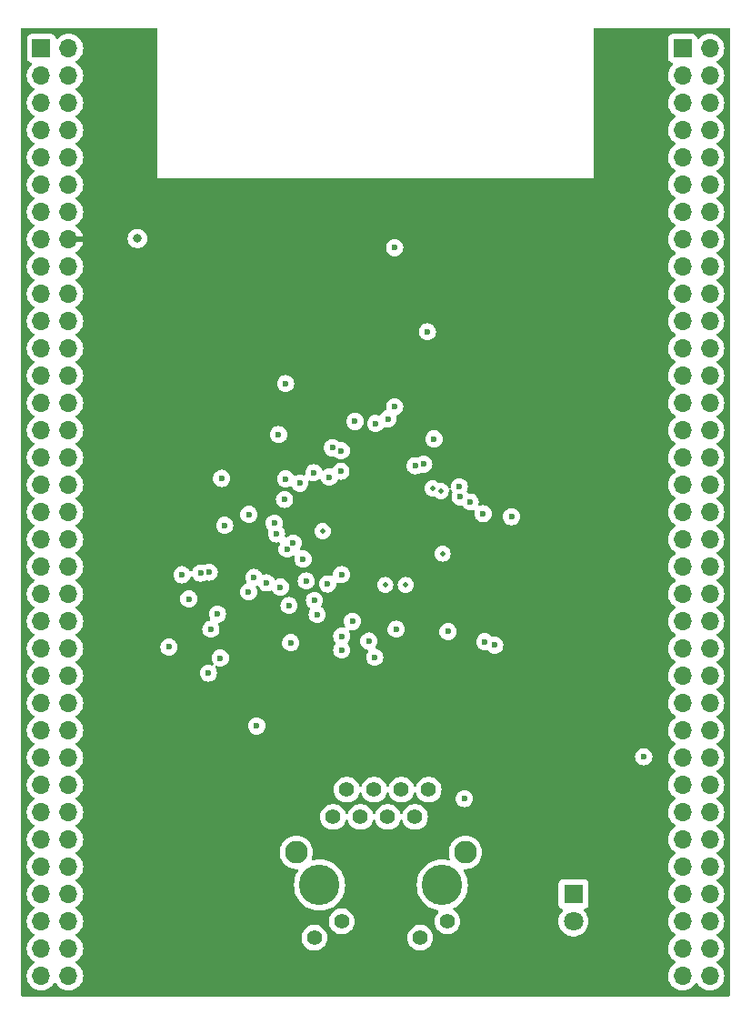
<source format=gbr>
%TF.GenerationSoftware,KiCad,Pcbnew,7.0.1-3b83917a11~172~ubuntu22.04.1*%
%TF.CreationDate,2023-03-26T14:08:46+09:00*%
%TF.ProjectId,Akashi-13,416b6173-6869-42d3-9133-2e6b69636164,rev?*%
%TF.SameCoordinates,Original*%
%TF.FileFunction,Copper,L3,Inr*%
%TF.FilePolarity,Positive*%
%FSLAX46Y46*%
G04 Gerber Fmt 4.6, Leading zero omitted, Abs format (unit mm)*
G04 Created by KiCad (PCBNEW 7.0.1-3b83917a11~172~ubuntu22.04.1) date 2023-03-26 14:08:46*
%MOMM*%
%LPD*%
G01*
G04 APERTURE LIST*
%TA.AperFunction,ComponentPad*%
%ADD10R,1.800000X1.800000*%
%TD*%
%TA.AperFunction,ComponentPad*%
%ADD11C,1.800000*%
%TD*%
%TA.AperFunction,ComponentPad*%
%ADD12C,1.397000*%
%TD*%
%TA.AperFunction,ComponentPad*%
%ADD13C,3.759200*%
%TD*%
%TA.AperFunction,ComponentPad*%
%ADD14C,2.108200*%
%TD*%
%TA.AperFunction,ComponentPad*%
%ADD15R,1.700000X1.700000*%
%TD*%
%TA.AperFunction,ComponentPad*%
%ADD16O,1.700000X1.700000*%
%TD*%
%TA.AperFunction,ViaPad*%
%ADD17C,0.600000*%
%TD*%
%TA.AperFunction,ViaPad*%
%ADD18C,0.800000*%
%TD*%
%TA.AperFunction,ViaPad*%
%ADD19C,0.500000*%
%TD*%
G04 APERTURE END LIST*
D10*
%TO.N,/nFPDLX*%
%TO.C,D1*%
X149860000Y-144780000D03*
D11*
%TO.N,Net-(D1-A)*%
X149860000Y-147320000D03*
%TD*%
D12*
%TO.N,/TD+*%
%TO.C,J3*%
X127483000Y-137590000D03*
%TO.N,/TD-*%
X128753000Y-135050000D03*
%TO.N,/RD+*%
X130023000Y-137590000D03*
%TO.N,Net-(C19-Pad1)*%
X131293000Y-135050000D03*
X132563000Y-137590000D03*
%TO.N,/RD-*%
X133833000Y-135050000D03*
%TO.N,GND*%
X135103000Y-137590000D03*
X136373000Y-135050000D03*
%TO.N,Net-(J3-Pad9)*%
X125730000Y-148840000D03*
%TO.N,/nLNK_ACT*%
X128270000Y-147320000D03*
%TO.N,/nSPD100*%
X135586000Y-148840000D03*
%TO.N,Net-(J3-Pad12)*%
X138126000Y-147320000D03*
D13*
%TO.N,N/C*%
X137643000Y-143940000D03*
X126213000Y-143940000D03*
D14*
%TO.N,GND*%
X139802998Y-140890000D03*
X124053002Y-140890000D03*
%TD*%
D15*
%TO.N,unconnected-(J2-Pin_1-Pad1)*%
%TO.C,J2*%
X160020000Y-66040000D03*
D16*
%TO.N,unconnected-(J2-Pin_2-Pad2)*%
X162560000Y-66040000D03*
%TO.N,unconnected-(J2-Pin_3-Pad3)*%
X160020000Y-68580000D03*
%TO.N,unconnected-(J2-Pin_4-Pad4)*%
X162560000Y-68580000D03*
%TO.N,unconnected-(J2-Pin_5-Pad5)*%
X160020000Y-71120000D03*
%TO.N,unconnected-(J2-Pin_6-Pad6)*%
X162560000Y-71120000D03*
%TO.N,unconnected-(J2-Pin_7-Pad7)*%
X160020000Y-73660000D03*
%TO.N,unconnected-(J2-Pin_8-Pad8)*%
X162560000Y-73660000D03*
%TO.N,GND*%
X160020000Y-76200000D03*
%TO.N,/D13*%
X162560000Y-76200000D03*
%TO.N,unconnected-(J2-Pin_11-Pad11)*%
X160020000Y-78740000D03*
%TO.N,unconnected-(J2-Pin_12-Pad12)*%
X162560000Y-78740000D03*
%TO.N,unconnected-(J2-Pin_13-Pad13)*%
X160020000Y-81280000D03*
%TO.N,unconnected-(J2-Pin_14-Pad14)*%
X162560000Y-81280000D03*
%TO.N,unconnected-(J2-Pin_15-Pad15)*%
X160020000Y-83820000D03*
%TO.N,unconnected-(J2-Pin_16-Pad16)*%
X162560000Y-83820000D03*
%TO.N,unconnected-(J2-Pin_17-Pad17)*%
X160020000Y-86360000D03*
%TO.N,unconnected-(J2-Pin_18-Pad18)*%
X162560000Y-86360000D03*
%TO.N,/nE1*%
X160020000Y-88900000D03*
%TO.N,GND*%
X162560000Y-88900000D03*
%TO.N,unconnected-(J2-Pin_21-Pad21)*%
X160020000Y-91440000D03*
%TO.N,unconnected-(J2-Pin_22-Pad22)*%
X162560000Y-91440000D03*
%TO.N,unconnected-(J2-Pin_23-Pad23)*%
X160020000Y-93980000D03*
%TO.N,unconnected-(J2-Pin_24-Pad24)*%
X162560000Y-93980000D03*
%TO.N,unconnected-(J2-Pin_25-Pad25)*%
X160020000Y-96520000D03*
%TO.N,unconnected-(J2-Pin_26-Pad26)*%
X162560000Y-96520000D03*
%TO.N,unconnected-(J2-Pin_27-Pad27)*%
X160020000Y-99060000D03*
%TO.N,unconnected-(J2-Pin_28-Pad28)*%
X162560000Y-99060000D03*
%TO.N,unconnected-(J2-Pin_29-Pad29)*%
X160020000Y-101600000D03*
%TO.N,unconnected-(J2-Pin_30-Pad30)*%
X162560000Y-101600000D03*
%TO.N,unconnected-(J2-Pin_31-Pad31)*%
X160020000Y-104140000D03*
%TO.N,GND*%
X162560000Y-104140000D03*
%TO.N,unconnected-(J2-Pin_33-Pad33)*%
X160020000Y-106680000D03*
%TO.N,unconnected-(J2-Pin_34-Pad34)*%
X162560000Y-106680000D03*
%TO.N,unconnected-(J2-Pin_35-Pad35)*%
X160020000Y-109220000D03*
%TO.N,/A5*%
X162560000Y-109220000D03*
%TO.N,unconnected-(J2-Pin_37-Pad37)*%
X160020000Y-111760000D03*
%TO.N,/A4*%
X162560000Y-111760000D03*
%TO.N,GND*%
X160020000Y-114300000D03*
%TO.N,/D5*%
X162560000Y-114300000D03*
%TO.N,unconnected-(J2-Pin_41-Pad41)*%
X160020000Y-116840000D03*
%TO.N,unconnected-(J2-Pin_42-Pad42)*%
X162560000Y-116840000D03*
%TO.N,unconnected-(J2-Pin_43-Pad43)*%
X160020000Y-119380000D03*
%TO.N,/D4*%
X162560000Y-119380000D03*
%TO.N,unconnected-(J2-Pin_45-Pad45)*%
X160020000Y-121920000D03*
%TO.N,/D0*%
X162560000Y-121920000D03*
%TO.N,/D7*%
X160020000Y-124460000D03*
%TO.N,/D1*%
X162560000Y-124460000D03*
%TO.N,/D9*%
X160020000Y-127000000D03*
%TO.N,unconnected-(J2-Pin_50-Pad50)*%
X162560000Y-127000000D03*
%TO.N,/D11*%
X160020000Y-129540000D03*
%TO.N,/D6*%
X162560000Y-129540000D03*
%TO.N,/D12*%
X160020000Y-132080000D03*
%TO.N,GND*%
X162560000Y-132080000D03*
%TO.N,/D10*%
X160020000Y-134620000D03*
%TO.N,/D8*%
X162560000Y-134620000D03*
%TO.N,/A7*%
X160020000Y-137160000D03*
%TO.N,/A3*%
X162560000Y-137160000D03*
%TO.N,/A6*%
X160020000Y-139700000D03*
%TO.N,unconnected-(J2-Pin_60-Pad60)*%
X162560000Y-139700000D03*
%TO.N,unconnected-(J2-Pin_61-Pad61)*%
X160020000Y-142240000D03*
%TO.N,unconnected-(J2-Pin_62-Pad62)*%
X162560000Y-142240000D03*
%TO.N,GND*%
X160020000Y-144780000D03*
%TO.N,unconnected-(J2-Pin_64-Pad64)*%
X162560000Y-144780000D03*
%TO.N,/D15*%
X160020000Y-147320000D03*
%TO.N,unconnected-(J2-Pin_66-Pad66)*%
X162560000Y-147320000D03*
%TO.N,unconnected-(J2-Pin_67-Pad67)*%
X160020000Y-149860000D03*
%TO.N,unconnected-(J2-Pin_68-Pad68)*%
X162560000Y-149860000D03*
%TO.N,unconnected-(J2-Pin_69-Pad69)*%
X160020000Y-152400000D03*
%TO.N,unconnected-(J2-Pin_70-Pad70)*%
X162560000Y-152400000D03*
%TD*%
D15*
%TO.N,unconnected-(J1-Pin_1-Pad1)*%
%TO.C,J1*%
X100310000Y-66040000D03*
D16*
%TO.N,unconnected-(J1-Pin_2-Pad2)*%
X102850000Y-66040000D03*
%TO.N,unconnected-(J1-Pin_3-Pad3)*%
X100310000Y-68580000D03*
%TO.N,unconnected-(J1-Pin_4-Pad4)*%
X102850000Y-68580000D03*
%TO.N,unconnected-(J1-Pin_5-Pad5)*%
X100310000Y-71120000D03*
%TO.N,unconnected-(J1-Pin_6-Pad6)*%
X102850000Y-71120000D03*
%TO.N,unconnected-(J1-Pin_7-Pad7)*%
X100310000Y-73660000D03*
%TO.N,GND*%
X102850000Y-73660000D03*
%TO.N,unconnected-(J1-Pin_9-Pad9)*%
X100310000Y-76200000D03*
%TO.N,unconnected-(J1-Pin_10-Pad10)*%
X102850000Y-76200000D03*
%TO.N,unconnected-(J1-Pin_11-Pad11)*%
X100310000Y-78740000D03*
%TO.N,unconnected-(J1-Pin_12-Pad12)*%
X102850000Y-78740000D03*
%TO.N,unconnected-(J1-Pin_13-Pad13)*%
X100310000Y-81280000D03*
%TO.N,/nRESET*%
X102850000Y-81280000D03*
%TO.N,unconnected-(J1-Pin_15-Pad15)*%
X100310000Y-83820000D03*
%TO.N,+3.3V*%
X102850000Y-83820000D03*
%TO.N,unconnected-(J1-Pin_17-Pad17)*%
X100310000Y-86360000D03*
%TO.N,unconnected-(J1-Pin_18-Pad18)*%
X102850000Y-86360000D03*
%TO.N,GND*%
X100310000Y-88900000D03*
X102850000Y-88900000D03*
%TO.N,unconnected-(J1-Pin_21-Pad21)*%
X100310000Y-91440000D03*
%TO.N,GND*%
X102850000Y-91440000D03*
%TO.N,unconnected-(J1-Pin_23-Pad23)*%
X100310000Y-93980000D03*
%TO.N,unconnected-(J1-Pin_24-Pad24)*%
X102850000Y-93980000D03*
%TO.N,unconnected-(J1-Pin_25-Pad25)*%
X100310000Y-96520000D03*
%TO.N,unconnected-(J1-Pin_26-Pad26)*%
X102850000Y-96520000D03*
%TO.N,unconnected-(J1-Pin_27-Pad27)*%
X100310000Y-99060000D03*
%TO.N,/WAKEUP*%
X102850000Y-99060000D03*
%TO.N,unconnected-(J1-Pin_29-Pad29)*%
X100310000Y-101600000D03*
%TO.N,unconnected-(J1-Pin_30-Pad30)*%
X102850000Y-101600000D03*
%TO.N,unconnected-(J1-Pin_31-Pad31)*%
X100310000Y-104140000D03*
%TO.N,/IRQ*%
X102850000Y-104140000D03*
%TO.N,unconnected-(J1-Pin_33-Pad33)*%
X100310000Y-106680000D03*
%TO.N,unconnected-(J1-Pin_34-Pad34)*%
X102850000Y-106680000D03*
%TO.N,unconnected-(J1-Pin_35-Pad35)*%
X100310000Y-109220000D03*
%TO.N,unconnected-(J1-Pin_36-Pad36)*%
X102850000Y-109220000D03*
%TO.N,unconnected-(J1-Pin_37-Pad37)*%
X100310000Y-111760000D03*
%TO.N,unconnected-(J1-Pin_38-Pad38)*%
X102850000Y-111760000D03*
%TO.N,/nOE*%
X100310000Y-114300000D03*
%TO.N,unconnected-(J1-Pin_40-Pad40)*%
X102850000Y-114300000D03*
%TO.N,/nWE*%
X100310000Y-116840000D03*
%TO.N,unconnected-(J1-Pin_42-Pad42)*%
X102850000Y-116840000D03*
%TO.N,unconnected-(J1-Pin_43-Pad43)*%
X100310000Y-119380000D03*
%TO.N,unconnected-(J1-Pin_44-Pad44)*%
X102850000Y-119380000D03*
%TO.N,unconnected-(J1-Pin_45-Pad45)*%
X100310000Y-121920000D03*
%TO.N,unconnected-(J1-Pin_46-Pad46)*%
X102850000Y-121920000D03*
%TO.N,unconnected-(J1-Pin_47-Pad47)*%
X100310000Y-124460000D03*
%TO.N,unconnected-(J1-Pin_48-Pad48)*%
X102850000Y-124460000D03*
%TO.N,GND*%
X100310000Y-127000000D03*
%TO.N,unconnected-(J1-Pin_50-Pad50)*%
X102850000Y-127000000D03*
%TO.N,/A1*%
X100310000Y-129540000D03*
%TO.N,/A2*%
X102850000Y-129540000D03*
%TO.N,unconnected-(J1-Pin_53-Pad53)*%
X100310000Y-132080000D03*
%TO.N,unconnected-(J1-Pin_54-Pad54)*%
X102850000Y-132080000D03*
%TO.N,/D3*%
X100310000Y-134620000D03*
%TO.N,unconnected-(J1-Pin_56-Pad56)*%
X102850000Y-134620000D03*
%TO.N,/D2*%
X100310000Y-137160000D03*
%TO.N,unconnected-(J1-Pin_58-Pad58)*%
X102850000Y-137160000D03*
%TO.N,unconnected-(J1-Pin_59-Pad59)*%
X100310000Y-139700000D03*
%TO.N,GND*%
X102850000Y-139700000D03*
%TO.N,unconnected-(J1-Pin_61-Pad61)*%
X100310000Y-142240000D03*
%TO.N,unconnected-(J1-Pin_62-Pad62)*%
X102850000Y-142240000D03*
%TO.N,unconnected-(J1-Pin_63-Pad63)*%
X100310000Y-144780000D03*
%TO.N,unconnected-(J1-Pin_64-Pad64)*%
X102850000Y-144780000D03*
%TO.N,unconnected-(J1-Pin_65-Pad65)*%
X100310000Y-147320000D03*
%TO.N,unconnected-(J1-Pin_66-Pad66)*%
X102850000Y-147320000D03*
%TO.N,unconnected-(J1-Pin_67-Pad67)*%
X100310000Y-149860000D03*
%TO.N,unconnected-(J1-Pin_68-Pad68)*%
X102850000Y-149860000D03*
%TO.N,/D14*%
X100310000Y-152400000D03*
%TO.N,unconnected-(J1-Pin_70-Pad70)*%
X102850000Y-152400000D03*
%TD*%
D17*
%TO.N,/RD+*%
X130810000Y-121230700D03*
%TO.N,/nRESET*%
X116975700Y-122801400D03*
X126974300Y-115898900D03*
D18*
%TO.N,GND*%
X109250000Y-83750000D03*
D17*
X125994200Y-118747000D03*
D19*
X137500000Y-107250000D03*
D17*
X123523500Y-121377600D03*
X136880200Y-102414100D03*
X120358100Y-129124100D03*
X138171000Y-120340200D03*
D19*
X136750000Y-107010000D03*
D17*
X123760200Y-112107300D03*
X124684500Y-113587800D03*
X115136300Y-114890800D03*
%TO.N,/TD+*%
X129272500Y-119396400D03*
%TO.N,/A1*%
X139304781Y-107804781D03*
%TO.N,/A2*%
X140233300Y-108267000D03*
%TO.N,/D3*%
X120113700Y-115300900D03*
%TO.N,/D2*%
X121285000Y-115807900D03*
%TO.N,/D13*%
X132573400Y-100529400D03*
X133206200Y-84589600D03*
X133206200Y-99393900D03*
%TO.N,/A5*%
X142523600Y-121606000D03*
%TO.N,/A4*%
X156402700Y-131988900D03*
X141453100Y-109371900D03*
%TO.N,/D5*%
X123057500Y-97252600D03*
X123057500Y-106127300D03*
X124379200Y-106517300D03*
%TO.N,/D4*%
X122956200Y-108030900D03*
X117381100Y-110451500D03*
X117088600Y-106075900D03*
%TO.N,/D0*%
X122210700Y-111252000D03*
X119637300Y-109432700D03*
X122401800Y-102002700D03*
%TO.N,/D7*%
X128206700Y-105400300D03*
X144092000Y-109646400D03*
%TO.N,/D1*%
X139227000Y-106844100D03*
X122000000Y-110250000D03*
%TO.N,/D9*%
X128230700Y-103496300D03*
%TO.N,/D11*%
X129511600Y-100764900D03*
%TO.N,/D6*%
X127410300Y-103224100D03*
%TO.N,/D12*%
X131445000Y-100965000D03*
%TO.N,/D10*%
X125684200Y-105549800D03*
%TO.N,/D8*%
X127137800Y-105968100D03*
%TO.N,/A6*%
X141605000Y-121285000D03*
%TO.N,/IRQ*%
X128270000Y-115039200D03*
X112189000Y-121778900D03*
%TO.N,+3.3V*%
X136805400Y-127889000D03*
X135447700Y-119889800D03*
D19*
X133824000Y-104000000D03*
D17*
X131671400Y-117947600D03*
D19*
X136250000Y-115750000D03*
D17*
X118247500Y-125157000D03*
X123502800Y-137863700D03*
D19*
X130500000Y-102500000D03*
D17*
X136857700Y-123750500D03*
X120249900Y-107649600D03*
X154281600Y-144046700D03*
D19*
X137750000Y-114750000D03*
D17*
X142354800Y-144049200D03*
X135583000Y-101652000D03*
X123502800Y-128074100D03*
D19*
X127000000Y-107315000D03*
D17*
X122761100Y-133874100D03*
D19*
X130200000Y-115994000D03*
%TO.N,+1V8*%
X126500000Y-111000000D03*
D17*
X122568500Y-116198800D03*
X128275200Y-122045400D03*
X123374700Y-117913900D03*
X131348800Y-122736500D03*
D19*
X137669000Y-113084000D03*
X134250000Y-116000000D03*
D17*
%TO.N,/nLNK_ACT*%
X139700000Y-135890000D03*
%TO.N,/AMDIX_EN*%
X128275200Y-120769300D03*
X133350000Y-120121500D03*
%TO.N,Net-(U2-DO)*%
X113421300Y-115049400D03*
X115936500Y-114804300D03*
%TO.N,/EEP_DIO*%
X123193600Y-112672300D03*
X114042000Y-117294600D03*
%TO.N,/EEP_CLK*%
X116099300Y-120114200D03*
X124981500Y-115624300D03*
D19*
%TO.N,Net-(U1-EXRES)*%
X132324000Y-116000000D03*
D17*
%TO.N,/EEP_CS*%
X119611700Y-116650000D03*
X116709200Y-118721500D03*
%TO.N,/WAKEUP*%
X115854500Y-124206100D03*
X125744400Y-117426400D03*
%TO.N,/nOE*%
X135917700Y-104758600D03*
%TO.N,/nWE*%
X135117500Y-104893700D03*
%TO.N,/nE1*%
X136255100Y-92429900D03*
%TD*%
%TA.AperFunction,Conductor*%
%TO.N,+3.3V*%
G36*
X111063000Y-64151613D02*
G01*
X111108387Y-64197000D01*
X111125000Y-64259000D01*
X111125000Y-78105000D01*
X151765000Y-78105000D01*
X151765000Y-64259000D01*
X151781613Y-64197000D01*
X151827000Y-64151613D01*
X151889000Y-64135000D01*
X164341000Y-64135000D01*
X164403000Y-64151613D01*
X164448387Y-64197000D01*
X164465000Y-64259000D01*
X164465000Y-154181000D01*
X164448387Y-154243000D01*
X164403000Y-154288387D01*
X164341000Y-154305000D01*
X98549000Y-154305000D01*
X98487000Y-154288387D01*
X98441613Y-154243000D01*
X98425000Y-154181000D01*
X98425000Y-152400000D01*
X98954340Y-152400000D01*
X98974936Y-152635407D01*
X99019709Y-152802502D01*
X99036097Y-152863663D01*
X99135965Y-153077830D01*
X99271505Y-153271401D01*
X99438599Y-153438495D01*
X99632170Y-153574035D01*
X99846337Y-153673903D01*
X100074591Y-153735062D01*
X100074592Y-153735063D01*
X100309999Y-153755659D01*
X100309999Y-153755658D01*
X100310000Y-153755659D01*
X100545408Y-153735063D01*
X100773663Y-153673903D01*
X100987830Y-153574035D01*
X101181401Y-153438495D01*
X101348495Y-153271401D01*
X101478426Y-153085839D01*
X101522743Y-153046975D01*
X101580000Y-153032964D01*
X101637257Y-153046975D01*
X101681573Y-153085839D01*
X101811505Y-153271401D01*
X101978599Y-153438495D01*
X102172170Y-153574035D01*
X102386337Y-153673903D01*
X102614591Y-153735062D01*
X102614592Y-153735063D01*
X102849999Y-153755659D01*
X102849999Y-153755658D01*
X102850000Y-153755659D01*
X103085408Y-153735063D01*
X103313663Y-153673903D01*
X103527830Y-153574035D01*
X103721401Y-153438495D01*
X103888495Y-153271401D01*
X104024035Y-153077830D01*
X104123903Y-152863663D01*
X104185063Y-152635408D01*
X104205659Y-152400000D01*
X104205659Y-152399999D01*
X158664340Y-152399999D01*
X158684936Y-152635407D01*
X158729709Y-152802501D01*
X158746097Y-152863663D01*
X158845965Y-153077830D01*
X158981505Y-153271401D01*
X159148599Y-153438495D01*
X159342170Y-153574035D01*
X159556337Y-153673903D01*
X159784591Y-153735062D01*
X159784592Y-153735063D01*
X160019999Y-153755659D01*
X160019999Y-153755658D01*
X160020000Y-153755659D01*
X160255408Y-153735063D01*
X160483663Y-153673903D01*
X160697830Y-153574035D01*
X160891401Y-153438495D01*
X161058495Y-153271401D01*
X161188426Y-153085839D01*
X161232743Y-153046975D01*
X161290000Y-153032964D01*
X161347257Y-153046975D01*
X161391573Y-153085839D01*
X161521505Y-153271401D01*
X161688599Y-153438495D01*
X161882170Y-153574035D01*
X162096337Y-153673903D01*
X162324591Y-153735062D01*
X162324592Y-153735063D01*
X162559999Y-153755659D01*
X162559999Y-153755658D01*
X162560000Y-153755659D01*
X162795408Y-153735063D01*
X163023663Y-153673903D01*
X163237830Y-153574035D01*
X163431401Y-153438495D01*
X163598495Y-153271401D01*
X163734035Y-153077830D01*
X163833903Y-152863663D01*
X163895063Y-152635408D01*
X163915659Y-152400000D01*
X163895063Y-152164592D01*
X163833903Y-151936337D01*
X163734035Y-151722171D01*
X163598495Y-151528599D01*
X163431401Y-151361505D01*
X163245839Y-151231573D01*
X163206975Y-151187257D01*
X163192964Y-151130000D01*
X163206975Y-151072743D01*
X163245839Y-151028426D01*
X163431401Y-150898495D01*
X163598495Y-150731401D01*
X163734035Y-150537830D01*
X163833903Y-150323663D01*
X163895063Y-150095408D01*
X163915659Y-149860000D01*
X163895063Y-149624592D01*
X163833903Y-149396337D01*
X163734035Y-149182171D01*
X163598495Y-148988599D01*
X163431401Y-148821505D01*
X163245839Y-148691573D01*
X163206975Y-148647257D01*
X163192964Y-148590000D01*
X163206975Y-148532743D01*
X163245839Y-148488426D01*
X163431401Y-148358495D01*
X163598495Y-148191401D01*
X163734035Y-147997830D01*
X163833903Y-147783663D01*
X163895063Y-147555408D01*
X163915659Y-147320000D01*
X163895063Y-147084592D01*
X163833903Y-146856337D01*
X163734035Y-146642171D01*
X163598495Y-146448599D01*
X163431401Y-146281505D01*
X163245839Y-146151573D01*
X163206976Y-146107257D01*
X163192965Y-146050000D01*
X163206976Y-145992743D01*
X163245839Y-145948426D01*
X163431401Y-145818495D01*
X163598495Y-145651401D01*
X163734035Y-145457830D01*
X163833903Y-145243663D01*
X163895063Y-145015408D01*
X163915659Y-144780000D01*
X163895063Y-144544592D01*
X163833903Y-144316337D01*
X163734035Y-144102171D01*
X163598495Y-143908599D01*
X163431401Y-143741505D01*
X163245839Y-143611573D01*
X163206975Y-143567257D01*
X163192964Y-143510000D01*
X163206975Y-143452743D01*
X163245839Y-143408426D01*
X163431401Y-143278495D01*
X163598495Y-143111401D01*
X163734035Y-142917830D01*
X163833903Y-142703663D01*
X163895063Y-142475408D01*
X163915659Y-142240000D01*
X163898833Y-142047688D01*
X163895063Y-142004592D01*
X163860165Y-141874350D01*
X163833903Y-141776337D01*
X163734035Y-141562171D01*
X163598495Y-141368599D01*
X163431401Y-141201505D01*
X163245839Y-141071573D01*
X163206975Y-141027257D01*
X163192964Y-140970000D01*
X163206975Y-140912743D01*
X163245839Y-140868426D01*
X163431401Y-140738495D01*
X163598495Y-140571401D01*
X163734035Y-140377830D01*
X163833903Y-140163663D01*
X163895063Y-139935408D01*
X163915659Y-139700000D01*
X163895063Y-139464592D01*
X163833903Y-139236337D01*
X163734035Y-139022171D01*
X163598495Y-138828599D01*
X163431401Y-138661505D01*
X163245839Y-138531573D01*
X163206974Y-138487255D01*
X163192964Y-138429999D01*
X163206975Y-138372742D01*
X163245837Y-138328428D01*
X163431401Y-138198495D01*
X163598495Y-138031401D01*
X163734035Y-137837830D01*
X163833903Y-137623663D01*
X163895063Y-137395408D01*
X163915659Y-137160000D01*
X163895063Y-136924592D01*
X163833903Y-136696337D01*
X163734035Y-136482171D01*
X163598495Y-136288599D01*
X163431401Y-136121505D01*
X163245839Y-135991573D01*
X163206975Y-135947257D01*
X163192964Y-135890000D01*
X163206975Y-135832743D01*
X163245839Y-135788426D01*
X163431401Y-135658495D01*
X163598495Y-135491401D01*
X163734035Y-135297830D01*
X163833903Y-135083663D01*
X163895063Y-134855408D01*
X163915659Y-134620000D01*
X163895063Y-134384592D01*
X163833903Y-134156337D01*
X163734035Y-133942171D01*
X163598495Y-133748599D01*
X163431401Y-133581505D01*
X163245839Y-133451573D01*
X163206975Y-133407257D01*
X163192964Y-133350000D01*
X163206975Y-133292743D01*
X163245839Y-133248426D01*
X163431401Y-133118495D01*
X163598495Y-132951401D01*
X163734035Y-132757830D01*
X163833903Y-132543663D01*
X163895063Y-132315408D01*
X163915659Y-132080000D01*
X163895063Y-131844592D01*
X163833903Y-131616337D01*
X163734035Y-131402171D01*
X163598495Y-131208599D01*
X163431401Y-131041505D01*
X163245839Y-130911573D01*
X163206976Y-130867257D01*
X163192965Y-130810000D01*
X163206976Y-130752743D01*
X163245839Y-130708426D01*
X163431401Y-130578495D01*
X163598495Y-130411401D01*
X163734035Y-130217830D01*
X163833903Y-130003663D01*
X163895063Y-129775408D01*
X163915659Y-129540000D01*
X163895063Y-129304592D01*
X163833903Y-129076337D01*
X163734035Y-128862171D01*
X163598495Y-128668599D01*
X163431401Y-128501505D01*
X163245839Y-128371573D01*
X163206976Y-128327257D01*
X163192965Y-128270000D01*
X163206976Y-128212743D01*
X163245839Y-128168426D01*
X163431401Y-128038495D01*
X163598495Y-127871401D01*
X163734035Y-127677830D01*
X163833903Y-127463663D01*
X163895063Y-127235408D01*
X163915659Y-127000000D01*
X163895063Y-126764592D01*
X163833903Y-126536337D01*
X163734035Y-126322171D01*
X163598495Y-126128599D01*
X163431401Y-125961505D01*
X163245839Y-125831573D01*
X163206975Y-125787257D01*
X163192964Y-125730000D01*
X163206975Y-125672743D01*
X163245839Y-125628426D01*
X163431401Y-125498495D01*
X163598495Y-125331401D01*
X163734035Y-125137830D01*
X163833903Y-124923663D01*
X163895063Y-124695408D01*
X163915659Y-124460000D01*
X163895063Y-124224592D01*
X163833903Y-123996337D01*
X163734035Y-123782171D01*
X163598495Y-123588599D01*
X163431401Y-123421505D01*
X163245839Y-123291573D01*
X163206975Y-123247257D01*
X163192964Y-123190000D01*
X163206975Y-123132743D01*
X163245839Y-123088426D01*
X163431401Y-122958495D01*
X163598495Y-122791401D01*
X163734035Y-122597830D01*
X163833903Y-122383663D01*
X163895063Y-122155408D01*
X163915659Y-121920000D01*
X163895063Y-121684592D01*
X163833903Y-121456337D01*
X163734035Y-121242171D01*
X163598495Y-121048599D01*
X163431401Y-120881505D01*
X163245839Y-120751573D01*
X163206974Y-120707255D01*
X163192964Y-120649999D01*
X163206975Y-120592742D01*
X163245837Y-120548428D01*
X163431401Y-120418495D01*
X163598495Y-120251401D01*
X163734035Y-120057830D01*
X163833903Y-119843663D01*
X163895063Y-119615408D01*
X163915659Y-119380000D01*
X163915380Y-119376816D01*
X163895063Y-119144592D01*
X163836559Y-118926251D01*
X163833903Y-118916337D01*
X163734035Y-118702171D01*
X163598495Y-118508599D01*
X163431401Y-118341505D01*
X163245839Y-118211573D01*
X163206974Y-118167255D01*
X163192964Y-118109999D01*
X163206975Y-118052742D01*
X163245837Y-118008428D01*
X163431401Y-117878495D01*
X163598495Y-117711401D01*
X163734035Y-117517830D01*
X163833903Y-117303663D01*
X163895063Y-117075408D01*
X163915659Y-116840000D01*
X163895063Y-116604592D01*
X163833903Y-116376337D01*
X163734035Y-116162171D01*
X163598495Y-115968599D01*
X163431401Y-115801505D01*
X163245839Y-115671573D01*
X163206975Y-115627257D01*
X163192964Y-115570000D01*
X163206975Y-115512743D01*
X163245839Y-115468426D01*
X163431401Y-115338495D01*
X163598495Y-115171401D01*
X163734035Y-114977830D01*
X163833903Y-114763663D01*
X163895063Y-114535408D01*
X163915659Y-114300000D01*
X163912245Y-114260984D01*
X163895063Y-114064592D01*
X163895062Y-114064591D01*
X163833903Y-113836337D01*
X163734035Y-113622171D01*
X163598495Y-113428599D01*
X163431401Y-113261505D01*
X163245839Y-113131573D01*
X163206975Y-113087257D01*
X163192964Y-113030000D01*
X163206975Y-112972743D01*
X163245839Y-112928426D01*
X163431401Y-112798495D01*
X163598495Y-112631401D01*
X163734035Y-112437830D01*
X163833903Y-112223663D01*
X163895063Y-111995408D01*
X163915659Y-111760000D01*
X163895063Y-111524592D01*
X163833903Y-111296337D01*
X163734035Y-111082171D01*
X163598495Y-110888599D01*
X163431401Y-110721505D01*
X163245839Y-110591573D01*
X163206975Y-110547257D01*
X163192964Y-110490000D01*
X163206975Y-110432743D01*
X163245839Y-110388426D01*
X163431401Y-110258495D01*
X163598495Y-110091401D01*
X163734035Y-109897830D01*
X163833903Y-109683663D01*
X163895063Y-109455408D01*
X163915659Y-109220000D01*
X163895063Y-108984592D01*
X163833903Y-108756337D01*
X163734035Y-108542171D01*
X163598495Y-108348599D01*
X163431401Y-108181505D01*
X163245839Y-108051573D01*
X163206975Y-108007257D01*
X163192964Y-107950000D01*
X163206975Y-107892743D01*
X163245839Y-107848426D01*
X163431401Y-107718495D01*
X163598495Y-107551401D01*
X163734035Y-107357830D01*
X163833903Y-107143663D01*
X163895063Y-106915408D01*
X163915659Y-106680000D01*
X163913867Y-106659523D01*
X163895063Y-106444592D01*
X163871155Y-106355365D01*
X163833903Y-106216337D01*
X163734035Y-106002171D01*
X163598495Y-105808599D01*
X163431401Y-105641505D01*
X163245839Y-105511573D01*
X163206975Y-105467257D01*
X163192964Y-105410000D01*
X163206975Y-105352743D01*
X163245839Y-105308426D01*
X163431401Y-105178495D01*
X163598495Y-105011401D01*
X163734035Y-104817830D01*
X163833903Y-104603663D01*
X163895063Y-104375408D01*
X163915659Y-104140000D01*
X163895063Y-103904592D01*
X163833903Y-103676337D01*
X163734035Y-103462171D01*
X163598495Y-103268599D01*
X163431401Y-103101505D01*
X163245839Y-102971573D01*
X163206974Y-102927255D01*
X163192964Y-102869999D01*
X163206975Y-102812742D01*
X163245837Y-102768428D01*
X163431401Y-102638495D01*
X163598495Y-102471401D01*
X163734035Y-102277830D01*
X163833903Y-102063663D01*
X163895063Y-101835408D01*
X163915659Y-101600000D01*
X163895063Y-101364592D01*
X163833903Y-101136337D01*
X163734035Y-100922171D01*
X163598495Y-100728599D01*
X163431401Y-100561505D01*
X163245839Y-100431573D01*
X163206974Y-100387255D01*
X163192964Y-100329999D01*
X163206975Y-100272742D01*
X163245837Y-100228428D01*
X163431401Y-100098495D01*
X163598495Y-99931401D01*
X163734035Y-99737830D01*
X163833903Y-99523663D01*
X163895063Y-99295408D01*
X163915659Y-99060000D01*
X163895063Y-98824592D01*
X163833903Y-98596337D01*
X163734035Y-98382171D01*
X163598495Y-98188599D01*
X163431401Y-98021505D01*
X163245839Y-97891573D01*
X163206976Y-97847257D01*
X163192965Y-97790000D01*
X163206976Y-97732743D01*
X163245839Y-97688426D01*
X163431401Y-97558495D01*
X163598495Y-97391401D01*
X163734035Y-97197830D01*
X163833903Y-96983663D01*
X163895063Y-96755408D01*
X163915659Y-96520000D01*
X163895063Y-96284592D01*
X163833903Y-96056337D01*
X163734035Y-95842171D01*
X163598495Y-95648599D01*
X163431401Y-95481505D01*
X163245839Y-95351573D01*
X163206975Y-95307257D01*
X163192964Y-95250000D01*
X163206975Y-95192743D01*
X163245839Y-95148426D01*
X163431401Y-95018495D01*
X163598495Y-94851401D01*
X163734035Y-94657830D01*
X163833903Y-94443663D01*
X163895063Y-94215408D01*
X163915659Y-93980000D01*
X163895063Y-93744592D01*
X163833903Y-93516337D01*
X163734035Y-93302171D01*
X163598495Y-93108599D01*
X163431401Y-92941505D01*
X163245839Y-92811573D01*
X163206974Y-92767255D01*
X163192964Y-92709999D01*
X163206975Y-92652742D01*
X163245837Y-92608428D01*
X163431401Y-92478495D01*
X163598495Y-92311401D01*
X163734035Y-92117830D01*
X163833903Y-91903663D01*
X163895063Y-91675408D01*
X163915659Y-91440000D01*
X163895063Y-91204592D01*
X163833903Y-90976337D01*
X163734035Y-90762171D01*
X163598495Y-90568599D01*
X163431401Y-90401505D01*
X163245839Y-90271573D01*
X163206975Y-90227257D01*
X163192964Y-90170000D01*
X163206975Y-90112743D01*
X163245839Y-90068426D01*
X163431401Y-89938495D01*
X163598495Y-89771401D01*
X163734035Y-89577830D01*
X163833903Y-89363663D01*
X163895063Y-89135408D01*
X163915659Y-88900000D01*
X163895063Y-88664592D01*
X163833903Y-88436337D01*
X163734035Y-88222171D01*
X163598495Y-88028599D01*
X163431401Y-87861505D01*
X163245839Y-87731573D01*
X163206975Y-87687257D01*
X163192964Y-87630000D01*
X163206975Y-87572743D01*
X163245839Y-87528426D01*
X163431401Y-87398495D01*
X163598495Y-87231401D01*
X163734035Y-87037830D01*
X163833903Y-86823663D01*
X163895063Y-86595408D01*
X163915659Y-86360000D01*
X163895063Y-86124592D01*
X163833903Y-85896337D01*
X163734035Y-85682171D01*
X163598495Y-85488599D01*
X163431401Y-85321505D01*
X163245839Y-85191573D01*
X163206975Y-85147257D01*
X163192964Y-85090000D01*
X163206975Y-85032743D01*
X163245839Y-84988426D01*
X163431401Y-84858495D01*
X163598495Y-84691401D01*
X163734035Y-84497830D01*
X163833903Y-84283663D01*
X163895063Y-84055408D01*
X163915659Y-83820000D01*
X163895063Y-83584592D01*
X163833903Y-83356337D01*
X163734035Y-83142171D01*
X163598495Y-82948599D01*
X163431401Y-82781505D01*
X163245839Y-82651573D01*
X163206975Y-82607257D01*
X163192964Y-82550000D01*
X163206975Y-82492743D01*
X163245839Y-82448426D01*
X163431401Y-82318495D01*
X163598495Y-82151401D01*
X163734035Y-81957830D01*
X163833903Y-81743663D01*
X163895063Y-81515408D01*
X163915659Y-81280000D01*
X163895063Y-81044592D01*
X163833903Y-80816337D01*
X163734035Y-80602171D01*
X163598495Y-80408599D01*
X163431401Y-80241505D01*
X163245839Y-80111573D01*
X163206976Y-80067257D01*
X163192965Y-80010000D01*
X163206976Y-79952743D01*
X163245839Y-79908426D01*
X163431401Y-79778495D01*
X163598495Y-79611401D01*
X163734035Y-79417830D01*
X163833903Y-79203663D01*
X163895063Y-78975408D01*
X163915659Y-78740000D01*
X163895063Y-78504592D01*
X163833903Y-78276337D01*
X163734035Y-78062171D01*
X163598495Y-77868599D01*
X163431401Y-77701505D01*
X163245839Y-77571573D01*
X163206975Y-77527257D01*
X163192964Y-77470000D01*
X163206975Y-77412743D01*
X163245839Y-77368426D01*
X163431401Y-77238495D01*
X163598495Y-77071401D01*
X163734035Y-76877830D01*
X163833903Y-76663663D01*
X163895063Y-76435408D01*
X163915659Y-76200000D01*
X163895063Y-75964592D01*
X163833903Y-75736337D01*
X163734035Y-75522171D01*
X163598495Y-75328599D01*
X163431401Y-75161505D01*
X163245839Y-75031573D01*
X163206975Y-74987257D01*
X163192964Y-74930000D01*
X163206975Y-74872743D01*
X163245839Y-74828426D01*
X163431401Y-74698495D01*
X163598495Y-74531401D01*
X163734035Y-74337830D01*
X163833903Y-74123663D01*
X163895063Y-73895408D01*
X163915659Y-73660000D01*
X163895063Y-73424592D01*
X163833903Y-73196337D01*
X163734035Y-72982171D01*
X163598495Y-72788599D01*
X163431401Y-72621505D01*
X163245839Y-72491573D01*
X163206975Y-72447257D01*
X163192964Y-72390000D01*
X163206975Y-72332743D01*
X163245839Y-72288426D01*
X163431401Y-72158495D01*
X163598495Y-71991401D01*
X163734035Y-71797830D01*
X163833903Y-71583663D01*
X163895063Y-71355408D01*
X163915659Y-71120000D01*
X163895063Y-70884592D01*
X163833903Y-70656337D01*
X163734035Y-70442171D01*
X163598495Y-70248599D01*
X163431401Y-70081505D01*
X163245839Y-69951573D01*
X163206975Y-69907257D01*
X163192964Y-69850000D01*
X163206975Y-69792743D01*
X163245839Y-69748426D01*
X163431401Y-69618495D01*
X163598495Y-69451401D01*
X163734035Y-69257830D01*
X163833903Y-69043663D01*
X163895063Y-68815408D01*
X163915659Y-68580000D01*
X163895063Y-68344592D01*
X163833903Y-68116337D01*
X163734035Y-67902171D01*
X163598495Y-67708599D01*
X163431401Y-67541505D01*
X163245839Y-67411573D01*
X163206975Y-67367257D01*
X163192964Y-67310000D01*
X163206975Y-67252743D01*
X163245839Y-67208426D01*
X163431401Y-67078495D01*
X163598495Y-66911401D01*
X163734035Y-66717830D01*
X163833903Y-66503663D01*
X163895063Y-66275408D01*
X163915659Y-66040000D01*
X163895063Y-65804592D01*
X163833903Y-65576337D01*
X163734035Y-65362171D01*
X163598495Y-65168599D01*
X163431401Y-65001505D01*
X163237830Y-64865965D01*
X163023663Y-64766097D01*
X162962502Y-64749709D01*
X162795407Y-64704936D01*
X162560000Y-64684340D01*
X162324592Y-64704936D01*
X162096336Y-64766097D01*
X161882170Y-64865965D01*
X161688601Y-65001503D01*
X161566673Y-65123431D01*
X161513926Y-65154726D01*
X161452634Y-65156915D01*
X161397789Y-65129462D01*
X161362810Y-65079082D01*
X161355658Y-65059907D01*
X161313796Y-64947669D01*
X161227546Y-64832454D01*
X161112331Y-64746204D01*
X160977483Y-64695909D01*
X160917873Y-64689500D01*
X160917869Y-64689500D01*
X159122130Y-64689500D01*
X159062515Y-64695909D01*
X158927669Y-64746204D01*
X158812454Y-64832454D01*
X158726204Y-64947668D01*
X158675909Y-65082516D01*
X158669500Y-65142130D01*
X158669500Y-66937869D01*
X158675909Y-66997484D01*
X158701056Y-67064906D01*
X158726204Y-67132331D01*
X158812454Y-67247546D01*
X158927669Y-67333796D01*
X159017383Y-67367257D01*
X159059082Y-67382810D01*
X159109462Y-67417789D01*
X159136915Y-67472634D01*
X159134726Y-67533926D01*
X159103431Y-67586673D01*
X158981503Y-67708601D01*
X158845965Y-67902170D01*
X158746097Y-68116336D01*
X158684936Y-68344592D01*
X158664340Y-68579999D01*
X158684936Y-68815407D01*
X158729709Y-68982501D01*
X158746097Y-69043663D01*
X158845965Y-69257830D01*
X158981505Y-69451401D01*
X159148599Y-69618495D01*
X159334160Y-69748426D01*
X159373024Y-69792743D01*
X159387035Y-69850000D01*
X159373024Y-69907257D01*
X159334159Y-69951575D01*
X159148595Y-70081508D01*
X158981505Y-70248598D01*
X158845965Y-70442170D01*
X158746097Y-70656336D01*
X158684936Y-70884592D01*
X158664340Y-71120000D01*
X158684936Y-71355407D01*
X158729709Y-71522502D01*
X158746097Y-71583663D01*
X158845965Y-71797830D01*
X158981505Y-71991401D01*
X159148599Y-72158495D01*
X159334160Y-72288426D01*
X159373024Y-72332743D01*
X159387035Y-72390000D01*
X159373024Y-72447257D01*
X159334159Y-72491575D01*
X159148595Y-72621508D01*
X158981505Y-72788598D01*
X158845965Y-72982170D01*
X158746097Y-73196336D01*
X158684936Y-73424592D01*
X158664340Y-73659999D01*
X158684936Y-73895407D01*
X158729709Y-74062501D01*
X158746097Y-74123663D01*
X158845965Y-74337830D01*
X158981505Y-74531401D01*
X159148599Y-74698495D01*
X159334160Y-74828426D01*
X159373024Y-74872743D01*
X159387035Y-74930000D01*
X159373024Y-74987257D01*
X159334159Y-75031575D01*
X159148595Y-75161508D01*
X158981505Y-75328598D01*
X158845965Y-75522170D01*
X158746097Y-75736336D01*
X158684936Y-75964592D01*
X158664340Y-76200000D01*
X158684936Y-76435407D01*
X158729709Y-76602502D01*
X158746097Y-76663663D01*
X158845965Y-76877830D01*
X158981505Y-77071401D01*
X159148599Y-77238495D01*
X159334160Y-77368426D01*
X159373024Y-77412743D01*
X159387035Y-77470000D01*
X159373024Y-77527257D01*
X159334159Y-77571575D01*
X159148595Y-77701508D01*
X158981505Y-77868598D01*
X158845965Y-78062170D01*
X158746097Y-78276336D01*
X158684936Y-78504592D01*
X158664340Y-78739999D01*
X158684936Y-78975407D01*
X158729709Y-79142502D01*
X158746097Y-79203663D01*
X158845965Y-79417830D01*
X158981505Y-79611401D01*
X159148599Y-79778495D01*
X159334160Y-79908426D01*
X159373024Y-79952743D01*
X159387035Y-80010000D01*
X159373024Y-80067257D01*
X159334159Y-80111575D01*
X159148595Y-80241508D01*
X158981505Y-80408598D01*
X158845965Y-80602170D01*
X158746097Y-80816336D01*
X158684936Y-81044592D01*
X158664340Y-81280000D01*
X158684936Y-81515407D01*
X158729709Y-81682502D01*
X158746097Y-81743663D01*
X158845965Y-81957830D01*
X158981505Y-82151401D01*
X159148599Y-82318495D01*
X159334160Y-82448426D01*
X159373024Y-82492743D01*
X159387035Y-82550000D01*
X159373024Y-82607257D01*
X159334159Y-82651575D01*
X159148595Y-82781508D01*
X158981505Y-82948598D01*
X158845965Y-83142170D01*
X158746097Y-83356336D01*
X158684936Y-83584592D01*
X158664340Y-83820000D01*
X158684936Y-84055407D01*
X158701784Y-84118284D01*
X158746097Y-84283663D01*
X158845965Y-84497830D01*
X158981505Y-84691401D01*
X159148599Y-84858495D01*
X159334160Y-84988426D01*
X159373024Y-85032743D01*
X159387035Y-85090000D01*
X159373024Y-85147257D01*
X159334158Y-85191575D01*
X159157337Y-85315387D01*
X159148595Y-85321508D01*
X158981505Y-85488598D01*
X158845965Y-85682170D01*
X158746097Y-85896336D01*
X158684936Y-86124592D01*
X158664340Y-86360000D01*
X158684936Y-86595407D01*
X158729709Y-86762501D01*
X158746097Y-86823663D01*
X158845965Y-87037830D01*
X158981505Y-87231401D01*
X159148599Y-87398495D01*
X159334160Y-87528426D01*
X159373024Y-87572743D01*
X159387035Y-87630000D01*
X159373024Y-87687257D01*
X159334159Y-87731575D01*
X159148595Y-87861508D01*
X158981505Y-88028598D01*
X158845965Y-88222170D01*
X158746097Y-88436336D01*
X158684936Y-88664592D01*
X158664340Y-88899999D01*
X158684936Y-89135407D01*
X158729709Y-89302501D01*
X158746097Y-89363663D01*
X158845965Y-89577830D01*
X158981505Y-89771401D01*
X159148599Y-89938495D01*
X159334160Y-90068426D01*
X159373024Y-90112743D01*
X159387035Y-90170000D01*
X159373024Y-90227257D01*
X159334159Y-90271575D01*
X159148595Y-90401508D01*
X158981505Y-90568598D01*
X158845965Y-90762170D01*
X158746097Y-90976336D01*
X158684936Y-91204592D01*
X158664340Y-91439999D01*
X158684936Y-91675407D01*
X158692628Y-91704112D01*
X158746097Y-91903663D01*
X158845965Y-92117830D01*
X158981505Y-92311401D01*
X159148599Y-92478495D01*
X159334160Y-92608426D01*
X159373024Y-92652743D01*
X159387035Y-92710000D01*
X159373024Y-92767257D01*
X159334160Y-92811574D01*
X159161940Y-92932164D01*
X159148595Y-92941508D01*
X158981505Y-93108598D01*
X158845965Y-93302170D01*
X158746097Y-93516336D01*
X158684936Y-93744592D01*
X158664340Y-93980000D01*
X158684936Y-94215407D01*
X158729709Y-94382501D01*
X158746097Y-94443663D01*
X158845965Y-94657830D01*
X158981505Y-94851401D01*
X159148599Y-95018495D01*
X159334160Y-95148426D01*
X159373024Y-95192743D01*
X159387035Y-95250000D01*
X159373024Y-95307257D01*
X159334159Y-95351575D01*
X159148595Y-95481508D01*
X158981505Y-95648598D01*
X158845965Y-95842170D01*
X158746097Y-96056336D01*
X158684936Y-96284592D01*
X158664340Y-96519999D01*
X158684936Y-96755407D01*
X158729709Y-96922501D01*
X158746097Y-96983663D01*
X158845965Y-97197830D01*
X158981505Y-97391401D01*
X159148599Y-97558495D01*
X159334160Y-97688426D01*
X159373024Y-97732743D01*
X159387035Y-97790000D01*
X159373024Y-97847257D01*
X159334159Y-97891575D01*
X159148595Y-98021508D01*
X158981505Y-98188598D01*
X158845965Y-98382170D01*
X158746097Y-98596336D01*
X158684936Y-98824592D01*
X158664340Y-99060000D01*
X158684936Y-99295407D01*
X158729709Y-99462502D01*
X158746097Y-99523663D01*
X158845965Y-99737830D01*
X158981505Y-99931401D01*
X159148599Y-100098495D01*
X159334160Y-100228426D01*
X159373024Y-100272743D01*
X159387035Y-100330000D01*
X159373024Y-100387257D01*
X159334160Y-100431574D01*
X159289654Y-100462738D01*
X159148595Y-100561508D01*
X158981505Y-100728598D01*
X158845965Y-100922170D01*
X158746097Y-101136336D01*
X158684936Y-101364592D01*
X158664340Y-101600000D01*
X158684936Y-101835407D01*
X158705415Y-101911835D01*
X158746097Y-102063663D01*
X158845965Y-102277830D01*
X158981505Y-102471401D01*
X159148599Y-102638495D01*
X159334160Y-102768426D01*
X159373024Y-102812743D01*
X159387035Y-102870000D01*
X159373024Y-102927257D01*
X159334159Y-102971575D01*
X159148595Y-103101508D01*
X158981505Y-103268598D01*
X158845965Y-103462170D01*
X158746097Y-103676336D01*
X158684936Y-103904592D01*
X158664340Y-104140000D01*
X158684936Y-104375407D01*
X158729709Y-104542501D01*
X158746097Y-104603663D01*
X158845965Y-104817830D01*
X158981505Y-105011401D01*
X159148599Y-105178495D01*
X159334160Y-105308426D01*
X159373024Y-105352743D01*
X159387035Y-105410000D01*
X159373024Y-105467257D01*
X159334158Y-105511575D01*
X159172117Y-105625038D01*
X159148595Y-105641508D01*
X158981505Y-105808598D01*
X158845965Y-106002170D01*
X158746097Y-106216336D01*
X158684936Y-106444592D01*
X158664340Y-106679999D01*
X158684936Y-106915407D01*
X158712845Y-107019564D01*
X158746097Y-107143663D01*
X158845965Y-107357830D01*
X158981505Y-107551401D01*
X159148599Y-107718495D01*
X159334160Y-107848426D01*
X159373024Y-107892743D01*
X159387035Y-107950000D01*
X159373024Y-108007257D01*
X159334159Y-108051575D01*
X159148595Y-108181508D01*
X158981505Y-108348598D01*
X158845965Y-108542170D01*
X158746097Y-108756336D01*
X158684936Y-108984592D01*
X158664340Y-109219999D01*
X158684936Y-109455407D01*
X158710591Y-109551151D01*
X158746097Y-109683663D01*
X158845965Y-109897830D01*
X158981505Y-110091401D01*
X159148599Y-110258495D01*
X159334160Y-110388426D01*
X159373024Y-110432743D01*
X159387035Y-110490000D01*
X159373024Y-110547257D01*
X159334159Y-110591575D01*
X159148595Y-110721508D01*
X158981505Y-110888598D01*
X158845965Y-111082170D01*
X158746097Y-111296336D01*
X158684936Y-111524592D01*
X158664340Y-111760000D01*
X158684936Y-111995407D01*
X158714918Y-112107300D01*
X158746097Y-112223663D01*
X158845965Y-112437830D01*
X158981505Y-112631401D01*
X159148599Y-112798495D01*
X159334160Y-112928426D01*
X159373024Y-112972743D01*
X159387035Y-113030000D01*
X159373024Y-113087257D01*
X159334158Y-113131575D01*
X159162090Y-113252059D01*
X159148595Y-113261508D01*
X158981505Y-113428598D01*
X158845965Y-113622170D01*
X158746097Y-113836336D01*
X158684936Y-114064592D01*
X158664340Y-114299999D01*
X158684936Y-114535407D01*
X158720836Y-114669386D01*
X158746097Y-114763663D01*
X158845965Y-114977830D01*
X158981505Y-115171401D01*
X159148599Y-115338495D01*
X159334160Y-115468426D01*
X159373024Y-115512743D01*
X159387035Y-115570000D01*
X159373024Y-115627257D01*
X159334159Y-115671575D01*
X159303738Y-115692875D01*
X159186183Y-115775189D01*
X159148595Y-115801508D01*
X158981505Y-115968598D01*
X158845965Y-116162170D01*
X158746097Y-116376336D01*
X158684936Y-116604592D01*
X158664340Y-116840000D01*
X158684936Y-117075407D01*
X158729709Y-117242502D01*
X158746097Y-117303663D01*
X158845965Y-117517830D01*
X158981505Y-117711401D01*
X159148599Y-117878495D01*
X159334160Y-118008426D01*
X159373024Y-118052743D01*
X159387035Y-118110000D01*
X159373024Y-118167257D01*
X159334159Y-118211575D01*
X159148595Y-118341508D01*
X158981505Y-118508598D01*
X158845965Y-118702170D01*
X158746097Y-118916336D01*
X158684936Y-119144592D01*
X158664340Y-119379999D01*
X158684936Y-119615407D01*
X158719908Y-119745922D01*
X158746097Y-119843663D01*
X158845965Y-120057830D01*
X158981505Y-120251401D01*
X159148599Y-120418495D01*
X159334160Y-120548426D01*
X159373024Y-120592743D01*
X159387035Y-120650000D01*
X159373024Y-120707257D01*
X159334160Y-120751574D01*
X159157407Y-120875338D01*
X159148595Y-120881508D01*
X158981505Y-121048598D01*
X158845965Y-121242170D01*
X158746097Y-121456336D01*
X158684936Y-121684592D01*
X158664340Y-121920000D01*
X158684936Y-122155407D01*
X158706058Y-122234234D01*
X158746097Y-122383663D01*
X158845965Y-122597830D01*
X158981505Y-122791401D01*
X159148599Y-122958495D01*
X159334160Y-123088426D01*
X159373024Y-123132743D01*
X159387035Y-123190000D01*
X159373024Y-123247257D01*
X159334158Y-123291575D01*
X159149705Y-123420731D01*
X159148595Y-123421508D01*
X158981505Y-123588598D01*
X158845965Y-123782170D01*
X158746097Y-123996336D01*
X158684936Y-124224592D01*
X158664340Y-124459999D01*
X158684936Y-124695407D01*
X158729709Y-124862501D01*
X158746097Y-124923663D01*
X158845965Y-125137830D01*
X158981505Y-125331401D01*
X159148599Y-125498495D01*
X159334160Y-125628426D01*
X159373024Y-125672743D01*
X159387035Y-125730000D01*
X159373024Y-125787257D01*
X159334159Y-125831575D01*
X159148595Y-125961508D01*
X158981505Y-126128598D01*
X158845965Y-126322170D01*
X158746097Y-126536336D01*
X158684936Y-126764592D01*
X158664340Y-127000000D01*
X158684936Y-127235407D01*
X158729709Y-127402501D01*
X158746097Y-127463663D01*
X158845965Y-127677830D01*
X158981505Y-127871401D01*
X159148599Y-128038495D01*
X159334160Y-128168426D01*
X159373024Y-128212743D01*
X159387035Y-128270000D01*
X159373024Y-128327257D01*
X159334158Y-128371575D01*
X159158911Y-128494285D01*
X159148595Y-128501508D01*
X158981505Y-128668598D01*
X158845965Y-128862170D01*
X158746097Y-129076336D01*
X158684936Y-129304592D01*
X158664340Y-129540000D01*
X158684936Y-129775407D01*
X158729709Y-129942502D01*
X158746097Y-130003663D01*
X158845965Y-130217830D01*
X158981505Y-130411401D01*
X159148599Y-130578495D01*
X159334160Y-130708426D01*
X159373024Y-130752743D01*
X159387035Y-130810000D01*
X159373024Y-130867257D01*
X159334159Y-130911575D01*
X159148595Y-131041508D01*
X158981505Y-131208598D01*
X158845965Y-131402170D01*
X158746097Y-131616336D01*
X158684936Y-131844592D01*
X158664340Y-132079999D01*
X158684936Y-132315407D01*
X158729709Y-132482501D01*
X158746097Y-132543663D01*
X158845965Y-132757830D01*
X158981505Y-132951401D01*
X159148599Y-133118495D01*
X159334160Y-133248426D01*
X159373024Y-133292743D01*
X159387035Y-133350000D01*
X159373024Y-133407257D01*
X159334159Y-133451575D01*
X159148595Y-133581508D01*
X158981505Y-133748598D01*
X158845965Y-133942170D01*
X158746097Y-134156336D01*
X158684936Y-134384592D01*
X158664340Y-134620000D01*
X158684936Y-134855407D01*
X158729709Y-135022502D01*
X158746097Y-135083663D01*
X158845965Y-135297830D01*
X158981505Y-135491401D01*
X159148599Y-135658495D01*
X159334160Y-135788426D01*
X159373024Y-135832743D01*
X159387035Y-135890000D01*
X159373024Y-135947257D01*
X159334159Y-135991575D01*
X159148595Y-136121508D01*
X158981505Y-136288598D01*
X158845965Y-136482170D01*
X158746097Y-136696336D01*
X158684936Y-136924592D01*
X158664340Y-137159999D01*
X158684936Y-137395407D01*
X158729709Y-137562501D01*
X158746097Y-137623663D01*
X158845965Y-137837830D01*
X158981505Y-138031401D01*
X159148599Y-138198495D01*
X159334160Y-138328426D01*
X159373024Y-138372743D01*
X159387035Y-138430000D01*
X159373024Y-138487257D01*
X159334159Y-138531575D01*
X159148595Y-138661508D01*
X158981505Y-138828598D01*
X158845965Y-139022170D01*
X158746097Y-139236336D01*
X158684936Y-139464592D01*
X158664340Y-139700000D01*
X158684936Y-139935407D01*
X158695118Y-139973405D01*
X158746097Y-140163663D01*
X158845965Y-140377830D01*
X158981505Y-140571401D01*
X159148599Y-140738495D01*
X159334160Y-140868426D01*
X159373024Y-140912743D01*
X159387035Y-140970000D01*
X159373024Y-141027257D01*
X159334159Y-141071575D01*
X159148595Y-141201508D01*
X158981505Y-141368598D01*
X158845965Y-141562170D01*
X158746097Y-141776336D01*
X158684936Y-142004592D01*
X158664340Y-142239999D01*
X158684936Y-142475407D01*
X158728394Y-142637594D01*
X158746097Y-142703663D01*
X158845965Y-142917830D01*
X158981505Y-143111401D01*
X159148599Y-143278495D01*
X159334160Y-143408426D01*
X159373024Y-143452743D01*
X159387035Y-143510000D01*
X159373024Y-143567257D01*
X159334159Y-143611575D01*
X159148595Y-143741508D01*
X158981505Y-143908598D01*
X158845965Y-144102170D01*
X158746097Y-144316336D01*
X158684936Y-144544592D01*
X158664340Y-144780000D01*
X158684936Y-145015407D01*
X158716338Y-145132600D01*
X158746097Y-145243663D01*
X158845965Y-145457830D01*
X158981505Y-145651401D01*
X159148599Y-145818495D01*
X159334160Y-145948426D01*
X159373024Y-145992743D01*
X159387035Y-146050000D01*
X159373024Y-146107257D01*
X159334158Y-146151575D01*
X159153821Y-146277849D01*
X159148595Y-146281508D01*
X158981505Y-146448598D01*
X158845965Y-146642170D01*
X158746097Y-146856336D01*
X158684936Y-147084592D01*
X158664340Y-147319999D01*
X158684936Y-147555407D01*
X158707871Y-147641000D01*
X158746097Y-147783663D01*
X158845965Y-147997830D01*
X158981505Y-148191401D01*
X159148599Y-148358495D01*
X159334160Y-148488426D01*
X159373024Y-148532743D01*
X159387035Y-148590000D01*
X159373024Y-148647257D01*
X159334159Y-148691575D01*
X159148595Y-148821508D01*
X158981505Y-148988598D01*
X158845965Y-149182170D01*
X158746097Y-149396336D01*
X158684936Y-149624592D01*
X158664340Y-149860000D01*
X158684936Y-150095407D01*
X158729709Y-150262502D01*
X158746097Y-150323663D01*
X158845965Y-150537830D01*
X158981505Y-150731401D01*
X159148599Y-150898495D01*
X159334160Y-151028426D01*
X159373024Y-151072743D01*
X159387035Y-151130000D01*
X159373024Y-151187257D01*
X159334159Y-151231575D01*
X159148595Y-151361508D01*
X158981505Y-151528598D01*
X158845965Y-151722170D01*
X158746097Y-151936336D01*
X158684936Y-152164592D01*
X158664340Y-152399999D01*
X104205659Y-152399999D01*
X104185063Y-152164592D01*
X104123903Y-151936337D01*
X104024035Y-151722171D01*
X103888495Y-151528599D01*
X103721401Y-151361505D01*
X103535839Y-151231573D01*
X103496975Y-151187257D01*
X103482964Y-151130000D01*
X103496975Y-151072743D01*
X103535839Y-151028426D01*
X103721401Y-150898495D01*
X103888495Y-150731401D01*
X104024035Y-150537830D01*
X104123903Y-150323663D01*
X104185063Y-150095408D01*
X104205659Y-149860000D01*
X104185063Y-149624592D01*
X104123903Y-149396337D01*
X104024035Y-149182171D01*
X103888495Y-148988599D01*
X103739896Y-148840000D01*
X124525863Y-148840000D01*
X124546365Y-149061262D01*
X124607175Y-149274984D01*
X124706219Y-149473893D01*
X124840132Y-149651223D01*
X125004344Y-149800922D01*
X125157924Y-149896014D01*
X125193270Y-149917899D01*
X125400472Y-149998170D01*
X125618896Y-150039000D01*
X125841102Y-150039000D01*
X125841104Y-150039000D01*
X126059528Y-149998170D01*
X126266730Y-149917899D01*
X126455655Y-149800922D01*
X126619868Y-149651222D01*
X126753778Y-149473896D01*
X126753778Y-149473894D01*
X126753780Y-149473893D01*
X126852824Y-149274984D01*
X126913634Y-149061262D01*
X126920367Y-148988595D01*
X126934137Y-148840000D01*
X134381863Y-148840000D01*
X134402365Y-149061262D01*
X134463175Y-149274984D01*
X134562219Y-149473893D01*
X134696132Y-149651223D01*
X134860344Y-149800922D01*
X135013924Y-149896014D01*
X135049270Y-149917899D01*
X135256472Y-149998170D01*
X135474896Y-150039000D01*
X135697102Y-150039000D01*
X135697104Y-150039000D01*
X135915528Y-149998170D01*
X136122730Y-149917899D01*
X136311655Y-149800922D01*
X136475868Y-149651222D01*
X136609778Y-149473896D01*
X136609778Y-149473894D01*
X136609780Y-149473893D01*
X136708824Y-149274984D01*
X136769634Y-149061262D01*
X136776367Y-148988595D01*
X136790137Y-148840000D01*
X136769634Y-148618740D01*
X136769634Y-148618737D01*
X136708824Y-148405015D01*
X136609780Y-148206106D01*
X136475867Y-148028776D01*
X136311655Y-147879077D01*
X136122732Y-147762102D01*
X136122730Y-147762101D01*
X135915528Y-147681830D01*
X135697104Y-147641000D01*
X135474896Y-147641000D01*
X135256471Y-147681830D01*
X135256472Y-147681830D01*
X135049267Y-147762102D01*
X134860344Y-147879077D01*
X134696132Y-148028776D01*
X134562219Y-148206106D01*
X134463175Y-148405015D01*
X134402365Y-148618737D01*
X134381863Y-148840000D01*
X126934137Y-148840000D01*
X126913634Y-148618740D01*
X126913634Y-148618737D01*
X126852824Y-148405015D01*
X126753780Y-148206106D01*
X126619867Y-148028776D01*
X126455655Y-147879077D01*
X126266732Y-147762102D01*
X126266730Y-147762101D01*
X126059528Y-147681830D01*
X125841104Y-147641000D01*
X125618896Y-147641000D01*
X125400471Y-147681830D01*
X125400472Y-147681830D01*
X125193267Y-147762102D01*
X125004344Y-147879077D01*
X124840132Y-148028776D01*
X124706219Y-148206106D01*
X124607175Y-148405015D01*
X124546365Y-148618737D01*
X124525863Y-148840000D01*
X103739896Y-148840000D01*
X103721401Y-148821505D01*
X103535839Y-148691573D01*
X103496975Y-148647257D01*
X103482964Y-148590000D01*
X103496975Y-148532743D01*
X103535839Y-148488426D01*
X103721401Y-148358495D01*
X103888495Y-148191401D01*
X104024035Y-147997830D01*
X104123903Y-147783663D01*
X104185063Y-147555408D01*
X104205659Y-147320000D01*
X127065863Y-147320000D01*
X127086365Y-147541262D01*
X127147175Y-147754984D01*
X127246219Y-147953893D01*
X127380132Y-148131223D01*
X127544344Y-148280922D01*
X127669630Y-148358495D01*
X127733270Y-148397899D01*
X127940472Y-148478170D01*
X128158896Y-148519000D01*
X128381102Y-148519000D01*
X128381104Y-148519000D01*
X128599528Y-148478170D01*
X128806730Y-148397899D01*
X128995655Y-148280922D01*
X129159868Y-148131222D01*
X129293778Y-147953896D01*
X129293778Y-147953894D01*
X129293780Y-147953893D01*
X129392824Y-147754984D01*
X129453634Y-147541262D01*
X129456607Y-147509175D01*
X129474137Y-147320000D01*
X129453634Y-147098740D01*
X129453634Y-147098737D01*
X129392824Y-146885015D01*
X129293780Y-146686106D01*
X129159867Y-146508776D01*
X128995655Y-146359077D01*
X128806732Y-146242102D01*
X128806730Y-146242101D01*
X128599528Y-146161830D01*
X128381104Y-146121000D01*
X128158896Y-146121000D01*
X127983847Y-146153722D01*
X127940472Y-146161830D01*
X127733267Y-146242102D01*
X127544344Y-146359077D01*
X127380132Y-146508776D01*
X127246219Y-146686106D01*
X127147175Y-146885015D01*
X127086365Y-147098737D01*
X127065863Y-147320000D01*
X104205659Y-147320000D01*
X104185063Y-147084592D01*
X104123903Y-146856337D01*
X104024035Y-146642171D01*
X103888495Y-146448599D01*
X103721401Y-146281505D01*
X103535839Y-146151573D01*
X103496976Y-146107257D01*
X103482965Y-146050000D01*
X103496976Y-145992743D01*
X103535839Y-145948426D01*
X103721401Y-145818495D01*
X103888495Y-145651401D01*
X104024035Y-145457830D01*
X104123903Y-145243663D01*
X104185063Y-145015408D01*
X104205659Y-144780000D01*
X104185063Y-144544592D01*
X104123903Y-144316337D01*
X104024035Y-144102171D01*
X103888495Y-143908599D01*
X103721401Y-143741505D01*
X103535839Y-143611573D01*
X103496975Y-143567257D01*
X103482964Y-143510000D01*
X103496975Y-143452743D01*
X103535839Y-143408426D01*
X103721401Y-143278495D01*
X103888495Y-143111401D01*
X104024035Y-142917830D01*
X104123903Y-142703663D01*
X104185063Y-142475408D01*
X104205659Y-142240000D01*
X104185063Y-142004592D01*
X104123903Y-141776337D01*
X104024035Y-141562171D01*
X103888495Y-141368599D01*
X103721401Y-141201505D01*
X103535839Y-141071573D01*
X103496975Y-141027257D01*
X103482964Y-140970000D01*
X103496975Y-140912743D01*
X103516920Y-140890000D01*
X122493595Y-140890000D01*
X122512794Y-141133946D01*
X122569917Y-141371883D01*
X122605743Y-141458373D01*
X122663560Y-141597956D01*
X122791415Y-141806596D01*
X122950335Y-141992667D01*
X123136406Y-142151587D01*
X123345046Y-142279442D01*
X123512066Y-142348623D01*
X123571118Y-142373084D01*
X123646288Y-142391130D01*
X123809057Y-142430208D01*
X124053002Y-142449407D01*
X124107889Y-142445087D01*
X124174989Y-142458776D01*
X124224592Y-142506001D01*
X124241560Y-142572355D01*
X124220717Y-142637594D01*
X124147348Y-142747399D01*
X124009354Y-143027223D01*
X123909066Y-143322662D01*
X123848199Y-143628661D01*
X123827793Y-143940000D01*
X123848199Y-144251338D01*
X123909066Y-144557334D01*
X124009356Y-144852781D01*
X124147347Y-145132600D01*
X124320687Y-145392021D01*
X124345994Y-145420879D01*
X124526404Y-145626596D01*
X124745218Y-145818491D01*
X124760978Y-145832312D01*
X125020399Y-146005652D01*
X125300218Y-146143643D01*
X125300221Y-146143644D01*
X125595663Y-146243933D01*
X125749716Y-146274576D01*
X125901661Y-146304800D01*
X125901663Y-146304800D01*
X125901668Y-146304801D01*
X126213000Y-146325207D01*
X126524332Y-146304801D01*
X126524336Y-146304800D01*
X126524338Y-146304800D01*
X126641449Y-146281505D01*
X126830337Y-146243933D01*
X127125779Y-146143644D01*
X127405604Y-146005650D01*
X127665022Y-145832312D01*
X127899596Y-145626596D01*
X128105312Y-145392022D01*
X128278650Y-145132604D01*
X128336445Y-145015408D01*
X128416643Y-144852781D01*
X128441349Y-144779999D01*
X128516933Y-144557337D01*
X128577801Y-144251332D01*
X128598207Y-143940000D01*
X135257793Y-143940000D01*
X135278199Y-144251338D01*
X135339066Y-144557334D01*
X135439356Y-144852781D01*
X135577347Y-145132600D01*
X135750687Y-145392021D01*
X135775994Y-145420879D01*
X135956404Y-145626596D01*
X136175218Y-145818491D01*
X136190978Y-145832312D01*
X136450399Y-146005652D01*
X136730218Y-146143643D01*
X136730221Y-146143644D01*
X137025663Y-146243933D01*
X137196172Y-146277849D01*
X137256309Y-146308555D01*
X137291441Y-146366220D01*
X137291149Y-146433743D01*
X137255521Y-146491102D01*
X137236131Y-146508778D01*
X137102219Y-146686106D01*
X137003175Y-146885015D01*
X136942365Y-147098737D01*
X136921863Y-147320000D01*
X136942365Y-147541262D01*
X137003175Y-147754984D01*
X137102219Y-147953893D01*
X137236132Y-148131223D01*
X137400344Y-148280922D01*
X137525630Y-148358495D01*
X137589270Y-148397899D01*
X137796472Y-148478170D01*
X138014896Y-148519000D01*
X138237102Y-148519000D01*
X138237104Y-148519000D01*
X138455528Y-148478170D01*
X138662730Y-148397899D01*
X138851655Y-148280922D01*
X139015868Y-148131222D01*
X139149778Y-147953896D01*
X139149778Y-147953894D01*
X139149780Y-147953893D01*
X139248824Y-147754984D01*
X139309634Y-147541262D01*
X139312607Y-147509175D01*
X139330137Y-147320000D01*
X148454699Y-147320000D01*
X148473865Y-147551299D01*
X148473865Y-147551301D01*
X148473866Y-147551305D01*
X148527248Y-147762102D01*
X148530844Y-147776303D01*
X148575925Y-147879077D01*
X148624076Y-147988849D01*
X148751021Y-148183153D01*
X148908216Y-148353913D01*
X149091374Y-148496470D01*
X149295497Y-148606936D01*
X149405258Y-148644617D01*
X149515015Y-148682297D01*
X149515017Y-148682297D01*
X149515019Y-148682298D01*
X149743951Y-148720500D01*
X149976048Y-148720500D01*
X149976049Y-148720500D01*
X150204981Y-148682298D01*
X150424503Y-148606936D01*
X150628626Y-148496470D01*
X150811784Y-148353913D01*
X150968979Y-148183153D01*
X151095924Y-147988849D01*
X151189157Y-147776300D01*
X151246134Y-147551305D01*
X151265300Y-147320000D01*
X151246134Y-147088695D01*
X151189157Y-146863700D01*
X151095924Y-146651151D01*
X150968979Y-146456847D01*
X150874195Y-146353884D01*
X150845424Y-146301134D01*
X150844831Y-146241047D01*
X150872558Y-146187737D01*
X150922092Y-146153722D01*
X151002331Y-146123796D01*
X151117546Y-146037546D01*
X151203796Y-145922331D01*
X151254091Y-145787483D01*
X151260500Y-145727873D01*
X151260499Y-143832128D01*
X151254091Y-143772517D01*
X151203796Y-143637669D01*
X151117546Y-143522454D01*
X151002331Y-143436204D01*
X150867483Y-143385909D01*
X150807873Y-143379500D01*
X150807869Y-143379500D01*
X148912130Y-143379500D01*
X148852515Y-143385909D01*
X148717669Y-143436204D01*
X148602454Y-143522454D01*
X148516204Y-143637668D01*
X148465909Y-143772516D01*
X148459500Y-143832130D01*
X148459500Y-145727869D01*
X148465909Y-145787483D01*
X148516204Y-145922331D01*
X148602454Y-146037546D01*
X148717669Y-146123796D01*
X148797905Y-146153722D01*
X148847441Y-146187737D01*
X148875168Y-146241047D01*
X148874575Y-146301134D01*
X148845802Y-146353887D01*
X148751020Y-146456848D01*
X148624076Y-146651150D01*
X148530844Y-146863696D01*
X148473865Y-147088700D01*
X148454699Y-147320000D01*
X139330137Y-147320000D01*
X139309634Y-147098740D01*
X139309634Y-147098737D01*
X139248824Y-146885015D01*
X139149780Y-146686106D01*
X139015867Y-146508776D01*
X138851655Y-146359077D01*
X138716937Y-146275664D01*
X138672464Y-146227952D01*
X138658358Y-146164272D01*
X138678519Y-146102242D01*
X138727371Y-146059025D01*
X138835600Y-146005652D01*
X138835600Y-146005651D01*
X138835604Y-146005650D01*
X139095022Y-145832312D01*
X139329596Y-145626596D01*
X139535312Y-145392022D01*
X139708650Y-145132604D01*
X139766445Y-145015408D01*
X139846643Y-144852781D01*
X139871349Y-144779999D01*
X139946933Y-144557337D01*
X140007801Y-144251332D01*
X140028207Y-143940000D01*
X140007801Y-143628668D01*
X139972807Y-143452743D01*
X139946933Y-143322662D01*
X139846645Y-143027223D01*
X139708650Y-142747397D01*
X139635283Y-142637595D01*
X139614439Y-142572355D01*
X139631406Y-142506002D01*
X139681009Y-142458777D01*
X139748110Y-142445087D01*
X139802998Y-142449407D01*
X140046943Y-142430208D01*
X140284881Y-142373084D01*
X140510954Y-142279442D01*
X140719594Y-142151587D01*
X140905665Y-141992667D01*
X141064585Y-141806596D01*
X141192440Y-141597956D01*
X141286082Y-141371883D01*
X141343206Y-141133945D01*
X141362405Y-140890000D01*
X141343206Y-140646055D01*
X141286082Y-140408117D01*
X141192440Y-140182044D01*
X141064585Y-139973404D01*
X140905665Y-139787333D01*
X140719594Y-139628413D01*
X140510954Y-139500558D01*
X140424124Y-139464592D01*
X140284881Y-139406915D01*
X140046944Y-139349792D01*
X139802998Y-139330593D01*
X139559051Y-139349792D01*
X139321114Y-139406915D01*
X139095040Y-139500559D01*
X138886403Y-139628412D01*
X138700331Y-139787333D01*
X138541410Y-139973405D01*
X138413557Y-140182042D01*
X138319913Y-140408116D01*
X138262790Y-140646053D01*
X138243591Y-140890000D01*
X138262790Y-141133946D01*
X138319913Y-141371883D01*
X138355739Y-141458373D01*
X138363836Y-141524020D01*
X138337031Y-141584491D01*
X138282953Y-141622577D01*
X138216987Y-141627443D01*
X137954339Y-141575199D01*
X137643000Y-141554793D01*
X137331661Y-141575199D01*
X137025662Y-141636066D01*
X136730223Y-141736354D01*
X136450397Y-141874349D01*
X136190978Y-142047687D01*
X135956404Y-142253404D01*
X135750687Y-142487978D01*
X135577349Y-142747397D01*
X135439354Y-143027223D01*
X135339066Y-143322662D01*
X135278199Y-143628661D01*
X135257793Y-143940000D01*
X128598207Y-143940000D01*
X128577801Y-143628668D01*
X128542807Y-143452743D01*
X128516933Y-143322662D01*
X128416645Y-143027223D01*
X128278650Y-142747397D01*
X128105312Y-142487978D01*
X128094288Y-142475408D01*
X127899596Y-142253404D01*
X127665022Y-142047688D01*
X127600524Y-142004592D01*
X127405600Y-141874347D01*
X127125781Y-141736356D01*
X126830334Y-141636066D01*
X126524338Y-141575199D01*
X126213000Y-141554793D01*
X125901660Y-141575199D01*
X125639012Y-141627443D01*
X125573046Y-141622577D01*
X125518967Y-141584490D01*
X125492163Y-141524020D01*
X125500259Y-141458376D01*
X125536086Y-141371883D01*
X125593210Y-141133945D01*
X125612409Y-140890000D01*
X125593210Y-140646055D01*
X125536086Y-140408117D01*
X125442444Y-140182044D01*
X125314589Y-139973404D01*
X125155669Y-139787333D01*
X124969598Y-139628413D01*
X124760958Y-139500558D01*
X124674128Y-139464592D01*
X124534885Y-139406915D01*
X124296948Y-139349792D01*
X124053002Y-139330593D01*
X123809055Y-139349792D01*
X123571118Y-139406915D01*
X123345044Y-139500559D01*
X123136407Y-139628412D01*
X122950335Y-139787333D01*
X122791414Y-139973405D01*
X122663561Y-140182042D01*
X122569917Y-140408116D01*
X122512794Y-140646053D01*
X122493595Y-140890000D01*
X103516920Y-140890000D01*
X103535839Y-140868426D01*
X103721401Y-140738495D01*
X103888495Y-140571401D01*
X104024035Y-140377830D01*
X104123903Y-140163663D01*
X104185063Y-139935408D01*
X104205659Y-139700000D01*
X104185063Y-139464592D01*
X104123903Y-139236337D01*
X104024035Y-139022171D01*
X103888495Y-138828599D01*
X103721401Y-138661505D01*
X103535839Y-138531573D01*
X103496974Y-138487255D01*
X103482964Y-138429999D01*
X103496975Y-138372742D01*
X103535837Y-138328428D01*
X103721401Y-138198495D01*
X103888495Y-138031401D01*
X104024035Y-137837830D01*
X104123903Y-137623663D01*
X104132923Y-137589999D01*
X126278863Y-137589999D01*
X126299365Y-137811262D01*
X126360175Y-138024984D01*
X126459219Y-138223893D01*
X126593132Y-138401223D01*
X126757344Y-138550922D01*
X126910924Y-138646014D01*
X126946270Y-138667899D01*
X127153472Y-138748170D01*
X127371896Y-138789000D01*
X127594102Y-138789000D01*
X127594104Y-138789000D01*
X127812528Y-138748170D01*
X128019730Y-138667899D01*
X128208655Y-138550922D01*
X128372868Y-138401222D01*
X128506778Y-138223896D01*
X128506778Y-138223894D01*
X128506780Y-138223893D01*
X128605824Y-138024984D01*
X128633734Y-137926893D01*
X128666133Y-137872339D01*
X128721276Y-137840954D01*
X128784724Y-137840954D01*
X128839867Y-137872339D01*
X128872266Y-137926893D01*
X128900175Y-138024984D01*
X128999219Y-138223893D01*
X129133132Y-138401223D01*
X129297344Y-138550922D01*
X129450924Y-138646014D01*
X129486270Y-138667899D01*
X129693472Y-138748170D01*
X129911896Y-138789000D01*
X130134102Y-138789000D01*
X130134104Y-138789000D01*
X130352528Y-138748170D01*
X130559730Y-138667899D01*
X130748655Y-138550922D01*
X130912868Y-138401222D01*
X131046778Y-138223896D01*
X131046778Y-138223894D01*
X131046780Y-138223893D01*
X131145824Y-138024984D01*
X131173734Y-137926893D01*
X131206133Y-137872339D01*
X131261276Y-137840954D01*
X131324724Y-137840954D01*
X131379867Y-137872339D01*
X131412266Y-137926893D01*
X131440175Y-138024984D01*
X131539219Y-138223893D01*
X131673132Y-138401223D01*
X131837344Y-138550922D01*
X131990924Y-138646014D01*
X132026270Y-138667899D01*
X132233472Y-138748170D01*
X132451896Y-138789000D01*
X132674102Y-138789000D01*
X132674104Y-138789000D01*
X132892528Y-138748170D01*
X133099730Y-138667899D01*
X133288655Y-138550922D01*
X133452868Y-138401222D01*
X133586778Y-138223896D01*
X133586778Y-138223894D01*
X133586780Y-138223893D01*
X133685824Y-138024984D01*
X133713734Y-137926893D01*
X133746133Y-137872339D01*
X133801276Y-137840954D01*
X133864724Y-137840954D01*
X133919867Y-137872339D01*
X133952266Y-137926893D01*
X133980175Y-138024984D01*
X134079219Y-138223893D01*
X134213132Y-138401223D01*
X134377344Y-138550922D01*
X134530924Y-138646014D01*
X134566270Y-138667899D01*
X134773472Y-138748170D01*
X134991896Y-138789000D01*
X135214102Y-138789000D01*
X135214104Y-138789000D01*
X135432528Y-138748170D01*
X135639730Y-138667899D01*
X135828655Y-138550922D01*
X135992868Y-138401222D01*
X136126778Y-138223896D01*
X136126778Y-138223894D01*
X136126780Y-138223893D01*
X136225824Y-138024984D01*
X136286634Y-137811262D01*
X136289839Y-137776667D01*
X136307137Y-137590000D01*
X136286634Y-137368740D01*
X136286634Y-137368737D01*
X136225824Y-137155015D01*
X136126780Y-136956106D01*
X135992867Y-136778776D01*
X135828655Y-136629077D01*
X135639732Y-136512102D01*
X135639730Y-136512101D01*
X135432528Y-136431830D01*
X135214104Y-136391000D01*
X134991896Y-136391000D01*
X134773472Y-136431829D01*
X134773472Y-136431830D01*
X134566267Y-136512102D01*
X134377344Y-136629077D01*
X134213132Y-136778776D01*
X134079219Y-136956106D01*
X133980176Y-137155014D01*
X133952266Y-137253107D01*
X133919867Y-137307660D01*
X133864724Y-137339045D01*
X133801276Y-137339045D01*
X133746133Y-137307660D01*
X133713734Y-137253107D01*
X133687242Y-137160000D01*
X133685824Y-137155016D01*
X133685418Y-137154200D01*
X133586780Y-136956106D01*
X133452867Y-136778776D01*
X133288655Y-136629077D01*
X133099732Y-136512102D01*
X133099730Y-136512101D01*
X132892528Y-136431830D01*
X132674104Y-136391000D01*
X132451896Y-136391000D01*
X132233472Y-136431829D01*
X132233472Y-136431830D01*
X132026267Y-136512102D01*
X131837344Y-136629077D01*
X131673132Y-136778776D01*
X131539219Y-136956106D01*
X131440176Y-137155014D01*
X131412266Y-137253107D01*
X131379867Y-137307660D01*
X131324724Y-137339045D01*
X131261276Y-137339045D01*
X131206133Y-137307660D01*
X131173734Y-137253107D01*
X131147242Y-137160000D01*
X131145824Y-137155016D01*
X131145418Y-137154200D01*
X131046780Y-136956106D01*
X130912867Y-136778776D01*
X130748655Y-136629077D01*
X130559732Y-136512102D01*
X130559730Y-136512101D01*
X130352528Y-136431830D01*
X130134104Y-136391000D01*
X129911896Y-136391000D01*
X129693472Y-136431829D01*
X129693472Y-136431830D01*
X129486267Y-136512102D01*
X129297344Y-136629077D01*
X129133132Y-136778776D01*
X128999219Y-136956106D01*
X128900176Y-137155014D01*
X128872266Y-137253107D01*
X128839867Y-137307660D01*
X128784724Y-137339045D01*
X128721276Y-137339045D01*
X128666133Y-137307660D01*
X128633734Y-137253107D01*
X128607242Y-137160000D01*
X128605824Y-137155016D01*
X128605418Y-137154200D01*
X128506780Y-136956106D01*
X128372867Y-136778776D01*
X128208655Y-136629077D01*
X128019732Y-136512102D01*
X128019730Y-136512101D01*
X127812528Y-136431830D01*
X127594104Y-136391000D01*
X127371896Y-136391000D01*
X127153472Y-136431829D01*
X127153472Y-136431830D01*
X126946267Y-136512102D01*
X126757344Y-136629077D01*
X126593132Y-136778776D01*
X126459219Y-136956106D01*
X126360175Y-137155015D01*
X126299365Y-137368737D01*
X126278863Y-137589999D01*
X104132923Y-137589999D01*
X104185063Y-137395408D01*
X104205659Y-137160000D01*
X104185063Y-136924592D01*
X104123903Y-136696337D01*
X104024035Y-136482171D01*
X103888495Y-136288599D01*
X103721401Y-136121505D01*
X103535839Y-135991573D01*
X103496975Y-135947257D01*
X103482964Y-135890000D01*
X103496975Y-135832743D01*
X103535839Y-135788426D01*
X103721401Y-135658495D01*
X103888495Y-135491401D01*
X104024035Y-135297830D01*
X104123903Y-135083663D01*
X104132923Y-135050000D01*
X127548863Y-135050000D01*
X127569365Y-135271262D01*
X127630175Y-135484984D01*
X127729219Y-135683893D01*
X127863132Y-135861223D01*
X128027344Y-136010922D01*
X128121550Y-136069251D01*
X128216270Y-136127899D01*
X128423472Y-136208170D01*
X128641896Y-136249000D01*
X128864102Y-136249000D01*
X128864104Y-136249000D01*
X129082528Y-136208170D01*
X129289730Y-136127899D01*
X129478655Y-136010922D01*
X129642868Y-135861222D01*
X129776778Y-135683896D01*
X129776778Y-135683894D01*
X129776780Y-135683893D01*
X129875824Y-135484984D01*
X129903734Y-135386893D01*
X129936133Y-135332339D01*
X129991276Y-135300954D01*
X130054724Y-135300954D01*
X130109867Y-135332339D01*
X130142266Y-135386893D01*
X130170175Y-135484984D01*
X130269219Y-135683893D01*
X130403132Y-135861223D01*
X130567344Y-136010922D01*
X130661550Y-136069251D01*
X130756270Y-136127899D01*
X130963472Y-136208170D01*
X131181896Y-136249000D01*
X131404102Y-136249000D01*
X131404104Y-136249000D01*
X131622528Y-136208170D01*
X131829730Y-136127899D01*
X132018655Y-136010922D01*
X132182868Y-135861222D01*
X132316778Y-135683896D01*
X132316778Y-135683894D01*
X132316780Y-135683893D01*
X132415824Y-135484984D01*
X132443734Y-135386893D01*
X132476133Y-135332339D01*
X132531276Y-135300954D01*
X132594724Y-135300954D01*
X132649867Y-135332339D01*
X132682266Y-135386893D01*
X132710175Y-135484984D01*
X132809219Y-135683893D01*
X132943132Y-135861223D01*
X133107344Y-136010922D01*
X133201550Y-136069251D01*
X133296270Y-136127899D01*
X133503472Y-136208170D01*
X133721896Y-136249000D01*
X133944102Y-136249000D01*
X133944104Y-136249000D01*
X134162528Y-136208170D01*
X134369730Y-136127899D01*
X134558655Y-136010922D01*
X134722868Y-135861222D01*
X134856778Y-135683896D01*
X134856778Y-135683894D01*
X134856780Y-135683893D01*
X134955824Y-135484984D01*
X134983734Y-135386893D01*
X135016133Y-135332339D01*
X135071276Y-135300954D01*
X135134724Y-135300954D01*
X135189867Y-135332339D01*
X135222266Y-135386893D01*
X135250175Y-135484984D01*
X135349219Y-135683893D01*
X135483132Y-135861223D01*
X135647344Y-136010922D01*
X135741550Y-136069251D01*
X135836270Y-136127899D01*
X136043472Y-136208170D01*
X136261896Y-136249000D01*
X136484102Y-136249000D01*
X136484104Y-136249000D01*
X136702528Y-136208170D01*
X136909730Y-136127899D01*
X137098655Y-136010922D01*
X137231300Y-135890000D01*
X138894434Y-135890000D01*
X138914631Y-136069251D01*
X138914631Y-136069253D01*
X138914632Y-136069255D01*
X138974211Y-136239522D01*
X139005048Y-136288598D01*
X139070185Y-136392264D01*
X139197735Y-136519814D01*
X139197737Y-136519815D01*
X139197738Y-136519816D01*
X139350478Y-136615789D01*
X139520745Y-136675368D01*
X139700000Y-136695565D01*
X139879255Y-136675368D01*
X140049522Y-136615789D01*
X140202262Y-136519816D01*
X140329816Y-136392262D01*
X140425789Y-136239522D01*
X140485368Y-136069255D01*
X140505565Y-135890000D01*
X140485368Y-135710745D01*
X140425789Y-135540478D01*
X140329816Y-135387738D01*
X140329815Y-135387737D01*
X140329814Y-135387735D01*
X140202264Y-135260185D01*
X140139867Y-135220979D01*
X140049522Y-135164211D01*
X139879255Y-135104632D01*
X139879253Y-135104631D01*
X139879251Y-135104631D01*
X139700000Y-135084434D01*
X139520748Y-135104631D01*
X139520745Y-135104631D01*
X139520745Y-135104632D01*
X139350478Y-135164211D01*
X139350476Y-135164211D01*
X139350476Y-135164212D01*
X139197735Y-135260185D01*
X139070185Y-135387735D01*
X139009080Y-135484984D01*
X138974211Y-135540478D01*
X138932915Y-135658495D01*
X138914631Y-135710748D01*
X138894434Y-135890000D01*
X137231300Y-135890000D01*
X137262868Y-135861222D01*
X137396778Y-135683896D01*
X137396778Y-135683894D01*
X137396780Y-135683893D01*
X137495824Y-135484984D01*
X137556634Y-135271262D01*
X137559607Y-135239175D01*
X137577137Y-135050000D01*
X137556634Y-134828740D01*
X137556634Y-134828737D01*
X137495824Y-134615015D01*
X137396780Y-134416106D01*
X137262867Y-134238776D01*
X137098655Y-134089077D01*
X136909732Y-133972102D01*
X136909730Y-133972101D01*
X136702528Y-133891830D01*
X136484104Y-133851000D01*
X136261896Y-133851000D01*
X136043471Y-133891830D01*
X136043472Y-133891830D01*
X135836267Y-133972102D01*
X135647344Y-134089077D01*
X135483132Y-134238776D01*
X135349219Y-134416106D01*
X135250176Y-134615014D01*
X135222266Y-134713107D01*
X135189867Y-134767660D01*
X135134724Y-134799045D01*
X135071276Y-134799045D01*
X135016133Y-134767660D01*
X134983734Y-134713107D01*
X134957242Y-134620000D01*
X134955824Y-134615016D01*
X134955418Y-134614200D01*
X134856780Y-134416106D01*
X134722867Y-134238776D01*
X134558655Y-134089077D01*
X134369732Y-133972102D01*
X134369730Y-133972101D01*
X134162528Y-133891830D01*
X133944104Y-133851000D01*
X133721896Y-133851000D01*
X133503471Y-133891830D01*
X133503472Y-133891830D01*
X133296267Y-133972102D01*
X133107344Y-134089077D01*
X132943132Y-134238776D01*
X132809219Y-134416106D01*
X132710176Y-134615014D01*
X132682266Y-134713107D01*
X132649867Y-134767660D01*
X132594724Y-134799045D01*
X132531276Y-134799045D01*
X132476133Y-134767660D01*
X132443734Y-134713107D01*
X132417242Y-134620000D01*
X132415824Y-134615016D01*
X132415418Y-134614200D01*
X132316780Y-134416106D01*
X132182867Y-134238776D01*
X132018655Y-134089077D01*
X131829732Y-133972102D01*
X131829730Y-133972101D01*
X131622528Y-133891830D01*
X131404104Y-133851000D01*
X131181896Y-133851000D01*
X130963471Y-133891830D01*
X130963472Y-133891830D01*
X130756267Y-133972102D01*
X130567344Y-134089077D01*
X130403132Y-134238776D01*
X130269219Y-134416106D01*
X130170176Y-134615014D01*
X130142266Y-134713107D01*
X130109867Y-134767660D01*
X130054724Y-134799045D01*
X129991276Y-134799045D01*
X129936133Y-134767660D01*
X129903734Y-134713107D01*
X129877242Y-134620000D01*
X129875824Y-134615016D01*
X129875418Y-134614200D01*
X129776780Y-134416106D01*
X129642867Y-134238776D01*
X129478655Y-134089077D01*
X129289732Y-133972102D01*
X129289730Y-133972101D01*
X129082528Y-133891830D01*
X128864104Y-133851000D01*
X128641896Y-133851000D01*
X128423471Y-133891830D01*
X128423472Y-133891830D01*
X128216267Y-133972102D01*
X128027344Y-134089077D01*
X127863132Y-134238776D01*
X127729219Y-134416106D01*
X127630175Y-134615015D01*
X127569365Y-134828737D01*
X127548863Y-135050000D01*
X104132923Y-135050000D01*
X104185063Y-134855408D01*
X104205659Y-134620000D01*
X104185063Y-134384592D01*
X104123903Y-134156337D01*
X104024035Y-133942171D01*
X103888495Y-133748599D01*
X103721401Y-133581505D01*
X103535839Y-133451573D01*
X103496975Y-133407257D01*
X103482964Y-133350000D01*
X103496975Y-133292743D01*
X103535839Y-133248426D01*
X103721401Y-133118495D01*
X103888495Y-132951401D01*
X104024035Y-132757830D01*
X104123903Y-132543663D01*
X104185063Y-132315408D01*
X104205659Y-132080000D01*
X104197689Y-131988900D01*
X155597134Y-131988900D01*
X155617331Y-132168151D01*
X155617331Y-132168153D01*
X155617332Y-132168155D01*
X155676911Y-132338422D01*
X155676912Y-132338423D01*
X155772885Y-132491164D01*
X155900435Y-132618714D01*
X155900437Y-132618715D01*
X155900438Y-132618716D01*
X156053178Y-132714689D01*
X156223445Y-132774268D01*
X156402700Y-132794465D01*
X156581955Y-132774268D01*
X156752222Y-132714689D01*
X156904962Y-132618716D01*
X157032516Y-132491162D01*
X157128489Y-132338422D01*
X157188068Y-132168155D01*
X157208265Y-131988900D01*
X157188068Y-131809645D01*
X157128489Y-131639378D01*
X157032516Y-131486638D01*
X157032515Y-131486637D01*
X157032514Y-131486635D01*
X156904964Y-131359085D01*
X156842567Y-131319878D01*
X156752222Y-131263111D01*
X156581955Y-131203532D01*
X156581953Y-131203531D01*
X156581951Y-131203531D01*
X156402700Y-131183334D01*
X156223448Y-131203531D01*
X156223445Y-131203531D01*
X156223445Y-131203532D01*
X156053178Y-131263111D01*
X156053176Y-131263111D01*
X156053176Y-131263112D01*
X155900435Y-131359085D01*
X155772885Y-131486635D01*
X155676912Y-131639376D01*
X155617331Y-131809648D01*
X155597134Y-131988900D01*
X104197689Y-131988900D01*
X104185063Y-131844592D01*
X104123903Y-131616337D01*
X104024035Y-131402171D01*
X103888495Y-131208599D01*
X103721401Y-131041505D01*
X103535839Y-130911573D01*
X103496976Y-130867257D01*
X103482965Y-130810000D01*
X103496976Y-130752743D01*
X103535839Y-130708426D01*
X103721401Y-130578495D01*
X103888495Y-130411401D01*
X104024035Y-130217830D01*
X104123903Y-130003663D01*
X104185063Y-129775408D01*
X104205659Y-129540000D01*
X104185063Y-129304592D01*
X104136701Y-129124099D01*
X119552534Y-129124099D01*
X119572731Y-129303351D01*
X119572731Y-129303353D01*
X119572732Y-129303355D01*
X119632311Y-129473622D01*
X119632312Y-129473623D01*
X119728285Y-129626364D01*
X119855835Y-129753914D01*
X119855837Y-129753915D01*
X119855838Y-129753916D01*
X120008578Y-129849889D01*
X120178845Y-129909468D01*
X120358100Y-129929665D01*
X120537355Y-129909468D01*
X120707622Y-129849889D01*
X120860362Y-129753916D01*
X120987916Y-129626362D01*
X121083889Y-129473622D01*
X121143468Y-129303355D01*
X121163665Y-129124100D01*
X121143468Y-128944845D01*
X121083889Y-128774578D01*
X120987916Y-128621838D01*
X120987915Y-128621837D01*
X120987914Y-128621835D01*
X120860364Y-128494285D01*
X120797967Y-128455078D01*
X120707622Y-128398311D01*
X120537355Y-128338732D01*
X120537353Y-128338731D01*
X120537351Y-128338731D01*
X120358100Y-128318534D01*
X120178848Y-128338731D01*
X120178845Y-128338731D01*
X120178845Y-128338732D01*
X120008578Y-128398311D01*
X120008576Y-128398311D01*
X120008576Y-128398312D01*
X119855835Y-128494285D01*
X119728285Y-128621835D01*
X119632312Y-128774576D01*
X119632311Y-128774578D01*
X119601661Y-128862170D01*
X119572731Y-128944848D01*
X119552534Y-129124099D01*
X104136701Y-129124099D01*
X104123903Y-129076337D01*
X104024035Y-128862171D01*
X103888495Y-128668599D01*
X103721401Y-128501505D01*
X103535839Y-128371573D01*
X103496976Y-128327257D01*
X103482965Y-128270000D01*
X103496976Y-128212743D01*
X103535839Y-128168426D01*
X103721401Y-128038495D01*
X103888495Y-127871401D01*
X104024035Y-127677830D01*
X104123903Y-127463663D01*
X104185063Y-127235408D01*
X104205659Y-127000000D01*
X104185063Y-126764592D01*
X104123903Y-126536337D01*
X104024035Y-126322171D01*
X103888495Y-126128599D01*
X103721401Y-125961505D01*
X103535839Y-125831573D01*
X103496975Y-125787257D01*
X103482964Y-125730000D01*
X103496975Y-125672743D01*
X103535839Y-125628426D01*
X103721401Y-125498495D01*
X103888495Y-125331401D01*
X104024035Y-125137830D01*
X104123903Y-124923663D01*
X104185063Y-124695408D01*
X104205659Y-124460000D01*
X104185063Y-124224592D01*
X104180108Y-124206099D01*
X115048934Y-124206099D01*
X115069131Y-124385351D01*
X115069131Y-124385353D01*
X115069132Y-124385355D01*
X115128711Y-124555622D01*
X115128712Y-124555623D01*
X115224685Y-124708364D01*
X115352235Y-124835914D01*
X115352237Y-124835915D01*
X115352238Y-124835916D01*
X115504978Y-124931889D01*
X115675245Y-124991468D01*
X115854500Y-125011665D01*
X116033755Y-124991468D01*
X116204022Y-124931889D01*
X116356762Y-124835916D01*
X116484316Y-124708362D01*
X116580289Y-124555622D01*
X116639868Y-124385355D01*
X116660065Y-124206100D01*
X116639868Y-124026845D01*
X116580289Y-123856578D01*
X116490594Y-123713829D01*
X116471869Y-123656198D01*
X116482689Y-123596576D01*
X116520470Y-123549199D01*
X116576190Y-123525384D01*
X116636543Y-123530816D01*
X116796444Y-123586768D01*
X116975700Y-123606965D01*
X117154955Y-123586768D01*
X117325222Y-123527189D01*
X117477962Y-123431216D01*
X117605516Y-123303662D01*
X117701489Y-123150922D01*
X117761068Y-122980655D01*
X117781265Y-122801400D01*
X117761068Y-122622145D01*
X117701489Y-122451878D01*
X117605516Y-122299138D01*
X117605515Y-122299137D01*
X117605514Y-122299135D01*
X117477964Y-122171585D01*
X117377189Y-122108264D01*
X117325222Y-122075611D01*
X117154955Y-122016032D01*
X117154953Y-122016031D01*
X117154951Y-122016031D01*
X116975700Y-121995834D01*
X116796448Y-122016031D01*
X116796445Y-122016031D01*
X116796445Y-122016032D01*
X116626178Y-122075611D01*
X116626176Y-122075611D01*
X116626176Y-122075612D01*
X116473435Y-122171585D01*
X116345885Y-122299135D01*
X116275241Y-122411565D01*
X116249911Y-122451878D01*
X116210584Y-122564268D01*
X116190331Y-122622148D01*
X116170134Y-122801400D01*
X116190331Y-122980651D01*
X116190331Y-122980653D01*
X116190332Y-122980655D01*
X116249911Y-123150922D01*
X116249912Y-123150923D01*
X116339605Y-123293670D01*
X116358330Y-123351301D01*
X116347510Y-123410923D01*
X116309729Y-123458299D01*
X116254009Y-123482115D01*
X116193657Y-123476684D01*
X116033752Y-123420731D01*
X115854500Y-123400534D01*
X115675248Y-123420731D01*
X115675245Y-123420731D01*
X115675245Y-123420732D01*
X115504978Y-123480311D01*
X115504976Y-123480311D01*
X115504976Y-123480312D01*
X115352235Y-123576285D01*
X115224685Y-123703835D01*
X115128712Y-123856576D01*
X115069131Y-124026848D01*
X115048934Y-124206099D01*
X104180108Y-124206099D01*
X104123903Y-123996337D01*
X104024035Y-123782171D01*
X103888495Y-123588599D01*
X103721401Y-123421505D01*
X103535839Y-123291573D01*
X103496975Y-123247257D01*
X103482964Y-123190000D01*
X103496975Y-123132743D01*
X103535839Y-123088426D01*
X103721401Y-122958495D01*
X103888495Y-122791401D01*
X104024035Y-122597830D01*
X104123903Y-122383663D01*
X104185063Y-122155408D01*
X104205659Y-121920000D01*
X104205205Y-121914816D01*
X104193314Y-121778899D01*
X111383434Y-121778899D01*
X111403631Y-121958151D01*
X111403631Y-121958153D01*
X111403632Y-121958155D01*
X111463211Y-122128422D01*
X111484918Y-122162968D01*
X111559185Y-122281164D01*
X111686735Y-122408714D01*
X111686737Y-122408715D01*
X111686738Y-122408716D01*
X111839478Y-122504689D01*
X112009745Y-122564268D01*
X112189000Y-122584465D01*
X112368255Y-122564268D01*
X112538522Y-122504689D01*
X112691262Y-122408716D01*
X112818816Y-122281162D01*
X112914789Y-122128422D01*
X112974368Y-121958155D01*
X112994565Y-121778900D01*
X112974368Y-121599645D01*
X112914789Y-121429378D01*
X112882255Y-121377600D01*
X122717934Y-121377600D01*
X122738131Y-121556851D01*
X122738131Y-121556853D01*
X122738132Y-121556855D01*
X122797711Y-121727122D01*
X122835500Y-121787262D01*
X122893685Y-121879864D01*
X123021235Y-122007414D01*
X123021237Y-122007415D01*
X123021238Y-122007416D01*
X123173978Y-122103389D01*
X123344245Y-122162968D01*
X123523500Y-122183165D01*
X123702755Y-122162968D01*
X123873022Y-122103389D01*
X123965311Y-122045400D01*
X127469634Y-122045400D01*
X127489831Y-122224651D01*
X127489831Y-122224653D01*
X127489832Y-122224655D01*
X127549411Y-122394922D01*
X127559869Y-122411565D01*
X127645385Y-122547664D01*
X127772935Y-122675214D01*
X127772937Y-122675215D01*
X127772938Y-122675216D01*
X127925678Y-122771189D01*
X128095945Y-122830768D01*
X128275200Y-122850965D01*
X128454455Y-122830768D01*
X128624722Y-122771189D01*
X128777462Y-122675216D01*
X128905016Y-122547662D01*
X129000989Y-122394922D01*
X129060568Y-122224655D01*
X129080765Y-122045400D01*
X129060568Y-121866145D01*
X129000989Y-121695878D01*
X128905016Y-121543138D01*
X128905015Y-121543137D01*
X128905014Y-121543135D01*
X128856910Y-121495031D01*
X128824816Y-121439444D01*
X128824816Y-121375256D01*
X128856910Y-121319669D01*
X128905014Y-121271564D01*
X128905015Y-121271563D01*
X128905016Y-121271562D01*
X128930692Y-121230699D01*
X130004434Y-121230699D01*
X130024631Y-121409951D01*
X130024631Y-121409953D01*
X130024632Y-121409955D01*
X130084211Y-121580222D01*
X130118330Y-121634522D01*
X130180185Y-121732964D01*
X130307735Y-121860514D01*
X130307737Y-121860515D01*
X130307738Y-121860516D01*
X130460478Y-121956489D01*
X130630745Y-122016068D01*
X130650256Y-122018266D01*
X130713683Y-122044537D01*
X130753412Y-122100528D01*
X130757264Y-122169075D01*
X130724056Y-122229164D01*
X130718986Y-122234234D01*
X130625094Y-122383663D01*
X130623011Y-122386978D01*
X130615405Y-122408716D01*
X130563431Y-122557248D01*
X130543234Y-122736500D01*
X130563431Y-122915751D01*
X130563431Y-122915753D01*
X130563432Y-122915755D01*
X130623011Y-123086022D01*
X130663791Y-123150923D01*
X130718985Y-123238764D01*
X130846535Y-123366314D01*
X130846537Y-123366315D01*
X130846538Y-123366316D01*
X130999278Y-123462289D01*
X131169545Y-123521868D01*
X131348800Y-123542065D01*
X131528055Y-123521868D01*
X131698322Y-123462289D01*
X131851062Y-123366316D01*
X131978616Y-123238762D01*
X132074589Y-123086022D01*
X132134168Y-122915755D01*
X132154365Y-122736500D01*
X132134168Y-122557245D01*
X132074589Y-122386978D01*
X131978616Y-122234238D01*
X131978615Y-122234237D01*
X131978614Y-122234235D01*
X131851064Y-122106685D01*
X131753529Y-122045400D01*
X131698322Y-122010711D01*
X131528055Y-121951132D01*
X131528053Y-121951131D01*
X131528051Y-121951131D01*
X131508542Y-121948933D01*
X131445113Y-121922659D01*
X131405385Y-121866665D01*
X131401537Y-121798117D01*
X131434749Y-121738029D01*
X131439816Y-121732962D01*
X131443485Y-121727123D01*
X131535789Y-121580222D01*
X131595368Y-121409955D01*
X131609447Y-121285000D01*
X140799434Y-121285000D01*
X140819631Y-121464251D01*
X140819631Y-121464253D01*
X140819632Y-121464255D01*
X140879211Y-121634522D01*
X140879212Y-121634523D01*
X140975185Y-121787264D01*
X141102735Y-121914814D01*
X141102737Y-121914815D01*
X141102738Y-121914816D01*
X141255478Y-122010789D01*
X141425745Y-122070368D01*
X141560186Y-122085515D01*
X141604999Y-122090565D01*
X141604999Y-122090564D01*
X141605000Y-122090565D01*
X141784255Y-122070368D01*
X141784255Y-122070367D01*
X141789296Y-122069800D01*
X141844135Y-122075978D01*
X141890862Y-122105339D01*
X141893782Y-122108259D01*
X141893784Y-122108262D01*
X142021338Y-122235816D01*
X142174078Y-122331789D01*
X142344345Y-122391368D01*
X142523600Y-122411565D01*
X142702855Y-122391368D01*
X142873122Y-122331789D01*
X143025862Y-122235816D01*
X143153416Y-122108262D01*
X143249389Y-121955522D01*
X143308968Y-121785255D01*
X143329165Y-121606000D01*
X143308968Y-121426745D01*
X143249389Y-121256478D01*
X143153416Y-121103738D01*
X143153415Y-121103737D01*
X143153414Y-121103735D01*
X143025864Y-120976185D01*
X142875181Y-120881505D01*
X142873122Y-120880211D01*
X142702855Y-120820632D01*
X142702853Y-120820631D01*
X142702851Y-120820631D01*
X142523599Y-120800434D01*
X142339303Y-120821199D01*
X142284465Y-120815020D01*
X142237739Y-120785660D01*
X142107264Y-120655185D01*
X142007886Y-120592742D01*
X141954522Y-120559211D01*
X141784255Y-120499632D01*
X141784253Y-120499631D01*
X141784251Y-120499631D01*
X141605000Y-120479434D01*
X141425748Y-120499631D01*
X141425745Y-120499631D01*
X141425745Y-120499632D01*
X141255478Y-120559211D01*
X141255476Y-120559211D01*
X141255476Y-120559212D01*
X141102735Y-120655185D01*
X140975185Y-120782735D01*
X140889084Y-120919765D01*
X140879211Y-120935478D01*
X140838049Y-121053112D01*
X140819631Y-121105748D01*
X140799434Y-121285000D01*
X131609447Y-121285000D01*
X131615565Y-121230700D01*
X131595368Y-121051445D01*
X131535789Y-120881178D01*
X131439816Y-120728438D01*
X131439815Y-120728437D01*
X131439814Y-120728435D01*
X131312264Y-120600885D01*
X131228772Y-120548424D01*
X131159522Y-120504911D01*
X130989255Y-120445332D01*
X130989253Y-120445331D01*
X130989251Y-120445331D01*
X130810000Y-120425134D01*
X130630748Y-120445331D01*
X130630745Y-120445331D01*
X130630745Y-120445332D01*
X130460478Y-120504911D01*
X130460476Y-120504911D01*
X130460476Y-120504912D01*
X130307735Y-120600885D01*
X130180185Y-120728435D01*
X130084818Y-120880212D01*
X130084211Y-120881178D01*
X130025628Y-121048598D01*
X130024631Y-121051448D01*
X130004434Y-121230699D01*
X128930692Y-121230699D01*
X129000989Y-121118822D01*
X129060568Y-120948555D01*
X129080765Y-120769300D01*
X129060568Y-120590045D01*
X129000989Y-120419778D01*
X128970004Y-120370466D01*
X128950999Y-120304496D01*
X128970005Y-120238524D01*
X129021198Y-120192776D01*
X129088883Y-120181276D01*
X129093242Y-120181767D01*
X129093245Y-120181768D01*
X129272500Y-120201965D01*
X129451755Y-120181768D01*
X129622022Y-120122189D01*
X129623120Y-120121499D01*
X132544434Y-120121499D01*
X132564631Y-120300751D01*
X132564631Y-120300753D01*
X132564632Y-120300755D01*
X132624211Y-120471022D01*
X132642187Y-120499631D01*
X132720185Y-120623764D01*
X132847735Y-120751314D01*
X132847737Y-120751315D01*
X132847738Y-120751316D01*
X133000478Y-120847289D01*
X133170745Y-120906868D01*
X133350000Y-120927065D01*
X133529255Y-120906868D01*
X133699522Y-120847289D01*
X133852262Y-120751316D01*
X133979816Y-120623762D01*
X134075789Y-120471022D01*
X134121566Y-120340199D01*
X137365434Y-120340199D01*
X137385631Y-120519451D01*
X137385631Y-120519453D01*
X137385632Y-120519455D01*
X137445211Y-120689722D01*
X137483912Y-120751314D01*
X137541185Y-120842464D01*
X137668735Y-120970014D01*
X137668737Y-120970015D01*
X137668738Y-120970016D01*
X137821478Y-121065989D01*
X137991745Y-121125568D01*
X138171000Y-121145765D01*
X138350255Y-121125568D01*
X138520522Y-121065989D01*
X138673262Y-120970016D01*
X138800816Y-120842462D01*
X138896789Y-120689722D01*
X138956368Y-120519455D01*
X138976565Y-120340200D01*
X138956368Y-120160945D01*
X138896789Y-119990678D01*
X138800816Y-119837938D01*
X138800815Y-119837937D01*
X138800814Y-119837935D01*
X138673264Y-119710385D01*
X138528199Y-119619235D01*
X138520522Y-119614411D01*
X138350255Y-119554832D01*
X138350253Y-119554831D01*
X138350251Y-119554831D01*
X138171000Y-119534634D01*
X137991748Y-119554831D01*
X137991745Y-119554831D01*
X137991745Y-119554832D01*
X137821478Y-119614411D01*
X137821476Y-119614411D01*
X137821476Y-119614412D01*
X137668735Y-119710385D01*
X137541185Y-119837935D01*
X137462141Y-119963734D01*
X137445211Y-119990678D01*
X137399194Y-120122187D01*
X137385631Y-120160948D01*
X137365434Y-120340199D01*
X134121566Y-120340199D01*
X134135368Y-120300755D01*
X134155565Y-120121500D01*
X134154742Y-120114200D01*
X134140065Y-119983931D01*
X134135368Y-119942245D01*
X134075789Y-119771978D01*
X133979816Y-119619238D01*
X133979815Y-119619237D01*
X133979814Y-119619235D01*
X133852264Y-119491685D01*
X133781605Y-119447287D01*
X133699522Y-119395711D01*
X133529255Y-119336132D01*
X133529253Y-119336131D01*
X133529251Y-119336131D01*
X133350000Y-119315934D01*
X133170748Y-119336131D01*
X133170745Y-119336131D01*
X133170745Y-119336132D01*
X133000478Y-119395711D01*
X133000476Y-119395711D01*
X133000476Y-119395712D01*
X132847735Y-119491685D01*
X132720185Y-119619235D01*
X132670897Y-119697677D01*
X132624211Y-119771978D01*
X132596199Y-119852032D01*
X132564631Y-119942248D01*
X132544434Y-120121499D01*
X129623120Y-120121499D01*
X129774762Y-120026216D01*
X129902316Y-119898662D01*
X129998289Y-119745922D01*
X130057868Y-119575655D01*
X130078065Y-119396400D01*
X130057868Y-119217145D01*
X129998289Y-119046878D01*
X129902316Y-118894138D01*
X129902315Y-118894137D01*
X129902314Y-118894135D01*
X129774764Y-118766585D01*
X129659498Y-118694159D01*
X129622022Y-118670611D01*
X129451755Y-118611032D01*
X129451753Y-118611031D01*
X129451751Y-118611031D01*
X129272500Y-118590834D01*
X129093248Y-118611031D01*
X129093245Y-118611031D01*
X129093245Y-118611032D01*
X128922978Y-118670611D01*
X128922976Y-118670611D01*
X128922976Y-118670612D01*
X128770235Y-118766585D01*
X128642685Y-118894135D01*
X128546712Y-119046876D01*
X128546711Y-119046878D01*
X128494167Y-119197041D01*
X128487131Y-119217148D01*
X128466934Y-119396400D01*
X128487131Y-119575651D01*
X128487131Y-119575653D01*
X128487132Y-119575655D01*
X128546711Y-119745922D01*
X128546712Y-119745923D01*
X128577694Y-119795231D01*
X128596700Y-119861203D01*
X128577694Y-119927175D01*
X128526501Y-119972923D01*
X128458816Y-119984423D01*
X128275200Y-119963734D01*
X128095948Y-119983931D01*
X128095945Y-119983931D01*
X128095945Y-119983932D01*
X127925678Y-120043511D01*
X127925676Y-120043511D01*
X127925676Y-120043512D01*
X127772935Y-120139485D01*
X127645385Y-120267035D01*
X127550218Y-120418493D01*
X127549411Y-120419778D01*
X127500621Y-120559211D01*
X127489831Y-120590048D01*
X127469634Y-120769299D01*
X127489831Y-120948551D01*
X127489831Y-120948553D01*
X127489832Y-120948555D01*
X127549411Y-121118822D01*
X127568426Y-121149084D01*
X127645384Y-121271563D01*
X127693489Y-121319667D01*
X127725584Y-121375254D01*
X127725584Y-121439442D01*
X127693491Y-121495029D01*
X127645385Y-121543135D01*
X127556502Y-121684592D01*
X127549411Y-121695878D01*
X127517434Y-121787264D01*
X127489831Y-121866148D01*
X127469634Y-122045400D01*
X123965311Y-122045400D01*
X124025762Y-122007416D01*
X124153316Y-121879862D01*
X124249289Y-121727122D01*
X124308868Y-121556855D01*
X124329065Y-121377600D01*
X124308868Y-121198345D01*
X124249289Y-121028078D01*
X124153316Y-120875338D01*
X124153315Y-120875337D01*
X124153314Y-120875335D01*
X124025764Y-120747785D01*
X123961261Y-120707255D01*
X123873022Y-120651811D01*
X123702755Y-120592232D01*
X123702753Y-120592231D01*
X123702751Y-120592231D01*
X123523500Y-120572034D01*
X123344248Y-120592231D01*
X123344245Y-120592231D01*
X123344245Y-120592232D01*
X123173978Y-120651811D01*
X123173976Y-120651811D01*
X123173976Y-120651812D01*
X123021235Y-120747785D01*
X122893685Y-120875335D01*
X122797712Y-121028076D01*
X122797711Y-121028078D01*
X122770534Y-121105745D01*
X122738131Y-121198348D01*
X122717934Y-121377600D01*
X112882255Y-121377600D01*
X112818816Y-121276638D01*
X112818815Y-121276637D01*
X112818814Y-121276635D01*
X112691264Y-121149085D01*
X112619094Y-121103738D01*
X112538522Y-121053111D01*
X112368255Y-120993532D01*
X112368253Y-120993531D01*
X112368251Y-120993531D01*
X112189000Y-120973334D01*
X112009748Y-120993531D01*
X112009745Y-120993531D01*
X112009745Y-120993532D01*
X111839478Y-121053111D01*
X111839476Y-121053111D01*
X111839476Y-121053112D01*
X111686735Y-121149085D01*
X111559185Y-121276635D01*
X111463212Y-121429376D01*
X111463211Y-121429378D01*
X111451007Y-121464255D01*
X111403631Y-121599648D01*
X111383434Y-121778899D01*
X104193314Y-121778899D01*
X104185063Y-121684592D01*
X104171647Y-121634522D01*
X104123903Y-121456337D01*
X104024035Y-121242171D01*
X103888495Y-121048599D01*
X103721401Y-120881505D01*
X103535839Y-120751573D01*
X103496974Y-120707255D01*
X103482964Y-120649999D01*
X103496975Y-120592742D01*
X103535837Y-120548428D01*
X103721401Y-120418495D01*
X103888495Y-120251401D01*
X103984565Y-120114199D01*
X115293734Y-120114199D01*
X115313931Y-120293451D01*
X115313931Y-120293453D01*
X115313932Y-120293455D01*
X115373511Y-120463722D01*
X115426733Y-120548424D01*
X115469485Y-120616464D01*
X115597035Y-120744014D01*
X115597037Y-120744015D01*
X115597038Y-120744016D01*
X115749778Y-120839989D01*
X115920045Y-120899568D01*
X116099300Y-120919765D01*
X116278555Y-120899568D01*
X116448822Y-120839989D01*
X116601562Y-120744016D01*
X116729116Y-120616462D01*
X116825089Y-120463722D01*
X116884668Y-120293455D01*
X116904865Y-120114200D01*
X116884668Y-119934945D01*
X116825089Y-119764678D01*
X116782988Y-119697675D01*
X116764178Y-119638657D01*
X116776264Y-119577902D01*
X116816230Y-119530574D01*
X116874099Y-119508485D01*
X116888455Y-119506868D01*
X117058722Y-119447289D01*
X117211462Y-119351316D01*
X117339016Y-119223762D01*
X117434989Y-119071022D01*
X117494568Y-118900755D01*
X117514765Y-118721500D01*
X117494568Y-118542245D01*
X117434989Y-118371978D01*
X117339016Y-118219238D01*
X117339015Y-118219237D01*
X117339014Y-118219235D01*
X117211464Y-118091685D01*
X117099305Y-118021211D01*
X117058722Y-117995711D01*
X116888455Y-117936132D01*
X116888453Y-117936131D01*
X116888451Y-117936131D01*
X116709199Y-117915934D01*
X116529948Y-117936131D01*
X116529945Y-117936131D01*
X116529945Y-117936132D01*
X116359678Y-117995711D01*
X116359676Y-117995711D01*
X116359676Y-117995712D01*
X116206935Y-118091685D01*
X116079385Y-118219235D01*
X115983412Y-118371976D01*
X115983411Y-118371978D01*
X115967950Y-118416164D01*
X115923831Y-118542248D01*
X115903634Y-118721499D01*
X115923831Y-118900751D01*
X115923831Y-118900753D01*
X115923832Y-118900755D01*
X115983411Y-119071022D01*
X116025510Y-119138022D01*
X116044321Y-119197041D01*
X116032236Y-119257795D01*
X115992272Y-119305123D01*
X115934401Y-119327214D01*
X115920049Y-119328831D01*
X115920046Y-119328831D01*
X115920045Y-119328832D01*
X115749778Y-119388411D01*
X115749776Y-119388411D01*
X115749776Y-119388412D01*
X115597035Y-119484385D01*
X115469485Y-119611935D01*
X115373512Y-119764676D01*
X115373511Y-119764678D01*
X115326628Y-119898662D01*
X115313931Y-119934948D01*
X115293734Y-120114199D01*
X103984565Y-120114199D01*
X104024035Y-120057830D01*
X104123903Y-119843663D01*
X104185063Y-119615408D01*
X104205659Y-119380000D01*
X104185063Y-119144592D01*
X104123903Y-118916337D01*
X104024035Y-118702171D01*
X103888495Y-118508599D01*
X103721401Y-118341505D01*
X103535839Y-118211573D01*
X103496974Y-118167255D01*
X103482964Y-118109999D01*
X103496975Y-118052742D01*
X103535837Y-118008428D01*
X103721401Y-117878495D01*
X103888495Y-117711401D01*
X104024035Y-117517830D01*
X104123903Y-117303663D01*
X104126332Y-117294599D01*
X113236434Y-117294599D01*
X113256631Y-117473851D01*
X113256631Y-117473853D01*
X113256632Y-117473855D01*
X113316211Y-117644122D01*
X113316212Y-117644123D01*
X113412185Y-117796864D01*
X113539735Y-117924414D01*
X113539737Y-117924415D01*
X113539738Y-117924416D01*
X113692478Y-118020389D01*
X113862745Y-118079968D01*
X114042000Y-118100165D01*
X114221255Y-118079968D01*
X114391522Y-118020389D01*
X114544262Y-117924416D01*
X114554779Y-117913899D01*
X122569134Y-117913899D01*
X122589331Y-118093151D01*
X122589331Y-118093153D01*
X122589332Y-118093155D01*
X122648911Y-118263422D01*
X122648912Y-118263423D01*
X122744885Y-118416164D01*
X122872435Y-118543714D01*
X122872437Y-118543715D01*
X122872438Y-118543716D01*
X123025178Y-118639689D01*
X123195445Y-118699268D01*
X123374700Y-118719465D01*
X123553955Y-118699268D01*
X123724222Y-118639689D01*
X123876962Y-118543716D01*
X124004516Y-118416162D01*
X124100489Y-118263422D01*
X124160068Y-118093155D01*
X124180265Y-117913900D01*
X124160068Y-117734645D01*
X124100489Y-117564378D01*
X124013792Y-117426400D01*
X124938834Y-117426400D01*
X124959031Y-117605651D01*
X124959031Y-117605653D01*
X124959032Y-117605655D01*
X125018611Y-117775922D01*
X125031770Y-117796864D01*
X125114585Y-117928664D01*
X125242135Y-118056214D01*
X125309713Y-118098676D01*
X125353371Y-118145728D01*
X125367654Y-118208306D01*
X125348735Y-118269641D01*
X125268413Y-118397474D01*
X125268412Y-118397475D01*
X125268411Y-118397478D01*
X125229528Y-118508599D01*
X125208831Y-118567748D01*
X125188634Y-118747000D01*
X125208831Y-118926251D01*
X125208831Y-118926253D01*
X125208832Y-118926255D01*
X125268411Y-119096522D01*
X125325179Y-119186867D01*
X125364385Y-119249264D01*
X125491935Y-119376814D01*
X125491937Y-119376815D01*
X125491938Y-119376816D01*
X125644678Y-119472789D01*
X125814945Y-119532368D01*
X125994200Y-119552565D01*
X126173455Y-119532368D01*
X126343722Y-119472789D01*
X126496462Y-119376816D01*
X126624016Y-119249262D01*
X126719989Y-119096522D01*
X126779568Y-118926255D01*
X126799765Y-118747000D01*
X126779568Y-118567745D01*
X126719989Y-118397478D01*
X126624016Y-118244738D01*
X126624015Y-118244737D01*
X126624014Y-118244735D01*
X126496463Y-118117184D01*
X126428886Y-118074723D01*
X126385228Y-118027670D01*
X126370945Y-117965092D01*
X126389863Y-117903759D01*
X126470189Y-117775922D01*
X126529768Y-117605655D01*
X126549965Y-117426400D01*
X126529768Y-117247145D01*
X126470189Y-117076878D01*
X126374216Y-116924138D01*
X126374215Y-116924137D01*
X126374214Y-116924135D01*
X126246664Y-116796585D01*
X126150741Y-116736313D01*
X126093922Y-116700611D01*
X125923655Y-116641032D01*
X125923653Y-116641031D01*
X125923651Y-116641031D01*
X125744400Y-116620834D01*
X125565148Y-116641031D01*
X125565145Y-116641031D01*
X125565145Y-116641032D01*
X125394878Y-116700611D01*
X125394876Y-116700611D01*
X125394876Y-116700612D01*
X125242135Y-116796585D01*
X125114585Y-116924135D01*
X125018612Y-117076876D01*
X125018611Y-117076878D01*
X124992233Y-117152262D01*
X124959031Y-117247148D01*
X124938834Y-117426400D01*
X124013792Y-117426400D01*
X124004516Y-117411638D01*
X124004515Y-117411637D01*
X124004514Y-117411635D01*
X123876964Y-117284085D01*
X123814567Y-117244878D01*
X123724222Y-117188111D01*
X123553955Y-117128532D01*
X123553953Y-117128531D01*
X123553951Y-117128531D01*
X123374699Y-117108334D01*
X123195448Y-117128531D01*
X123195445Y-117128531D01*
X123195445Y-117128532D01*
X123025178Y-117188111D01*
X123025176Y-117188111D01*
X123025176Y-117188112D01*
X122872435Y-117284085D01*
X122744885Y-117411635D01*
X122678161Y-117517827D01*
X122648911Y-117564378D01*
X122597465Y-117711402D01*
X122589331Y-117734648D01*
X122569134Y-117913899D01*
X114554779Y-117913899D01*
X114671816Y-117796862D01*
X114767789Y-117644122D01*
X114827368Y-117473855D01*
X114847565Y-117294600D01*
X114827368Y-117115345D01*
X114767789Y-116945078D01*
X114671816Y-116792338D01*
X114671815Y-116792337D01*
X114671814Y-116792335D01*
X114544264Y-116664785D01*
X114520734Y-116650000D01*
X118806134Y-116650000D01*
X118826260Y-116828616D01*
X118826332Y-116829255D01*
X118885911Y-116999522D01*
X118885912Y-116999523D01*
X118981885Y-117152264D01*
X119109435Y-117279814D01*
X119109437Y-117279815D01*
X119109438Y-117279816D01*
X119262178Y-117375789D01*
X119432445Y-117435368D01*
X119611700Y-117455565D01*
X119790955Y-117435368D01*
X119961222Y-117375789D01*
X120113962Y-117279816D01*
X120241516Y-117152262D01*
X120337489Y-116999522D01*
X120397068Y-116829255D01*
X120397141Y-116828614D01*
X120417265Y-116650000D01*
X120413979Y-116620834D01*
X120397068Y-116470745D01*
X120337489Y-116300478D01*
X120301851Y-116243760D01*
X120283624Y-116191672D01*
X120289803Y-116136833D01*
X120319164Y-116090106D01*
X120365888Y-116060747D01*
X120390944Y-116051979D01*
X120454950Y-116047184D01*
X120512780Y-116075033D01*
X120548938Y-116128065D01*
X120559210Y-116157421D01*
X120655185Y-116310164D01*
X120782735Y-116437714D01*
X120782737Y-116437715D01*
X120782738Y-116437716D01*
X120935478Y-116533689D01*
X121105745Y-116593268D01*
X121240186Y-116608415D01*
X121284999Y-116613465D01*
X121284999Y-116613464D01*
X121285000Y-116613465D01*
X121464255Y-116593268D01*
X121634522Y-116533689D01*
X121672198Y-116510015D01*
X121733529Y-116491097D01*
X121796108Y-116505379D01*
X121843161Y-116549038D01*
X121938684Y-116701063D01*
X122066235Y-116828614D01*
X122066237Y-116828615D01*
X122066238Y-116828616D01*
X122218978Y-116924589D01*
X122389245Y-116984168D01*
X122523686Y-116999315D01*
X122568499Y-117004365D01*
X122568499Y-117004364D01*
X122568500Y-117004365D01*
X122747755Y-116984168D01*
X122918022Y-116924589D01*
X123070762Y-116828616D01*
X123198316Y-116701062D01*
X123294289Y-116548322D01*
X123353868Y-116378055D01*
X123374065Y-116198800D01*
X123353868Y-116019545D01*
X123294289Y-115849278D01*
X123198316Y-115696538D01*
X123198315Y-115696537D01*
X123198314Y-115696535D01*
X123126078Y-115624299D01*
X124175934Y-115624299D01*
X124196131Y-115803551D01*
X124196131Y-115803553D01*
X124196132Y-115803555D01*
X124255711Y-115973822D01*
X124304821Y-116051980D01*
X124351685Y-116126564D01*
X124479235Y-116254114D01*
X124479237Y-116254115D01*
X124479238Y-116254116D01*
X124631978Y-116350089D01*
X124802245Y-116409668D01*
X124981500Y-116429865D01*
X125160755Y-116409668D01*
X125331022Y-116350089D01*
X125483762Y-116254116D01*
X125611316Y-116126562D01*
X125707289Y-115973822D01*
X125733505Y-115898900D01*
X126168734Y-115898900D01*
X126188931Y-116078151D01*
X126188931Y-116078153D01*
X126188932Y-116078155D01*
X126248511Y-116248422D01*
X126248512Y-116248423D01*
X126344485Y-116401164D01*
X126472035Y-116528714D01*
X126472037Y-116528715D01*
X126472038Y-116528716D01*
X126624778Y-116624689D01*
X126795045Y-116684268D01*
X126974300Y-116704465D01*
X127153555Y-116684268D01*
X127323822Y-116624689D01*
X127476562Y-116528716D01*
X127604116Y-116401162D01*
X127700089Y-116248422D01*
X127759668Y-116078155D01*
X127768474Y-115999999D01*
X131568750Y-115999999D01*
X131587686Y-116168056D01*
X131587686Y-116168058D01*
X131587687Y-116168059D01*
X131643544Y-116327690D01*
X131733523Y-116470890D01*
X131853110Y-116590477D01*
X131996310Y-116680456D01*
X132155941Y-116736313D01*
X132324000Y-116755249D01*
X132492059Y-116736313D01*
X132651690Y-116680456D01*
X132794890Y-116590477D01*
X132914477Y-116470890D01*
X133004456Y-116327690D01*
X133060313Y-116168059D01*
X133079249Y-116000000D01*
X133079249Y-115999999D01*
X133494750Y-115999999D01*
X133513686Y-116168056D01*
X133513686Y-116168058D01*
X133513687Y-116168059D01*
X133569544Y-116327690D01*
X133659523Y-116470890D01*
X133779110Y-116590477D01*
X133922310Y-116680456D01*
X134081941Y-116736313D01*
X134250000Y-116755249D01*
X134418059Y-116736313D01*
X134577690Y-116680456D01*
X134720890Y-116590477D01*
X134840477Y-116470890D01*
X134930456Y-116327690D01*
X134986313Y-116168059D01*
X135005249Y-116000000D01*
X134986313Y-115831941D01*
X134930456Y-115672310D01*
X134840477Y-115529110D01*
X134720890Y-115409523D01*
X134577690Y-115319544D01*
X134418059Y-115263687D01*
X134418058Y-115263686D01*
X134418056Y-115263686D01*
X134249999Y-115244750D01*
X134081943Y-115263686D01*
X133922310Y-115319544D01*
X133779108Y-115409524D01*
X133659524Y-115529108D01*
X133569544Y-115672310D01*
X133513686Y-115831943D01*
X133494750Y-115999999D01*
X133079249Y-115999999D01*
X133060313Y-115831941D01*
X133004456Y-115672310D01*
X132914477Y-115529110D01*
X132794890Y-115409523D01*
X132651690Y-115319544D01*
X132492059Y-115263687D01*
X132492058Y-115263686D01*
X132492056Y-115263686D01*
X132323999Y-115244750D01*
X132155943Y-115263686D01*
X131996310Y-115319544D01*
X131853108Y-115409524D01*
X131733524Y-115529108D01*
X131643544Y-115672310D01*
X131587686Y-115831943D01*
X131568750Y-115999999D01*
X127768474Y-115999999D01*
X127771423Y-115973823D01*
X127781430Y-115885016D01*
X127783187Y-115885214D01*
X127789139Y-115843044D01*
X127826386Y-115793546D01*
X127882929Y-115768243D01*
X127944654Y-115773448D01*
X128090745Y-115824568D01*
X128270000Y-115844765D01*
X128449255Y-115824568D01*
X128619522Y-115764989D01*
X128772262Y-115669016D01*
X128899816Y-115541462D01*
X128995789Y-115388722D01*
X129055368Y-115218455D01*
X129075565Y-115039200D01*
X129055368Y-114859945D01*
X128995789Y-114689678D01*
X128899816Y-114536938D01*
X128899815Y-114536937D01*
X128899814Y-114536935D01*
X128772264Y-114409385D01*
X128709867Y-114370179D01*
X128619522Y-114313411D01*
X128449255Y-114253832D01*
X128449253Y-114253831D01*
X128449251Y-114253831D01*
X128270000Y-114233634D01*
X128090748Y-114253831D01*
X128090745Y-114253831D01*
X128090745Y-114253832D01*
X127920478Y-114313411D01*
X127920476Y-114313411D01*
X127920476Y-114313412D01*
X127767735Y-114409385D01*
X127640185Y-114536935D01*
X127544212Y-114689676D01*
X127544211Y-114689678D01*
X127531719Y-114725378D01*
X127484631Y-114859948D01*
X127462870Y-115053084D01*
X127461112Y-115052886D01*
X127455157Y-115095064D01*
X127417908Y-115144557D01*
X127361367Y-115169856D01*
X127299643Y-115164650D01*
X127153552Y-115113531D01*
X126974300Y-115093334D01*
X126795048Y-115113531D01*
X126795045Y-115113531D01*
X126795045Y-115113532D01*
X126624778Y-115173111D01*
X126624776Y-115173111D01*
X126624776Y-115173112D01*
X126472035Y-115269085D01*
X126344485Y-115396635D01*
X126248512Y-115549376D01*
X126248511Y-115549378D01*
X126193308Y-115707139D01*
X126188931Y-115719648D01*
X126168734Y-115898900D01*
X125733505Y-115898900D01*
X125766868Y-115803555D01*
X125787065Y-115624300D01*
X125766868Y-115445045D01*
X125707289Y-115274778D01*
X125611316Y-115122038D01*
X125611315Y-115122037D01*
X125611314Y-115122035D01*
X125483764Y-114994485D01*
X125408152Y-114946975D01*
X125331022Y-114898511D01*
X125160755Y-114838932D01*
X125160753Y-114838931D01*
X125160751Y-114838931D01*
X124981500Y-114818734D01*
X124802248Y-114838931D01*
X124802245Y-114838931D01*
X124802245Y-114838932D01*
X124631978Y-114898511D01*
X124631976Y-114898511D01*
X124631976Y-114898512D01*
X124479235Y-114994485D01*
X124351685Y-115122035D01*
X124255712Y-115274776D01*
X124255711Y-115274778D01*
X124213070Y-115396638D01*
X124196131Y-115445048D01*
X124175934Y-115624299D01*
X123126078Y-115624299D01*
X123070764Y-115568985D01*
X122963074Y-115501319D01*
X122918022Y-115473011D01*
X122747755Y-115413432D01*
X122747753Y-115413431D01*
X122747751Y-115413431D01*
X122568500Y-115393234D01*
X122389248Y-115413431D01*
X122389245Y-115413431D01*
X122389245Y-115413432D01*
X122218978Y-115473011D01*
X122218977Y-115473011D01*
X122218973Y-115473013D01*
X122181303Y-115496683D01*
X122119968Y-115515602D01*
X122057390Y-115501319D01*
X122010338Y-115457661D01*
X121995542Y-115434114D01*
X121914816Y-115305638D01*
X121914815Y-115305637D01*
X121914814Y-115305635D01*
X121787264Y-115178085D01*
X121698065Y-115122038D01*
X121634522Y-115082111D01*
X121464255Y-115022532D01*
X121464253Y-115022531D01*
X121464251Y-115022531D01*
X121285000Y-115002334D01*
X121105747Y-115022531D01*
X121042650Y-115044609D01*
X121018433Y-115053084D01*
X121007756Y-115056820D01*
X120943749Y-115061616D01*
X120885918Y-115033766D01*
X120849760Y-114980732D01*
X120848745Y-114977830D01*
X120839489Y-114951378D01*
X120743516Y-114798638D01*
X120743515Y-114798637D01*
X120743514Y-114798635D01*
X120615964Y-114671085D01*
X120542691Y-114625045D01*
X120463222Y-114575111D01*
X120292955Y-114515532D01*
X120292953Y-114515531D01*
X120292951Y-114515531D01*
X120113700Y-114495334D01*
X119934448Y-114515531D01*
X119934445Y-114515531D01*
X119934445Y-114515532D01*
X119764178Y-114575111D01*
X119764176Y-114575111D01*
X119764176Y-114575112D01*
X119611435Y-114671085D01*
X119483885Y-114798635D01*
X119387912Y-114951376D01*
X119387911Y-114951378D01*
X119338238Y-115093335D01*
X119328331Y-115121648D01*
X119308134Y-115300899D01*
X119328331Y-115480151D01*
X119328331Y-115480153D01*
X119328332Y-115480155D01*
X119387911Y-115650422D01*
X119416779Y-115696365D01*
X119423549Y-115707139D01*
X119441775Y-115759227D01*
X119435597Y-115814065D01*
X119406237Y-115860792D01*
X119359510Y-115890152D01*
X119262180Y-115924209D01*
X119109435Y-116020185D01*
X118981885Y-116147735D01*
X118921549Y-116243760D01*
X118885911Y-116300478D01*
X118840637Y-116429865D01*
X118826331Y-116470748D01*
X118806134Y-116650000D01*
X114520734Y-116650000D01*
X114426000Y-116590475D01*
X114391522Y-116568811D01*
X114221255Y-116509232D01*
X114221253Y-116509231D01*
X114221251Y-116509231D01*
X114041999Y-116489034D01*
X113862748Y-116509231D01*
X113862745Y-116509231D01*
X113862745Y-116509232D01*
X113692478Y-116568811D01*
X113692476Y-116568811D01*
X113692476Y-116568812D01*
X113539735Y-116664785D01*
X113412185Y-116792335D01*
X113316212Y-116945076D01*
X113256631Y-117115348D01*
X113236434Y-117294599D01*
X104126332Y-117294599D01*
X104185063Y-117075408D01*
X104205659Y-116840000D01*
X104204718Y-116829250D01*
X104185063Y-116604592D01*
X104175476Y-116568811D01*
X104123903Y-116376337D01*
X104024035Y-116162171D01*
X103888495Y-115968599D01*
X103721401Y-115801505D01*
X103535839Y-115671573D01*
X103496975Y-115627257D01*
X103482964Y-115570000D01*
X103496975Y-115512743D01*
X103535839Y-115468426D01*
X103721401Y-115338495D01*
X103888495Y-115171401D01*
X103973922Y-115049399D01*
X112615734Y-115049399D01*
X112635931Y-115228651D01*
X112635931Y-115228653D01*
X112635932Y-115228655D01*
X112695511Y-115398922D01*
X112717624Y-115434114D01*
X112791485Y-115551664D01*
X112919035Y-115679214D01*
X112919037Y-115679215D01*
X112919038Y-115679216D01*
X113071778Y-115775189D01*
X113242045Y-115834768D01*
X113421300Y-115854965D01*
X113600555Y-115834768D01*
X113770822Y-115775189D01*
X113923562Y-115679216D01*
X114051116Y-115551662D01*
X114147089Y-115398922D01*
X114191916Y-115270811D01*
X114231644Y-115214821D01*
X114295073Y-115188548D01*
X114362759Y-115200048D01*
X114413949Y-115245795D01*
X114452134Y-115306564D01*
X114506485Y-115393064D01*
X114634035Y-115520614D01*
X114634037Y-115520615D01*
X114634038Y-115520616D01*
X114786778Y-115616589D01*
X114957045Y-115676168D01*
X115136300Y-115696365D01*
X115315555Y-115676168D01*
X115485822Y-115616589D01*
X115559866Y-115570063D01*
X115611953Y-115551838D01*
X115666792Y-115558017D01*
X115757244Y-115589668D01*
X115936499Y-115609865D01*
X115936499Y-115609864D01*
X115936500Y-115609865D01*
X116115755Y-115589668D01*
X116286022Y-115530089D01*
X116438762Y-115434116D01*
X116566316Y-115306562D01*
X116662289Y-115153822D01*
X116721868Y-114983555D01*
X116742065Y-114804300D01*
X116721868Y-114625045D01*
X116662289Y-114454778D01*
X116566316Y-114302038D01*
X116566315Y-114302037D01*
X116566314Y-114302035D01*
X116438764Y-114174485D01*
X116296723Y-114085235D01*
X116286022Y-114078511D01*
X116115755Y-114018932D01*
X116115753Y-114018931D01*
X116115751Y-114018931D01*
X115936500Y-113998734D01*
X115757248Y-114018931D01*
X115757245Y-114018931D01*
X115757245Y-114018932D01*
X115586978Y-114078511D01*
X115586975Y-114078512D01*
X115586974Y-114078513D01*
X115512934Y-114125035D01*
X115460847Y-114143261D01*
X115406009Y-114137083D01*
X115371577Y-114125035D01*
X115315555Y-114105432D01*
X115315554Y-114105431D01*
X115315552Y-114105431D01*
X115136300Y-114085234D01*
X114957048Y-114105431D01*
X114957045Y-114105431D01*
X114957045Y-114105432D01*
X114786778Y-114165011D01*
X114786776Y-114165011D01*
X114786776Y-114165012D01*
X114634035Y-114260985D01*
X114506485Y-114388535D01*
X114410509Y-114541280D01*
X114365683Y-114669386D01*
X114325954Y-114725378D01*
X114262525Y-114751651D01*
X114194840Y-114740151D01*
X114143648Y-114694402D01*
X114140678Y-114689676D01*
X114100068Y-114625045D01*
X114051116Y-114547137D01*
X113923564Y-114419585D01*
X113849691Y-114373168D01*
X113770822Y-114323611D01*
X113600555Y-114264032D01*
X113600553Y-114264031D01*
X113600551Y-114264031D01*
X113421299Y-114243834D01*
X113242048Y-114264031D01*
X113242045Y-114264031D01*
X113242045Y-114264032D01*
X113071778Y-114323611D01*
X113071776Y-114323611D01*
X113071776Y-114323612D01*
X112919035Y-114419585D01*
X112791485Y-114547135D01*
X112701921Y-114689676D01*
X112695511Y-114699878D01*
X112653921Y-114818735D01*
X112635931Y-114870148D01*
X112615734Y-115049399D01*
X103973922Y-115049399D01*
X104024035Y-114977830D01*
X104123903Y-114763663D01*
X104185063Y-114535408D01*
X104205659Y-114300000D01*
X104185063Y-114064592D01*
X104123903Y-113836337D01*
X104024035Y-113622171D01*
X103888495Y-113428599D01*
X103721401Y-113261505D01*
X103535839Y-113131573D01*
X103496975Y-113087257D01*
X103482964Y-113030000D01*
X103496975Y-112972743D01*
X103535839Y-112928426D01*
X103721401Y-112798495D01*
X103888495Y-112631401D01*
X104024035Y-112437830D01*
X104123903Y-112223663D01*
X104185063Y-111995408D01*
X104205659Y-111760000D01*
X104205464Y-111757776D01*
X104185063Y-111524592D01*
X104172441Y-111477485D01*
X104123903Y-111296337D01*
X104024035Y-111082171D01*
X103888495Y-110888599D01*
X103721401Y-110721505D01*
X103535839Y-110591573D01*
X103496975Y-110547257D01*
X103482964Y-110490000D01*
X103492385Y-110451499D01*
X116575534Y-110451499D01*
X116595731Y-110630751D01*
X116595731Y-110630753D01*
X116595732Y-110630755D01*
X116655311Y-110801022D01*
X116655312Y-110801023D01*
X116751285Y-110953764D01*
X116878835Y-111081314D01*
X116878837Y-111081315D01*
X116878838Y-111081316D01*
X117031578Y-111177289D01*
X117201845Y-111236868D01*
X117381100Y-111257065D01*
X117560355Y-111236868D01*
X117730622Y-111177289D01*
X117883362Y-111081316D01*
X118010916Y-110953762D01*
X118106889Y-110801022D01*
X118166468Y-110630755D01*
X118186665Y-110451500D01*
X118166468Y-110272245D01*
X118158684Y-110249999D01*
X121194434Y-110249999D01*
X121214631Y-110429251D01*
X121214631Y-110429253D01*
X121214632Y-110429255D01*
X121274211Y-110599522D01*
X121293834Y-110630751D01*
X121370185Y-110752264D01*
X121439015Y-110821094D01*
X121472225Y-110881182D01*
X121468376Y-110949728D01*
X121425331Y-111072745D01*
X121405134Y-111251999D01*
X121425331Y-111431251D01*
X121425331Y-111431253D01*
X121425332Y-111431255D01*
X121484911Y-111601522D01*
X121534508Y-111680455D01*
X121580885Y-111754264D01*
X121708435Y-111881814D01*
X121708437Y-111881815D01*
X121708438Y-111881816D01*
X121861178Y-111977789D01*
X122031445Y-112037368D01*
X122210700Y-112057565D01*
X122403838Y-112035804D01*
X122404012Y-112037353D01*
X122445489Y-112033617D01*
X122501212Y-112057431D01*
X122538996Y-112104807D01*
X122549818Y-112164431D01*
X122531093Y-112222063D01*
X122467813Y-112322773D01*
X122467811Y-112322777D01*
X122467811Y-112322778D01*
X122459095Y-112347687D01*
X122408231Y-112493048D01*
X122388034Y-112672300D01*
X122408231Y-112851551D01*
X122408231Y-112851553D01*
X122408232Y-112851555D01*
X122467811Y-113021822D01*
X122508927Y-113087257D01*
X122563785Y-113174564D01*
X122691335Y-113302114D01*
X122691337Y-113302115D01*
X122691338Y-113302116D01*
X122844078Y-113398089D01*
X123014345Y-113457668D01*
X123193600Y-113477865D01*
X123372855Y-113457668D01*
X123543122Y-113398089D01*
X123695862Y-113302116D01*
X123695861Y-113302116D01*
X123707692Y-113294683D01*
X123709327Y-113297286D01*
X123739873Y-113279026D01*
X123800414Y-113276296D01*
X123855019Y-113302584D01*
X123890644Y-113351609D01*
X123898780Y-113411664D01*
X123878934Y-113587799D01*
X123899131Y-113767051D01*
X123899131Y-113767053D01*
X123899132Y-113767055D01*
X123958711Y-113937322D01*
X124009989Y-114018931D01*
X124054685Y-114090064D01*
X124182235Y-114217614D01*
X124182237Y-114217615D01*
X124182238Y-114217616D01*
X124334978Y-114313589D01*
X124505245Y-114373168D01*
X124639686Y-114388315D01*
X124684499Y-114393365D01*
X124684499Y-114393364D01*
X124684500Y-114393365D01*
X124863755Y-114373168D01*
X125034022Y-114313589D01*
X125186762Y-114217616D01*
X125314316Y-114090062D01*
X125410289Y-113937322D01*
X125469868Y-113767055D01*
X125490065Y-113587800D01*
X125469868Y-113408545D01*
X125410289Y-113238278D01*
X125314316Y-113085538D01*
X125314315Y-113085537D01*
X125314314Y-113085535D01*
X125312778Y-113083999D01*
X136913750Y-113083999D01*
X136932686Y-113252056D01*
X136932686Y-113252058D01*
X136932687Y-113252059D01*
X136988544Y-113411690D01*
X137078523Y-113554890D01*
X137198110Y-113674477D01*
X137341310Y-113764456D01*
X137500941Y-113820313D01*
X137669000Y-113839249D01*
X137837059Y-113820313D01*
X137996690Y-113764456D01*
X138139890Y-113674477D01*
X138259477Y-113554890D01*
X138349456Y-113411690D01*
X138405313Y-113252059D01*
X138424249Y-113084000D01*
X138405313Y-112915941D01*
X138349456Y-112756310D01*
X138259477Y-112613110D01*
X138139890Y-112493523D01*
X137996690Y-112403544D01*
X137837059Y-112347687D01*
X137837058Y-112347686D01*
X137837056Y-112347686D01*
X137668999Y-112328750D01*
X137500943Y-112347686D01*
X137341310Y-112403544D01*
X137198108Y-112493524D01*
X137078524Y-112613108D01*
X136988544Y-112756310D01*
X136932686Y-112915943D01*
X136913750Y-113083999D01*
X125312778Y-113083999D01*
X125186764Y-112957985D01*
X125119851Y-112915941D01*
X125034022Y-112862011D01*
X124863755Y-112802432D01*
X124863753Y-112802431D01*
X124863751Y-112802431D01*
X124684499Y-112782234D01*
X124506684Y-112802269D01*
X124438999Y-112790769D01*
X124387807Y-112745021D01*
X124368801Y-112679049D01*
X124387807Y-112613077D01*
X124390016Y-112609562D01*
X124485989Y-112456822D01*
X124545568Y-112286555D01*
X124565765Y-112107300D01*
X124545568Y-111928045D01*
X124485989Y-111757778D01*
X124390016Y-111605038D01*
X124390015Y-111605037D01*
X124390014Y-111605035D01*
X124262464Y-111477485D01*
X124181054Y-111426332D01*
X124109722Y-111381511D01*
X123939455Y-111321932D01*
X123939453Y-111321931D01*
X123939451Y-111321931D01*
X123760200Y-111301734D01*
X123580948Y-111321931D01*
X123580945Y-111321931D01*
X123580945Y-111321932D01*
X123410678Y-111381511D01*
X123410676Y-111381511D01*
X123410676Y-111381512D01*
X123257938Y-111477483D01*
X123207523Y-111527898D01*
X123155503Y-111558977D01*
X123094968Y-111561696D01*
X123040373Y-111535403D01*
X123004755Y-111486380D01*
X122996622Y-111426334D01*
X123016265Y-111252000D01*
X122996068Y-111072745D01*
X122970613Y-110999999D01*
X125744750Y-110999999D01*
X125763686Y-111168056D01*
X125763686Y-111168058D01*
X125763687Y-111168059D01*
X125819544Y-111327690D01*
X125909523Y-111470890D01*
X126029110Y-111590477D01*
X126172310Y-111680456D01*
X126331941Y-111736313D01*
X126500000Y-111755249D01*
X126668059Y-111736313D01*
X126827690Y-111680456D01*
X126970890Y-111590477D01*
X127090477Y-111470890D01*
X127180456Y-111327690D01*
X127236313Y-111168059D01*
X127255249Y-111000000D01*
X127236313Y-110831941D01*
X127180456Y-110672310D01*
X127090477Y-110529110D01*
X126970890Y-110409523D01*
X126827690Y-110319544D01*
X126668059Y-110263687D01*
X126668058Y-110263686D01*
X126668056Y-110263686D01*
X126500000Y-110244750D01*
X126331943Y-110263686D01*
X126172310Y-110319544D01*
X126029108Y-110409524D01*
X125909524Y-110529108D01*
X125819544Y-110672310D01*
X125763686Y-110831943D01*
X125744750Y-110999999D01*
X122970613Y-110999999D01*
X122936489Y-110902478D01*
X122840516Y-110749738D01*
X122840515Y-110749737D01*
X122840514Y-110749735D01*
X122771684Y-110680905D01*
X122738474Y-110620817D01*
X122742323Y-110552270D01*
X122777421Y-110451965D01*
X122785368Y-110429255D01*
X122805565Y-110250000D01*
X122804973Y-110244750D01*
X122788404Y-110097689D01*
X122785368Y-110070745D01*
X122725789Y-109900478D01*
X122629816Y-109747738D01*
X122629815Y-109747737D01*
X122629814Y-109747735D01*
X122502264Y-109620185D01*
X122392403Y-109551155D01*
X122349522Y-109524211D01*
X122179255Y-109464632D01*
X122179253Y-109464631D01*
X122179251Y-109464631D01*
X121999999Y-109444434D01*
X121820748Y-109464631D01*
X121820745Y-109464631D01*
X121820745Y-109464632D01*
X121650478Y-109524211D01*
X121650476Y-109524211D01*
X121650476Y-109524212D01*
X121497735Y-109620185D01*
X121370185Y-109747735D01*
X121275875Y-109897830D01*
X121274211Y-109900478D01*
X121214632Y-110070745D01*
X121214631Y-110070748D01*
X121194434Y-110249999D01*
X118158684Y-110249999D01*
X118106889Y-110101978D01*
X118010916Y-109949238D01*
X118010915Y-109949237D01*
X118010914Y-109949235D01*
X117883364Y-109821685D01*
X117820559Y-109782222D01*
X117730622Y-109725711D01*
X117560355Y-109666132D01*
X117560353Y-109666131D01*
X117560351Y-109666131D01*
X117381099Y-109645934D01*
X117201848Y-109666131D01*
X117201845Y-109666131D01*
X117201845Y-109666132D01*
X117031578Y-109725711D01*
X117031576Y-109725711D01*
X117031576Y-109725712D01*
X116878835Y-109821685D01*
X116751285Y-109949235D01*
X116655312Y-110101976D01*
X116595731Y-110272248D01*
X116575534Y-110451499D01*
X103492385Y-110451499D01*
X103496975Y-110432743D01*
X103535839Y-110388426D01*
X103721401Y-110258495D01*
X103888495Y-110091401D01*
X104024035Y-109897830D01*
X104123903Y-109683663D01*
X104185063Y-109455408D01*
X104187050Y-109432699D01*
X118831734Y-109432699D01*
X118851931Y-109611951D01*
X118851931Y-109611953D01*
X118851932Y-109611955D01*
X118911511Y-109782222D01*
X118911512Y-109782223D01*
X119007485Y-109934964D01*
X119135035Y-110062514D01*
X119135037Y-110062515D01*
X119135038Y-110062516D01*
X119287778Y-110158489D01*
X119458045Y-110218068D01*
X119637300Y-110238265D01*
X119816555Y-110218068D01*
X119986822Y-110158489D01*
X120139562Y-110062516D01*
X120267116Y-109934962D01*
X120363089Y-109782222D01*
X120422668Y-109611955D01*
X120442865Y-109432700D01*
X120422668Y-109253445D01*
X120363089Y-109083178D01*
X120267116Y-108930438D01*
X120267115Y-108930437D01*
X120267114Y-108930435D01*
X120139564Y-108802885D01*
X120042799Y-108742084D01*
X119986822Y-108706911D01*
X119816555Y-108647332D01*
X119816553Y-108647331D01*
X119816551Y-108647331D01*
X119637299Y-108627134D01*
X119458048Y-108647331D01*
X119458045Y-108647331D01*
X119458045Y-108647332D01*
X119287778Y-108706911D01*
X119287776Y-108706911D01*
X119287776Y-108706912D01*
X119135035Y-108802885D01*
X119007485Y-108930435D01*
X118911512Y-109083176D01*
X118851931Y-109253448D01*
X118831734Y-109432699D01*
X104187050Y-109432699D01*
X104205659Y-109220000D01*
X104185063Y-108984592D01*
X104123903Y-108756337D01*
X104024035Y-108542171D01*
X103888495Y-108348599D01*
X103721401Y-108181505D01*
X103535839Y-108051573D01*
X103517708Y-108030899D01*
X122150634Y-108030899D01*
X122170831Y-108210151D01*
X122170831Y-108210153D01*
X122170832Y-108210155D01*
X122230411Y-108380422D01*
X122271777Y-108446255D01*
X122326385Y-108533164D01*
X122453935Y-108660714D01*
X122453937Y-108660715D01*
X122453938Y-108660716D01*
X122606678Y-108756689D01*
X122776945Y-108816268D01*
X122956200Y-108836465D01*
X123135455Y-108816268D01*
X123305722Y-108756689D01*
X123458462Y-108660716D01*
X123586016Y-108533162D01*
X123681989Y-108380422D01*
X123741568Y-108210155D01*
X123761765Y-108030900D01*
X123741568Y-107851645D01*
X123681989Y-107681378D01*
X123586016Y-107528638D01*
X123586015Y-107528637D01*
X123586014Y-107528635D01*
X123458464Y-107401085D01*
X123389619Y-107357827D01*
X123305722Y-107305111D01*
X123135455Y-107245532D01*
X123135453Y-107245531D01*
X123135451Y-107245531D01*
X122956199Y-107225334D01*
X122776948Y-107245531D01*
X122776945Y-107245531D01*
X122776945Y-107245532D01*
X122606678Y-107305111D01*
X122606676Y-107305111D01*
X122606676Y-107305112D01*
X122453935Y-107401085D01*
X122326385Y-107528635D01*
X122265505Y-107625526D01*
X122230411Y-107681378D01*
X122174741Y-107840475D01*
X122170831Y-107851648D01*
X122150634Y-108030899D01*
X103517708Y-108030899D01*
X103496975Y-108007257D01*
X103482964Y-107950000D01*
X103496975Y-107892743D01*
X103535839Y-107848426D01*
X103721401Y-107718495D01*
X103888495Y-107551401D01*
X104024035Y-107357830D01*
X104123903Y-107143663D01*
X104185063Y-106915408D01*
X104205659Y-106680000D01*
X104185063Y-106444592D01*
X104123903Y-106216337D01*
X104058416Y-106075900D01*
X116283034Y-106075900D01*
X116303231Y-106255151D01*
X116303231Y-106255153D01*
X116303232Y-106255155D01*
X116362811Y-106425422D01*
X116415144Y-106508710D01*
X116458785Y-106578164D01*
X116586335Y-106705714D01*
X116586337Y-106705715D01*
X116586338Y-106705716D01*
X116739078Y-106801689D01*
X116909345Y-106861268D01*
X117088600Y-106881465D01*
X117267855Y-106861268D01*
X117438122Y-106801689D01*
X117590862Y-106705716D01*
X117718416Y-106578162D01*
X117814389Y-106425422D01*
X117873968Y-106255155D01*
X117888374Y-106127299D01*
X122251934Y-106127299D01*
X122272131Y-106306551D01*
X122272131Y-106306553D01*
X122272132Y-106306555D01*
X122331711Y-106476822D01*
X122357145Y-106517300D01*
X122427685Y-106629564D01*
X122555235Y-106757114D01*
X122555237Y-106757115D01*
X122555238Y-106757116D01*
X122707978Y-106853089D01*
X122878245Y-106912668D01*
X123057500Y-106932865D01*
X123236755Y-106912668D01*
X123407022Y-106853089D01*
X123473404Y-106811378D01*
X123525494Y-106793151D01*
X123580333Y-106799330D01*
X123627060Y-106828692D01*
X123644262Y-106856070D01*
X123645978Y-106854992D01*
X123653410Y-106866821D01*
X123653411Y-106866822D01*
X123694909Y-106932865D01*
X123749385Y-107019564D01*
X123876935Y-107147114D01*
X123876937Y-107147115D01*
X123876938Y-107147116D01*
X124029678Y-107243089D01*
X124199945Y-107302668D01*
X124379200Y-107322865D01*
X124558455Y-107302668D01*
X124728722Y-107243089D01*
X124881462Y-107147116D01*
X125009016Y-107019562D01*
X125015025Y-107009999D01*
X135994750Y-107009999D01*
X136013686Y-107178056D01*
X136013686Y-107178058D01*
X136013687Y-107178059D01*
X136069544Y-107337690D01*
X136159523Y-107480890D01*
X136279110Y-107600477D01*
X136422310Y-107690456D01*
X136581941Y-107746313D01*
X136680934Y-107757467D01*
X136749999Y-107765249D01*
X136749999Y-107765248D01*
X136750000Y-107765249D01*
X136873896Y-107751289D01*
X136928734Y-107757467D01*
X136975461Y-107786828D01*
X137029110Y-107840477D01*
X137172310Y-107930456D01*
X137331941Y-107986313D01*
X137500000Y-108005249D01*
X137668059Y-107986313D01*
X137827690Y-107930456D01*
X137970890Y-107840477D01*
X138090477Y-107720890D01*
X138180456Y-107577690D01*
X138236313Y-107418059D01*
X138255249Y-107250000D01*
X138252286Y-107223704D01*
X138260077Y-107164519D01*
X138294621Y-107115832D01*
X138347912Y-107088928D01*
X138407598Y-107090044D01*
X138459846Y-107118920D01*
X138492547Y-107168863D01*
X138501211Y-107193622D01*
X138521137Y-107225334D01*
X138580847Y-107320362D01*
X138599853Y-107386330D01*
X138580851Y-107452299D01*
X138578992Y-107455256D01*
X138519412Y-107625525D01*
X138499215Y-107804781D01*
X138519412Y-107984032D01*
X138519412Y-107984034D01*
X138519413Y-107984036D01*
X138578992Y-108154303D01*
X138578993Y-108154304D01*
X138674966Y-108307045D01*
X138802516Y-108434595D01*
X138802518Y-108434596D01*
X138802519Y-108434597D01*
X138955259Y-108530570D01*
X139125526Y-108590149D01*
X139259967Y-108605296D01*
X139304780Y-108610346D01*
X139304780Y-108610345D01*
X139304781Y-108610346D01*
X139413058Y-108598146D01*
X139480743Y-108609646D01*
X139531936Y-108655394D01*
X139603485Y-108769264D01*
X139731035Y-108896814D01*
X139731037Y-108896815D01*
X139731038Y-108896816D01*
X139883778Y-108992789D01*
X140054045Y-109052368D01*
X140233300Y-109072565D01*
X140412555Y-109052368D01*
X140516229Y-109016091D01*
X140584776Y-109012241D01*
X140644865Y-109045450D01*
X140678075Y-109105538D01*
X140674226Y-109174085D01*
X140667731Y-109192645D01*
X140647534Y-109371899D01*
X140667731Y-109551151D01*
X140667731Y-109551153D01*
X140667732Y-109551155D01*
X140727311Y-109721422D01*
X140765514Y-109782222D01*
X140823285Y-109874164D01*
X140950835Y-110001714D01*
X140950837Y-110001715D01*
X140950838Y-110001716D01*
X141103578Y-110097689D01*
X141273845Y-110157268D01*
X141453100Y-110177465D01*
X141632355Y-110157268D01*
X141802622Y-110097689D01*
X141955362Y-110001716D01*
X142082916Y-109874162D01*
X142178889Y-109721422D01*
X142205140Y-109646400D01*
X143286434Y-109646400D01*
X143306631Y-109825651D01*
X143306631Y-109825653D01*
X143306632Y-109825655D01*
X143366211Y-109995922D01*
X143413227Y-110070748D01*
X143462185Y-110148664D01*
X143589735Y-110276214D01*
X143589737Y-110276215D01*
X143589738Y-110276216D01*
X143742478Y-110372189D01*
X143912745Y-110431768D01*
X144047186Y-110446915D01*
X144091999Y-110451965D01*
X144091999Y-110451964D01*
X144092000Y-110451965D01*
X144271255Y-110431768D01*
X144441522Y-110372189D01*
X144594262Y-110276216D01*
X144721816Y-110148662D01*
X144817789Y-109995922D01*
X144877368Y-109825655D01*
X144897565Y-109646400D01*
X144877368Y-109467145D01*
X144817789Y-109296878D01*
X144721816Y-109144138D01*
X144721815Y-109144137D01*
X144721814Y-109144135D01*
X144594264Y-109016585D01*
X144531867Y-108977379D01*
X144441522Y-108920611D01*
X144271255Y-108861032D01*
X144271253Y-108861031D01*
X144271251Y-108861031D01*
X144092000Y-108840834D01*
X143912748Y-108861031D01*
X143912745Y-108861031D01*
X143912745Y-108861032D01*
X143742478Y-108920611D01*
X143742476Y-108920611D01*
X143742476Y-108920612D01*
X143589735Y-109016585D01*
X143462185Y-109144135D01*
X143366212Y-109296876D01*
X143306631Y-109467148D01*
X143286434Y-109646400D01*
X142205140Y-109646400D01*
X142238468Y-109551155D01*
X142258665Y-109371900D01*
X142238468Y-109192645D01*
X142178889Y-109022378D01*
X142082916Y-108869638D01*
X142082915Y-108869637D01*
X142082914Y-108869635D01*
X141955364Y-108742085D01*
X141892967Y-108702879D01*
X141802622Y-108646111D01*
X141632355Y-108586532D01*
X141632353Y-108586531D01*
X141632351Y-108586531D01*
X141453100Y-108566334D01*
X141273846Y-108586531D01*
X141170169Y-108622809D01*
X141101621Y-108626658D01*
X141041532Y-108593447D01*
X141008323Y-108533357D01*
X141012174Y-108464811D01*
X141018668Y-108446255D01*
X141038865Y-108267000D01*
X141018668Y-108087745D01*
X140959089Y-107917478D01*
X140863116Y-107764738D01*
X140863115Y-107764737D01*
X140863114Y-107764735D01*
X140735564Y-107637185D01*
X140599039Y-107551401D01*
X140582822Y-107541211D01*
X140412555Y-107481632D01*
X140412553Y-107481631D01*
X140412551Y-107481631D01*
X140233299Y-107461434D01*
X140125021Y-107473634D01*
X140057336Y-107462134D01*
X140006144Y-107416386D01*
X139996529Y-107401084D01*
X139950932Y-107328517D01*
X139931927Y-107262543D01*
X139950935Y-107196571D01*
X139952789Y-107193622D01*
X140012368Y-107023355D01*
X140032565Y-106844100D01*
X140012368Y-106664845D01*
X139952789Y-106494578D01*
X139856816Y-106341838D01*
X139856815Y-106341837D01*
X139856814Y-106341835D01*
X139729264Y-106214285D01*
X139622745Y-106147355D01*
X139576522Y-106118311D01*
X139406255Y-106058732D01*
X139406253Y-106058731D01*
X139406251Y-106058731D01*
X139227000Y-106038534D01*
X139047748Y-106058731D01*
X139047745Y-106058731D01*
X139047745Y-106058732D01*
X138877478Y-106118311D01*
X138877476Y-106118311D01*
X138877476Y-106118312D01*
X138724735Y-106214285D01*
X138597185Y-106341835D01*
X138514662Y-106473171D01*
X138501211Y-106494578D01*
X138453978Y-106629562D01*
X138441631Y-106664848D01*
X138421434Y-106844097D01*
X138425659Y-106881595D01*
X138417866Y-106940781D01*
X138383320Y-106989467D01*
X138330028Y-107016369D01*
X138270342Y-107015251D01*
X138218094Y-106986373D01*
X138185397Y-106936431D01*
X138180456Y-106922310D01*
X138090477Y-106779110D01*
X137970890Y-106659523D01*
X137827690Y-106569544D01*
X137668059Y-106513687D01*
X137668058Y-106513686D01*
X137668056Y-106513686D01*
X137499999Y-106494750D01*
X137376102Y-106508710D01*
X137321264Y-106502532D01*
X137274538Y-106473171D01*
X137220891Y-106419524D01*
X137220890Y-106419523D01*
X137077690Y-106329544D01*
X136918059Y-106273687D01*
X136918058Y-106273686D01*
X136918056Y-106273686D01*
X136750000Y-106254750D01*
X136581943Y-106273686D01*
X136422310Y-106329544D01*
X136279108Y-106419524D01*
X136159524Y-106539108D01*
X136069544Y-106682310D01*
X136013686Y-106841943D01*
X135994750Y-107009999D01*
X125015025Y-107009999D01*
X125104989Y-106866822D01*
X125164568Y-106696555D01*
X125184765Y-106517300D01*
X125183101Y-106502532D01*
X125172356Y-106407162D01*
X125181015Y-106345825D01*
X125218263Y-106296331D01*
X125274806Y-106271030D01*
X125336529Y-106276236D01*
X125423162Y-106306551D01*
X125504944Y-106335168D01*
X125684200Y-106355365D01*
X125863455Y-106335168D01*
X126033722Y-106275589D01*
X126177671Y-106185140D01*
X126198292Y-106172183D01*
X126200049Y-106174979D01*
X126231555Y-106156384D01*
X126293484Y-106154635D01*
X126348530Y-106183064D01*
X126382951Y-106234575D01*
X126412009Y-106317619D01*
X126507985Y-106470364D01*
X126635535Y-106597914D01*
X126635537Y-106597915D01*
X126635538Y-106597916D01*
X126788278Y-106693889D01*
X126958545Y-106753468D01*
X127137800Y-106773665D01*
X127317055Y-106753468D01*
X127487322Y-106693889D01*
X127640062Y-106597916D01*
X127767616Y-106470362D01*
X127863589Y-106317622D01*
X127881644Y-106266021D01*
X127917797Y-106212992D01*
X127975623Y-106185140D01*
X128013127Y-106187947D01*
X128013561Y-106184104D01*
X128206699Y-106205865D01*
X128206699Y-106205864D01*
X128206700Y-106205865D01*
X128385955Y-106185668D01*
X128556222Y-106126089D01*
X128708962Y-106030116D01*
X128836516Y-105902562D01*
X128932489Y-105749822D01*
X128992068Y-105579555D01*
X129012265Y-105400300D01*
X128992068Y-105221045D01*
X128932489Y-105050778D01*
X128836516Y-104898038D01*
X128836515Y-104898037D01*
X128836514Y-104898035D01*
X128832178Y-104893699D01*
X134311934Y-104893699D01*
X134332131Y-105072951D01*
X134332131Y-105072953D01*
X134332132Y-105072955D01*
X134391711Y-105243222D01*
X134416908Y-105283323D01*
X134487685Y-105395964D01*
X134615235Y-105523514D01*
X134615237Y-105523515D01*
X134615238Y-105523516D01*
X134767978Y-105619489D01*
X134938245Y-105679068D01*
X135117500Y-105699265D01*
X135296755Y-105679068D01*
X135467022Y-105619489D01*
X135590747Y-105541747D01*
X135642834Y-105523522D01*
X135697672Y-105529701D01*
X135738444Y-105543968D01*
X135917700Y-105564165D01*
X136096955Y-105543968D01*
X136267222Y-105484389D01*
X136419962Y-105388416D01*
X136547516Y-105260862D01*
X136643489Y-105108122D01*
X136703068Y-104937855D01*
X136723265Y-104758600D01*
X136721646Y-104744235D01*
X136713791Y-104674512D01*
X136703068Y-104579345D01*
X136643489Y-104409078D01*
X136547516Y-104256338D01*
X136547515Y-104256337D01*
X136547514Y-104256335D01*
X136419964Y-104128785D01*
X136293688Y-104049441D01*
X136267222Y-104032811D01*
X136096955Y-103973232D01*
X136096953Y-103973231D01*
X136096951Y-103973231D01*
X135917699Y-103953034D01*
X135738448Y-103973231D01*
X135738445Y-103973231D01*
X135738445Y-103973232D01*
X135568178Y-104032811D01*
X135568176Y-104032811D01*
X135568176Y-104032812D01*
X135444455Y-104110551D01*
X135392367Y-104128777D01*
X135337530Y-104122599D01*
X135296754Y-104108331D01*
X135117500Y-104088134D01*
X134938248Y-104108331D01*
X134938245Y-104108331D01*
X134938245Y-104108332D01*
X134767978Y-104167911D01*
X134767976Y-104167911D01*
X134767976Y-104167912D01*
X134615235Y-104263885D01*
X134487685Y-104391435D01*
X134391712Y-104544176D01*
X134391711Y-104544178D01*
X134366953Y-104614932D01*
X134332131Y-104714448D01*
X134311934Y-104893699D01*
X128832178Y-104893699D01*
X128708964Y-104770485D01*
X128619781Y-104714448D01*
X128556222Y-104674511D01*
X128385955Y-104614932D01*
X128385953Y-104614931D01*
X128385951Y-104614931D01*
X128206700Y-104594734D01*
X128027448Y-104614931D01*
X128027445Y-104614931D01*
X128027445Y-104614932D01*
X127857178Y-104674511D01*
X127857176Y-104674511D01*
X127857176Y-104674512D01*
X127704435Y-104770485D01*
X127576885Y-104898035D01*
X127480910Y-105050779D01*
X127462854Y-105102379D01*
X127426689Y-105155418D01*
X127368848Y-105183265D01*
X127331371Y-105180449D01*
X127330938Y-105184296D01*
X127137799Y-105162534D01*
X126958548Y-105182731D01*
X126958545Y-105182731D01*
X126958545Y-105182732D01*
X126788278Y-105242311D01*
X126788276Y-105242311D01*
X126788276Y-105242312D01*
X126623708Y-105345717D01*
X126621952Y-105342923D01*
X126590389Y-105361531D01*
X126528478Y-105363256D01*
X126473455Y-105334822D01*
X126439048Y-105283325D01*
X126409989Y-105200278D01*
X126314016Y-105047538D01*
X126314015Y-105047537D01*
X126314014Y-105047535D01*
X126186464Y-104919985D01*
X126036634Y-104825841D01*
X126033722Y-104824011D01*
X125863455Y-104764432D01*
X125863453Y-104764431D01*
X125863451Y-104764431D01*
X125684200Y-104744234D01*
X125504948Y-104764431D01*
X125504945Y-104764431D01*
X125504945Y-104764432D01*
X125334678Y-104824011D01*
X125334676Y-104824011D01*
X125334676Y-104824012D01*
X125181935Y-104919985D01*
X125054385Y-105047535D01*
X124969436Y-105182732D01*
X124958411Y-105200278D01*
X124908844Y-105341932D01*
X124898831Y-105370548D01*
X124878634Y-105549800D01*
X124891043Y-105659938D01*
X124882384Y-105721274D01*
X124845135Y-105770768D01*
X124788594Y-105796069D01*
X124726870Y-105790863D01*
X124558455Y-105731932D01*
X124558453Y-105731931D01*
X124558451Y-105731931D01*
X124379200Y-105711734D01*
X124199948Y-105731931D01*
X124199945Y-105731931D01*
X124199945Y-105731932D01*
X124029678Y-105791511D01*
X124029676Y-105791511D01*
X124029676Y-105791512D01*
X123963295Y-105833222D01*
X123911207Y-105851448D01*
X123856370Y-105845270D01*
X123809644Y-105815912D01*
X123792437Y-105788529D01*
X123790722Y-105789608D01*
X123783287Y-105777776D01*
X123687316Y-105625038D01*
X123687315Y-105625037D01*
X123687314Y-105625035D01*
X123559764Y-105497485D01*
X123420532Y-105410000D01*
X123407022Y-105401511D01*
X123236755Y-105341932D01*
X123236753Y-105341931D01*
X123236751Y-105341931D01*
X123057500Y-105321734D01*
X122878248Y-105341931D01*
X122878245Y-105341931D01*
X122878245Y-105341932D01*
X122707978Y-105401511D01*
X122707976Y-105401511D01*
X122707976Y-105401512D01*
X122555235Y-105497485D01*
X122427685Y-105625035D01*
X122331712Y-105777776D01*
X122331711Y-105777778D01*
X122278999Y-105928420D01*
X122272131Y-105948048D01*
X122251934Y-106127299D01*
X117888374Y-106127299D01*
X117894165Y-106075900D01*
X117873968Y-105896645D01*
X117814389Y-105726378D01*
X117718416Y-105573638D01*
X117718415Y-105573637D01*
X117718414Y-105573635D01*
X117590864Y-105446085D01*
X117519926Y-105401512D01*
X117438122Y-105350111D01*
X117267855Y-105290532D01*
X117267853Y-105290531D01*
X117267851Y-105290531D01*
X117088600Y-105270334D01*
X116909348Y-105290531D01*
X116909345Y-105290531D01*
X116909345Y-105290532D01*
X116739078Y-105350111D01*
X116739076Y-105350111D01*
X116739076Y-105350112D01*
X116586335Y-105446085D01*
X116458785Y-105573635D01*
X116366018Y-105721274D01*
X116362811Y-105726378D01*
X116334041Y-105808598D01*
X116303231Y-105896648D01*
X116283034Y-106075900D01*
X104058416Y-106075900D01*
X104024035Y-106002171D01*
X103888495Y-105808599D01*
X103721401Y-105641505D01*
X103535839Y-105511573D01*
X103496975Y-105467257D01*
X103482964Y-105410000D01*
X103496975Y-105352743D01*
X103535839Y-105308426D01*
X103721401Y-105178495D01*
X103888495Y-105011401D01*
X104024035Y-104817830D01*
X104123903Y-104603663D01*
X104185063Y-104375408D01*
X104205659Y-104140000D01*
X104185063Y-103904592D01*
X104123903Y-103676337D01*
X104024035Y-103462171D01*
X103888495Y-103268599D01*
X103843995Y-103224099D01*
X126604734Y-103224099D01*
X126624931Y-103403351D01*
X126624931Y-103403353D01*
X126624932Y-103403355D01*
X126684511Y-103573622D01*
X126684512Y-103573623D01*
X126780485Y-103726364D01*
X126908035Y-103853914D01*
X126908037Y-103853915D01*
X126908038Y-103853916D01*
X127060778Y-103949889D01*
X127231045Y-104009468D01*
X127365486Y-104024615D01*
X127410299Y-104029665D01*
X127410299Y-104029664D01*
X127410300Y-104029665D01*
X127550199Y-104013902D01*
X127605037Y-104020080D01*
X127651761Y-104049439D01*
X127728438Y-104126116D01*
X127881178Y-104222089D01*
X128051445Y-104281668D01*
X128230700Y-104301865D01*
X128409955Y-104281668D01*
X128580222Y-104222089D01*
X128732962Y-104126116D01*
X128860516Y-103998562D01*
X128956489Y-103845822D01*
X129016068Y-103675555D01*
X129036265Y-103496300D01*
X129016068Y-103317045D01*
X128956489Y-103146778D01*
X128860516Y-102994038D01*
X128860515Y-102994037D01*
X128860514Y-102994035D01*
X128732964Y-102866485D01*
X128640307Y-102808265D01*
X128580222Y-102770511D01*
X128409955Y-102710932D01*
X128409953Y-102710931D01*
X128409951Y-102710931D01*
X128230699Y-102690734D01*
X128090800Y-102706497D01*
X128035962Y-102700318D01*
X127989237Y-102670959D01*
X127912562Y-102594284D01*
X127912561Y-102594283D01*
X127770410Y-102504964D01*
X127759822Y-102498311D01*
X127589555Y-102438732D01*
X127589553Y-102438731D01*
X127589551Y-102438731D01*
X127410300Y-102418534D01*
X127231048Y-102438731D01*
X127231045Y-102438731D01*
X127231045Y-102438732D01*
X127060778Y-102498311D01*
X127060776Y-102498311D01*
X127060776Y-102498312D01*
X126908035Y-102594285D01*
X126780485Y-102721835D01*
X126684512Y-102874576D01*
X126684511Y-102874578D01*
X126666079Y-102927255D01*
X126624931Y-103044848D01*
X126604734Y-103224099D01*
X103843995Y-103224099D01*
X103721401Y-103101505D01*
X103535839Y-102971573D01*
X103496974Y-102927255D01*
X103482964Y-102869999D01*
X103496975Y-102812742D01*
X103535837Y-102768428D01*
X103721401Y-102638495D01*
X103888495Y-102471401D01*
X104024035Y-102277830D01*
X104123903Y-102063663D01*
X104140238Y-102002699D01*
X121596234Y-102002699D01*
X121616431Y-102181951D01*
X121616431Y-102181953D01*
X121616432Y-102181955D01*
X121676011Y-102352222D01*
X121676012Y-102352223D01*
X121771985Y-102504964D01*
X121899535Y-102632514D01*
X121899537Y-102632515D01*
X121899538Y-102632516D01*
X122052278Y-102728489D01*
X122222545Y-102788068D01*
X122401800Y-102808265D01*
X122581055Y-102788068D01*
X122751322Y-102728489D01*
X122904062Y-102632516D01*
X123031616Y-102504962D01*
X123088709Y-102414099D01*
X136074634Y-102414099D01*
X136094831Y-102593351D01*
X136094831Y-102593353D01*
X136094832Y-102593355D01*
X136154411Y-102763622D01*
X136182462Y-102808265D01*
X136250385Y-102916364D01*
X136377935Y-103043914D01*
X136377937Y-103043915D01*
X136377938Y-103043916D01*
X136530678Y-103139889D01*
X136700945Y-103199468D01*
X136880200Y-103219665D01*
X137059455Y-103199468D01*
X137229722Y-103139889D01*
X137382462Y-103043916D01*
X137510016Y-102916362D01*
X137605989Y-102763622D01*
X137665568Y-102593355D01*
X137685765Y-102414100D01*
X137665568Y-102234845D01*
X137605989Y-102064578D01*
X137510016Y-101911838D01*
X137510015Y-101911837D01*
X137510014Y-101911835D01*
X137382464Y-101784285D01*
X137320067Y-101745079D01*
X137229722Y-101688311D01*
X137059455Y-101628732D01*
X137059453Y-101628731D01*
X137059451Y-101628731D01*
X136880200Y-101608534D01*
X136700948Y-101628731D01*
X136700945Y-101628731D01*
X136700945Y-101628732D01*
X136530678Y-101688311D01*
X136530676Y-101688311D01*
X136530676Y-101688312D01*
X136377935Y-101784285D01*
X136250385Y-101911835D01*
X136154986Y-102063663D01*
X136154411Y-102064578D01*
X136113339Y-102181955D01*
X136094831Y-102234848D01*
X136074634Y-102414099D01*
X123088709Y-102414099D01*
X123127589Y-102352222D01*
X123187168Y-102181955D01*
X123207365Y-102002700D01*
X123187168Y-101823445D01*
X123127589Y-101653178D01*
X123031616Y-101500438D01*
X123031615Y-101500437D01*
X123031614Y-101500435D01*
X122904064Y-101372885D01*
X122811181Y-101314523D01*
X122751322Y-101276911D01*
X122581055Y-101217332D01*
X122581053Y-101217331D01*
X122581051Y-101217331D01*
X122401800Y-101197134D01*
X122222548Y-101217331D01*
X122222545Y-101217331D01*
X122222545Y-101217332D01*
X122052278Y-101276911D01*
X122052276Y-101276911D01*
X122052276Y-101276912D01*
X121899535Y-101372885D01*
X121771985Y-101500435D01*
X121704062Y-101608535D01*
X121676011Y-101653178D01*
X121642003Y-101750368D01*
X121616431Y-101823448D01*
X121596234Y-102002699D01*
X104140238Y-102002699D01*
X104185063Y-101835408D01*
X104205659Y-101600000D01*
X104185063Y-101364592D01*
X104123903Y-101136337D01*
X104024035Y-100922171D01*
X103913912Y-100764899D01*
X128706034Y-100764899D01*
X128726231Y-100944151D01*
X128726231Y-100944153D01*
X128726232Y-100944155D01*
X128785811Y-101114422D01*
X128813956Y-101159214D01*
X128881785Y-101267164D01*
X129009335Y-101394714D01*
X129009337Y-101394715D01*
X129009338Y-101394716D01*
X129162078Y-101490689D01*
X129332345Y-101550268D01*
X129511600Y-101570465D01*
X129690855Y-101550268D01*
X129861122Y-101490689D01*
X130013862Y-101394716D01*
X130141416Y-101267162D01*
X130237389Y-101114422D01*
X130289674Y-100965000D01*
X130639434Y-100965000D01*
X130659631Y-101144251D01*
X130659631Y-101144253D01*
X130659632Y-101144255D01*
X130719211Y-101314522D01*
X130719212Y-101314523D01*
X130815185Y-101467264D01*
X130942735Y-101594814D01*
X130942737Y-101594815D01*
X130942738Y-101594816D01*
X131095478Y-101690789D01*
X131265745Y-101750368D01*
X131445000Y-101770565D01*
X131624255Y-101750368D01*
X131794522Y-101690789D01*
X131947262Y-101594816D01*
X132074816Y-101467262D01*
X132158308Y-101334384D01*
X132197330Y-101295362D01*
X132249418Y-101277136D01*
X132304257Y-101283315D01*
X132394144Y-101314768D01*
X132573400Y-101334965D01*
X132752655Y-101314768D01*
X132922922Y-101255189D01*
X133075662Y-101159216D01*
X133203216Y-101031662D01*
X133299189Y-100878922D01*
X133358768Y-100708655D01*
X133378965Y-100529400D01*
X133358768Y-100350145D01*
X133349362Y-100323266D01*
X133344565Y-100259263D01*
X133372415Y-100201431D01*
X133425446Y-100165274D01*
X133555722Y-100119689D01*
X133708462Y-100023716D01*
X133836016Y-99896162D01*
X133931989Y-99743422D01*
X133991568Y-99573155D01*
X134011765Y-99393900D01*
X133991568Y-99214645D01*
X133931989Y-99044378D01*
X133836016Y-98891638D01*
X133836015Y-98891637D01*
X133836014Y-98891635D01*
X133708464Y-98764085D01*
X133646067Y-98724878D01*
X133555722Y-98668111D01*
X133385455Y-98608532D01*
X133385453Y-98608531D01*
X133385451Y-98608531D01*
X133206200Y-98588334D01*
X133026948Y-98608531D01*
X133026945Y-98608531D01*
X133026945Y-98608532D01*
X132856678Y-98668111D01*
X132856676Y-98668111D01*
X132856676Y-98668112D01*
X132703935Y-98764085D01*
X132576385Y-98891635D01*
X132480412Y-99044376D01*
X132420831Y-99214648D01*
X132400634Y-99393900D01*
X132420831Y-99573154D01*
X132430236Y-99600032D01*
X132435032Y-99664039D01*
X132407182Y-99721869D01*
X132354149Y-99758026D01*
X132223880Y-99803609D01*
X132071135Y-99899585D01*
X131943584Y-100027136D01*
X131860091Y-100160015D01*
X131821069Y-100199037D01*
X131768981Y-100217263D01*
X131714143Y-100211085D01*
X131624252Y-100179631D01*
X131445000Y-100159434D01*
X131265748Y-100179631D01*
X131265745Y-100179631D01*
X131265745Y-100179632D01*
X131095478Y-100239211D01*
X131095476Y-100239211D01*
X131095476Y-100239212D01*
X130942735Y-100335185D01*
X130815185Y-100462735D01*
X130737956Y-100585645D01*
X130719211Y-100615478D01*
X130686607Y-100708655D01*
X130659631Y-100785748D01*
X130639434Y-100965000D01*
X130289674Y-100965000D01*
X130296968Y-100944155D01*
X130317165Y-100764900D01*
X130296968Y-100585645D01*
X130237389Y-100415378D01*
X130141416Y-100262638D01*
X130141415Y-100262637D01*
X130141414Y-100262635D01*
X130013864Y-100135085D01*
X129951467Y-100095878D01*
X129861122Y-100039111D01*
X129690855Y-99979532D01*
X129690853Y-99979531D01*
X129690851Y-99979531D01*
X129511600Y-99959334D01*
X129332348Y-99979531D01*
X129332345Y-99979531D01*
X129332345Y-99979532D01*
X129162078Y-100039111D01*
X129162076Y-100039111D01*
X129162076Y-100039112D01*
X129009335Y-100135085D01*
X128881785Y-100262635D01*
X128785812Y-100415376D01*
X128785811Y-100415378D01*
X128769240Y-100462735D01*
X128726231Y-100585648D01*
X128706034Y-100764899D01*
X103913912Y-100764899D01*
X103888495Y-100728599D01*
X103721401Y-100561505D01*
X103535839Y-100431573D01*
X103496975Y-100387257D01*
X103482964Y-100330000D01*
X103496975Y-100272743D01*
X103535839Y-100228426D01*
X103721401Y-100098495D01*
X103888495Y-99931401D01*
X104024035Y-99737830D01*
X104123903Y-99523663D01*
X104185063Y-99295408D01*
X104205659Y-99060000D01*
X104185063Y-98824592D01*
X104123903Y-98596337D01*
X104024035Y-98382171D01*
X103888495Y-98188599D01*
X103721401Y-98021505D01*
X103535839Y-97891573D01*
X103496976Y-97847257D01*
X103482965Y-97790000D01*
X103496976Y-97732743D01*
X103535839Y-97688426D01*
X103721401Y-97558495D01*
X103888495Y-97391401D01*
X103985685Y-97252600D01*
X122251934Y-97252600D01*
X122272131Y-97431851D01*
X122272131Y-97431853D01*
X122272132Y-97431855D01*
X122331711Y-97602122D01*
X122331712Y-97602123D01*
X122427685Y-97754864D01*
X122555235Y-97882414D01*
X122555237Y-97882415D01*
X122555238Y-97882416D01*
X122707978Y-97978389D01*
X122878245Y-98037968D01*
X123057500Y-98058165D01*
X123236755Y-98037968D01*
X123407022Y-97978389D01*
X123559762Y-97882416D01*
X123687316Y-97754862D01*
X123783289Y-97602122D01*
X123842868Y-97431855D01*
X123863065Y-97252600D01*
X123842868Y-97073345D01*
X123783289Y-96903078D01*
X123687316Y-96750338D01*
X123687315Y-96750337D01*
X123687314Y-96750335D01*
X123559764Y-96622785D01*
X123497367Y-96583579D01*
X123407022Y-96526811D01*
X123236755Y-96467232D01*
X123236753Y-96467231D01*
X123236751Y-96467231D01*
X123057500Y-96447034D01*
X122878248Y-96467231D01*
X122878245Y-96467231D01*
X122878245Y-96467232D01*
X122707978Y-96526811D01*
X122707976Y-96526811D01*
X122707976Y-96526812D01*
X122555235Y-96622785D01*
X122427685Y-96750335D01*
X122331712Y-96903076D01*
X122331711Y-96903078D01*
X122303513Y-96983663D01*
X122272131Y-97073348D01*
X122251934Y-97252600D01*
X103985685Y-97252600D01*
X104024035Y-97197830D01*
X104123903Y-96983663D01*
X104185063Y-96755408D01*
X104205659Y-96520000D01*
X104185063Y-96284592D01*
X104123903Y-96056337D01*
X104024035Y-95842171D01*
X103888495Y-95648599D01*
X103721401Y-95481505D01*
X103535839Y-95351573D01*
X103496975Y-95307257D01*
X103482964Y-95250000D01*
X103496975Y-95192743D01*
X103535839Y-95148426D01*
X103721401Y-95018495D01*
X103888495Y-94851401D01*
X104024035Y-94657830D01*
X104123903Y-94443663D01*
X104185063Y-94215408D01*
X104205659Y-93980000D01*
X104185063Y-93744592D01*
X104123903Y-93516337D01*
X104024035Y-93302171D01*
X103888495Y-93108599D01*
X103721401Y-92941505D01*
X103535839Y-92811573D01*
X103496974Y-92767255D01*
X103482964Y-92709999D01*
X103496975Y-92652742D01*
X103535837Y-92608428D01*
X103721401Y-92478495D01*
X103769996Y-92429900D01*
X135449534Y-92429900D01*
X135469731Y-92609151D01*
X135469731Y-92609153D01*
X135469732Y-92609155D01*
X135529311Y-92779422D01*
X135549514Y-92811575D01*
X135625285Y-92932164D01*
X135752835Y-93059714D01*
X135752837Y-93059715D01*
X135752838Y-93059716D01*
X135905578Y-93155689D01*
X136075845Y-93215268D01*
X136255100Y-93235465D01*
X136434355Y-93215268D01*
X136604622Y-93155689D01*
X136757362Y-93059716D01*
X136884916Y-92932162D01*
X136980889Y-92779422D01*
X137040468Y-92609155D01*
X137060665Y-92429900D01*
X137040468Y-92250645D01*
X136980889Y-92080378D01*
X136884916Y-91927638D01*
X136884915Y-91927637D01*
X136884914Y-91927635D01*
X136757364Y-91800085D01*
X136694967Y-91760879D01*
X136604622Y-91704111D01*
X136434355Y-91644532D01*
X136434353Y-91644531D01*
X136434351Y-91644531D01*
X136255100Y-91624334D01*
X136075848Y-91644531D01*
X136075845Y-91644531D01*
X136075845Y-91644532D01*
X135905578Y-91704111D01*
X135905576Y-91704111D01*
X135905576Y-91704112D01*
X135752835Y-91800085D01*
X135625285Y-91927635D01*
X135529312Y-92080376D01*
X135469731Y-92250648D01*
X135449534Y-92429900D01*
X103769996Y-92429900D01*
X103888495Y-92311401D01*
X104024035Y-92117830D01*
X104123903Y-91903663D01*
X104185063Y-91675408D01*
X104205659Y-91440000D01*
X104185063Y-91204592D01*
X104123903Y-90976337D01*
X104024035Y-90762171D01*
X103888495Y-90568599D01*
X103721401Y-90401505D01*
X103535839Y-90271573D01*
X103496975Y-90227257D01*
X103482964Y-90170000D01*
X103496975Y-90112743D01*
X103535839Y-90068426D01*
X103721401Y-89938495D01*
X103888495Y-89771401D01*
X104024035Y-89577830D01*
X104123903Y-89363663D01*
X104185063Y-89135408D01*
X104205659Y-88900000D01*
X104185063Y-88664592D01*
X104123903Y-88436337D01*
X104024035Y-88222171D01*
X103888495Y-88028599D01*
X103721401Y-87861505D01*
X103535839Y-87731573D01*
X103496975Y-87687257D01*
X103482964Y-87630000D01*
X103496975Y-87572743D01*
X103535839Y-87528426D01*
X103721401Y-87398495D01*
X103888495Y-87231401D01*
X104024035Y-87037830D01*
X104123903Y-86823663D01*
X104185063Y-86595408D01*
X104205659Y-86360000D01*
X104185063Y-86124592D01*
X104123903Y-85896337D01*
X104024035Y-85682171D01*
X103888495Y-85488599D01*
X103721401Y-85321505D01*
X103535402Y-85191267D01*
X103496539Y-85146951D01*
X103482528Y-85089694D01*
X103496539Y-85032437D01*
X103535405Y-84988119D01*
X103721078Y-84858109D01*
X103888106Y-84691081D01*
X104023600Y-84497576D01*
X104123430Y-84283492D01*
X104180636Y-84070000D01*
X102724000Y-84070000D01*
X102662000Y-84053387D01*
X102616613Y-84008000D01*
X102600000Y-83946000D01*
X102600000Y-83749999D01*
X108344540Y-83749999D01*
X108364326Y-83938257D01*
X108422820Y-84118284D01*
X108517466Y-84282216D01*
X108644129Y-84422889D01*
X108797269Y-84534151D01*
X108970197Y-84611144D01*
X109155352Y-84650500D01*
X109155354Y-84650500D01*
X109344646Y-84650500D01*
X109344648Y-84650500D01*
X109468084Y-84624262D01*
X109529803Y-84611144D01*
X109578193Y-84589599D01*
X132400634Y-84589599D01*
X132420831Y-84768851D01*
X132420831Y-84768853D01*
X132420832Y-84768855D01*
X132480411Y-84939122D01*
X132480412Y-84939123D01*
X132576385Y-85091864D01*
X132703935Y-85219414D01*
X132703937Y-85219415D01*
X132703938Y-85219416D01*
X132856678Y-85315389D01*
X133026945Y-85374968D01*
X133206200Y-85395165D01*
X133385455Y-85374968D01*
X133555722Y-85315389D01*
X133708462Y-85219416D01*
X133836016Y-85091862D01*
X133931989Y-84939122D01*
X133991568Y-84768855D01*
X134011765Y-84589600D01*
X133991568Y-84410345D01*
X133931989Y-84240078D01*
X133836016Y-84087338D01*
X133836015Y-84087337D01*
X133836014Y-84087335D01*
X133708464Y-83959785D01*
X133646067Y-83920578D01*
X133555722Y-83863811D01*
X133385455Y-83804232D01*
X133385453Y-83804231D01*
X133385451Y-83804231D01*
X133206200Y-83784034D01*
X133026948Y-83804231D01*
X133026945Y-83804231D01*
X133026945Y-83804232D01*
X132856678Y-83863811D01*
X132856676Y-83863811D01*
X132856676Y-83863812D01*
X132703935Y-83959785D01*
X132576385Y-84087335D01*
X132556939Y-84118284D01*
X132480411Y-84240078D01*
X132465160Y-84283663D01*
X132420831Y-84410348D01*
X132400634Y-84589599D01*
X109578193Y-84589599D01*
X109702730Y-84534151D01*
X109795190Y-84466975D01*
X109855870Y-84422889D01*
X109982533Y-84282216D01*
X110077179Y-84118284D01*
X110087235Y-84087335D01*
X110135674Y-83938256D01*
X110155460Y-83750000D01*
X110135674Y-83561744D01*
X110077179Y-83381716D01*
X110077179Y-83381715D01*
X109982533Y-83217783D01*
X109855870Y-83077110D01*
X109702730Y-82965848D01*
X109529802Y-82888855D01*
X109344648Y-82849500D01*
X109344646Y-82849500D01*
X109155354Y-82849500D01*
X109155352Y-82849500D01*
X108970197Y-82888855D01*
X108797269Y-82965848D01*
X108644129Y-83077110D01*
X108517466Y-83217783D01*
X108422820Y-83381715D01*
X108364326Y-83561742D01*
X108344540Y-83749999D01*
X102600000Y-83749999D01*
X102600000Y-83694000D01*
X102616613Y-83632000D01*
X102662000Y-83586613D01*
X102724000Y-83570000D01*
X104180636Y-83570000D01*
X104180635Y-83569999D01*
X104123430Y-83356507D01*
X104023599Y-83142421D01*
X103888109Y-82948921D01*
X103721081Y-82781893D01*
X103535404Y-82651880D01*
X103496539Y-82607562D01*
X103482528Y-82550305D01*
X103496539Y-82493048D01*
X103535402Y-82448732D01*
X103721401Y-82318495D01*
X103888495Y-82151401D01*
X104024035Y-81957830D01*
X104123903Y-81743663D01*
X104185063Y-81515408D01*
X104205659Y-81280000D01*
X104185063Y-81044592D01*
X104123903Y-80816337D01*
X104024035Y-80602171D01*
X103888495Y-80408599D01*
X103721401Y-80241505D01*
X103535839Y-80111573D01*
X103496976Y-80067257D01*
X103482965Y-80010000D01*
X103496976Y-79952743D01*
X103535839Y-79908426D01*
X103721401Y-79778495D01*
X103888495Y-79611401D01*
X104024035Y-79417830D01*
X104123903Y-79203663D01*
X104185063Y-78975408D01*
X104205659Y-78740000D01*
X104185063Y-78504592D01*
X104123903Y-78276337D01*
X104024035Y-78062171D01*
X103888495Y-77868599D01*
X103721401Y-77701505D01*
X103535839Y-77571573D01*
X103496975Y-77527257D01*
X103482964Y-77470000D01*
X103496975Y-77412743D01*
X103535839Y-77368426D01*
X103721401Y-77238495D01*
X103888495Y-77071401D01*
X104024035Y-76877830D01*
X104123903Y-76663663D01*
X104185063Y-76435408D01*
X104205659Y-76200000D01*
X104185063Y-75964592D01*
X104123903Y-75736337D01*
X104024035Y-75522171D01*
X103888495Y-75328599D01*
X103721401Y-75161505D01*
X103535839Y-75031573D01*
X103496975Y-74987257D01*
X103482964Y-74930000D01*
X103496975Y-74872743D01*
X103535839Y-74828426D01*
X103721401Y-74698495D01*
X103888495Y-74531401D01*
X104024035Y-74337830D01*
X104123903Y-74123663D01*
X104185063Y-73895408D01*
X104205659Y-73660000D01*
X104185063Y-73424592D01*
X104123903Y-73196337D01*
X104024035Y-72982171D01*
X103888495Y-72788599D01*
X103721401Y-72621505D01*
X103535839Y-72491573D01*
X103496976Y-72447257D01*
X103482965Y-72390000D01*
X103496976Y-72332743D01*
X103535839Y-72288426D01*
X103721401Y-72158495D01*
X103888495Y-71991401D01*
X104024035Y-71797830D01*
X104123903Y-71583663D01*
X104185063Y-71355408D01*
X104205659Y-71120000D01*
X104185063Y-70884592D01*
X104123903Y-70656337D01*
X104024035Y-70442171D01*
X103888495Y-70248599D01*
X103721401Y-70081505D01*
X103535839Y-69951573D01*
X103496975Y-69907257D01*
X103482964Y-69850000D01*
X103496975Y-69792743D01*
X103535839Y-69748426D01*
X103721401Y-69618495D01*
X103888495Y-69451401D01*
X104024035Y-69257830D01*
X104123903Y-69043663D01*
X104185063Y-68815408D01*
X104205659Y-68580000D01*
X104185063Y-68344592D01*
X104123903Y-68116337D01*
X104024035Y-67902171D01*
X103888495Y-67708599D01*
X103721401Y-67541505D01*
X103535839Y-67411573D01*
X103496975Y-67367257D01*
X103482964Y-67310000D01*
X103496975Y-67252743D01*
X103535839Y-67208426D01*
X103721401Y-67078495D01*
X103888495Y-66911401D01*
X104024035Y-66717830D01*
X104123903Y-66503663D01*
X104185063Y-66275408D01*
X104205659Y-66040000D01*
X104185063Y-65804592D01*
X104123903Y-65576337D01*
X104024035Y-65362171D01*
X103888495Y-65168599D01*
X103721401Y-65001505D01*
X103527830Y-64865965D01*
X103313663Y-64766097D01*
X103252502Y-64749709D01*
X103085407Y-64704936D01*
X102850000Y-64684340D01*
X102614592Y-64704936D01*
X102386336Y-64766097D01*
X102172170Y-64865965D01*
X101978601Y-65001503D01*
X101856673Y-65123431D01*
X101803926Y-65154726D01*
X101742634Y-65156915D01*
X101687789Y-65129462D01*
X101652810Y-65079082D01*
X101645658Y-65059907D01*
X101603796Y-64947669D01*
X101517546Y-64832454D01*
X101402331Y-64746204D01*
X101267483Y-64695909D01*
X101207873Y-64689500D01*
X101207869Y-64689500D01*
X99412130Y-64689500D01*
X99352515Y-64695909D01*
X99217669Y-64746204D01*
X99102454Y-64832454D01*
X99016204Y-64947668D01*
X98965909Y-65082516D01*
X98959500Y-65142130D01*
X98959500Y-66937869D01*
X98965909Y-66997484D01*
X98991056Y-67064906D01*
X99016204Y-67132331D01*
X99102454Y-67247546D01*
X99217669Y-67333796D01*
X99307383Y-67367257D01*
X99349082Y-67382810D01*
X99399462Y-67417789D01*
X99426915Y-67472634D01*
X99424726Y-67533926D01*
X99393431Y-67586673D01*
X99271503Y-67708601D01*
X99135965Y-67902170D01*
X99036097Y-68116336D01*
X98974936Y-68344592D01*
X98954340Y-68579999D01*
X98974936Y-68815407D01*
X99019709Y-68982502D01*
X99036097Y-69043663D01*
X99135965Y-69257830D01*
X99271505Y-69451401D01*
X99438599Y-69618495D01*
X99624160Y-69748426D01*
X99663024Y-69792743D01*
X99677035Y-69850000D01*
X99663024Y-69907257D01*
X99624159Y-69951575D01*
X99438595Y-70081508D01*
X99271505Y-70248598D01*
X99135965Y-70442170D01*
X99036097Y-70656336D01*
X98974936Y-70884592D01*
X98954340Y-71119999D01*
X98974936Y-71355407D01*
X99019709Y-71522502D01*
X99036097Y-71583663D01*
X99135965Y-71797830D01*
X99271505Y-71991401D01*
X99438599Y-72158495D01*
X99624160Y-72288426D01*
X99663024Y-72332743D01*
X99677035Y-72390000D01*
X99663024Y-72447257D01*
X99624159Y-72491575D01*
X99438595Y-72621508D01*
X99271505Y-72788598D01*
X99135965Y-72982170D01*
X99036097Y-73196336D01*
X98974936Y-73424592D01*
X98954340Y-73660000D01*
X98974936Y-73895407D01*
X99019709Y-74062501D01*
X99036097Y-74123663D01*
X99135965Y-74337830D01*
X99271505Y-74531401D01*
X99438599Y-74698495D01*
X99624160Y-74828426D01*
X99663024Y-74872743D01*
X99677035Y-74930000D01*
X99663024Y-74987257D01*
X99624159Y-75031575D01*
X99438595Y-75161508D01*
X99271505Y-75328598D01*
X99135965Y-75522170D01*
X99036097Y-75736336D01*
X98974936Y-75964592D01*
X98954340Y-76199999D01*
X98974936Y-76435407D01*
X99019709Y-76602502D01*
X99036097Y-76663663D01*
X99135965Y-76877830D01*
X99271505Y-77071401D01*
X99438599Y-77238495D01*
X99624160Y-77368426D01*
X99663024Y-77412743D01*
X99677035Y-77470000D01*
X99663024Y-77527257D01*
X99624159Y-77571575D01*
X99438595Y-77701508D01*
X99271505Y-77868598D01*
X99135965Y-78062170D01*
X99036097Y-78276336D01*
X98974936Y-78504592D01*
X98954340Y-78740000D01*
X98974936Y-78975407D01*
X99019709Y-79142501D01*
X99036097Y-79203663D01*
X99135965Y-79417830D01*
X99271505Y-79611401D01*
X99438599Y-79778495D01*
X99624160Y-79908426D01*
X99663024Y-79952743D01*
X99677035Y-80010000D01*
X99663024Y-80067257D01*
X99624159Y-80111575D01*
X99438595Y-80241508D01*
X99271505Y-80408598D01*
X99135965Y-80602170D01*
X99036097Y-80816336D01*
X98974936Y-81044592D01*
X98954340Y-81279999D01*
X98974936Y-81515407D01*
X99019709Y-81682502D01*
X99036097Y-81743663D01*
X99135965Y-81957830D01*
X99271505Y-82151401D01*
X99438599Y-82318495D01*
X99624160Y-82448426D01*
X99663024Y-82492743D01*
X99677035Y-82550000D01*
X99663024Y-82607257D01*
X99624159Y-82651575D01*
X99438595Y-82781508D01*
X99271505Y-82948598D01*
X99135965Y-83142170D01*
X99036097Y-83356336D01*
X98974936Y-83584592D01*
X98954340Y-83820000D01*
X98974936Y-84055407D01*
X98991784Y-84118284D01*
X99036097Y-84283663D01*
X99135965Y-84497830D01*
X99271505Y-84691401D01*
X99438599Y-84858495D01*
X99624160Y-84988426D01*
X99663024Y-85032743D01*
X99677035Y-85090000D01*
X99663024Y-85147257D01*
X99624158Y-85191575D01*
X99447337Y-85315387D01*
X99438595Y-85321508D01*
X99271505Y-85488598D01*
X99135965Y-85682170D01*
X99036097Y-85896336D01*
X98974936Y-86124592D01*
X98954340Y-86360000D01*
X98974936Y-86595407D01*
X99019709Y-86762502D01*
X99036097Y-86823663D01*
X99135965Y-87037830D01*
X99271505Y-87231401D01*
X99438599Y-87398495D01*
X99624160Y-87528426D01*
X99663024Y-87572743D01*
X99677035Y-87630000D01*
X99663024Y-87687257D01*
X99624159Y-87731575D01*
X99438595Y-87861508D01*
X99271505Y-88028598D01*
X99135965Y-88222170D01*
X99036097Y-88436336D01*
X98974936Y-88664592D01*
X98954340Y-88899999D01*
X98974936Y-89135407D01*
X99019709Y-89302501D01*
X99036097Y-89363663D01*
X99135965Y-89577830D01*
X99271505Y-89771401D01*
X99438599Y-89938495D01*
X99624160Y-90068426D01*
X99663024Y-90112743D01*
X99677035Y-90170000D01*
X99663024Y-90227257D01*
X99624159Y-90271575D01*
X99438595Y-90401508D01*
X99271505Y-90568598D01*
X99135965Y-90762170D01*
X99036097Y-90976336D01*
X98974936Y-91204592D01*
X98954340Y-91440000D01*
X98974936Y-91675407D01*
X98982628Y-91704112D01*
X99036097Y-91903663D01*
X99135965Y-92117830D01*
X99271505Y-92311401D01*
X99438599Y-92478495D01*
X99624160Y-92608426D01*
X99663024Y-92652743D01*
X99677035Y-92710000D01*
X99663024Y-92767257D01*
X99624160Y-92811574D01*
X99451940Y-92932164D01*
X99438595Y-92941508D01*
X99271505Y-93108598D01*
X99135965Y-93302170D01*
X99036097Y-93516336D01*
X98974936Y-93744592D01*
X98954340Y-93979999D01*
X98974936Y-94215407D01*
X99019709Y-94382501D01*
X99036097Y-94443663D01*
X99135965Y-94657830D01*
X99271505Y-94851401D01*
X99438599Y-95018495D01*
X99624160Y-95148426D01*
X99663024Y-95192743D01*
X99677035Y-95250000D01*
X99663024Y-95307257D01*
X99624159Y-95351575D01*
X99438595Y-95481508D01*
X99271505Y-95648598D01*
X99135965Y-95842170D01*
X99036097Y-96056336D01*
X98974936Y-96284592D01*
X98954340Y-96520000D01*
X98974936Y-96755407D01*
X99019709Y-96922501D01*
X99036097Y-96983663D01*
X99135965Y-97197830D01*
X99271505Y-97391401D01*
X99438599Y-97558495D01*
X99624160Y-97688426D01*
X99663024Y-97732743D01*
X99677035Y-97790000D01*
X99663024Y-97847257D01*
X99624159Y-97891575D01*
X99438595Y-98021508D01*
X99271505Y-98188598D01*
X99135965Y-98382170D01*
X99036097Y-98596336D01*
X98974936Y-98824592D01*
X98954340Y-99059999D01*
X98974936Y-99295407D01*
X99019709Y-99462502D01*
X99036097Y-99523663D01*
X99135965Y-99737830D01*
X99271505Y-99931401D01*
X99438599Y-100098495D01*
X99624160Y-100228426D01*
X99663024Y-100272743D01*
X99677035Y-100330000D01*
X99663024Y-100387257D01*
X99624160Y-100431574D01*
X99579654Y-100462738D01*
X99438595Y-100561508D01*
X99271505Y-100728598D01*
X99135965Y-100922170D01*
X99036097Y-101136336D01*
X98974936Y-101364592D01*
X98954340Y-101600000D01*
X98974936Y-101835407D01*
X98995415Y-101911835D01*
X99036097Y-102063663D01*
X99135965Y-102277830D01*
X99271505Y-102471401D01*
X99438599Y-102638495D01*
X99624160Y-102768426D01*
X99663024Y-102812743D01*
X99677035Y-102870000D01*
X99663024Y-102927257D01*
X99624159Y-102971575D01*
X99438595Y-103101508D01*
X99271505Y-103268598D01*
X99135965Y-103462170D01*
X99036097Y-103676336D01*
X98974936Y-103904592D01*
X98954340Y-104140000D01*
X98974936Y-104375407D01*
X99019709Y-104542501D01*
X99036097Y-104603663D01*
X99135965Y-104817830D01*
X99271505Y-105011401D01*
X99438599Y-105178495D01*
X99624160Y-105308426D01*
X99663024Y-105352743D01*
X99677035Y-105410000D01*
X99663024Y-105467257D01*
X99624158Y-105511575D01*
X99462117Y-105625038D01*
X99438595Y-105641508D01*
X99271505Y-105808598D01*
X99135965Y-106002170D01*
X99036097Y-106216336D01*
X98974936Y-106444592D01*
X98954340Y-106680000D01*
X98974936Y-106915407D01*
X99002845Y-107019564D01*
X99036097Y-107143663D01*
X99135965Y-107357830D01*
X99271505Y-107551401D01*
X99438599Y-107718495D01*
X99624160Y-107848426D01*
X99663024Y-107892743D01*
X99677035Y-107950000D01*
X99663024Y-108007257D01*
X99624159Y-108051575D01*
X99438595Y-108181508D01*
X99271505Y-108348598D01*
X99135965Y-108542170D01*
X99036097Y-108756336D01*
X98974936Y-108984592D01*
X98954340Y-109220000D01*
X98974936Y-109455407D01*
X99000591Y-109551151D01*
X99036097Y-109683663D01*
X99135965Y-109897830D01*
X99271505Y-110091401D01*
X99438599Y-110258495D01*
X99624160Y-110388426D01*
X99663024Y-110432743D01*
X99677035Y-110490000D01*
X99663024Y-110547257D01*
X99624159Y-110591575D01*
X99438595Y-110721508D01*
X99271505Y-110888598D01*
X99135965Y-111082170D01*
X99036097Y-111296336D01*
X98974936Y-111524592D01*
X98954340Y-111759999D01*
X98974936Y-111995407D01*
X99004918Y-112107300D01*
X99036097Y-112223663D01*
X99135965Y-112437830D01*
X99271505Y-112631401D01*
X99438599Y-112798495D01*
X99624160Y-112928426D01*
X99663024Y-112972743D01*
X99677035Y-113030000D01*
X99663024Y-113087257D01*
X99624158Y-113131575D01*
X99452090Y-113252059D01*
X99438595Y-113261508D01*
X99271505Y-113428598D01*
X99135965Y-113622170D01*
X99036097Y-113836336D01*
X98974936Y-114064592D01*
X98954340Y-114300000D01*
X98974936Y-114535407D01*
X99010836Y-114669386D01*
X99036097Y-114763663D01*
X99135965Y-114977830D01*
X99271505Y-115171401D01*
X99438599Y-115338495D01*
X99624160Y-115468426D01*
X99663024Y-115512743D01*
X99677035Y-115570000D01*
X99663024Y-115627257D01*
X99624159Y-115671575D01*
X99593738Y-115692875D01*
X99476183Y-115775189D01*
X99438595Y-115801508D01*
X99271505Y-115968598D01*
X99135965Y-116162170D01*
X99036097Y-116376336D01*
X98974936Y-116604592D01*
X98954340Y-116839999D01*
X98974936Y-117075407D01*
X99019709Y-117242502D01*
X99036097Y-117303663D01*
X99135965Y-117517830D01*
X99271505Y-117711401D01*
X99438599Y-117878495D01*
X99624160Y-118008426D01*
X99663024Y-118052743D01*
X99677035Y-118110000D01*
X99663024Y-118167257D01*
X99624159Y-118211575D01*
X99438595Y-118341508D01*
X99271505Y-118508598D01*
X99135965Y-118702170D01*
X99036097Y-118916336D01*
X98974936Y-119144592D01*
X98954340Y-119380000D01*
X98974936Y-119615407D01*
X99009908Y-119745922D01*
X99036097Y-119843663D01*
X99135965Y-120057830D01*
X99271505Y-120251401D01*
X99438599Y-120418495D01*
X99624160Y-120548426D01*
X99663024Y-120592743D01*
X99677035Y-120650000D01*
X99663024Y-120707257D01*
X99624160Y-120751574D01*
X99447407Y-120875338D01*
X99438595Y-120881508D01*
X99271505Y-121048598D01*
X99135965Y-121242170D01*
X99036097Y-121456336D01*
X98974936Y-121684592D01*
X98954340Y-121919999D01*
X98974936Y-122155407D01*
X98996058Y-122234234D01*
X99036097Y-122383663D01*
X99135965Y-122597830D01*
X99271505Y-122791401D01*
X99438599Y-122958495D01*
X99624160Y-123088426D01*
X99663024Y-123132743D01*
X99677035Y-123190000D01*
X99663024Y-123247257D01*
X99624158Y-123291575D01*
X99439705Y-123420731D01*
X99438595Y-123421508D01*
X99271505Y-123588598D01*
X99135965Y-123782170D01*
X99036097Y-123996336D01*
X98974936Y-124224592D01*
X98954340Y-124460000D01*
X98974936Y-124695407D01*
X99019709Y-124862502D01*
X99036097Y-124923663D01*
X99135965Y-125137830D01*
X99271505Y-125331401D01*
X99438599Y-125498495D01*
X99624160Y-125628426D01*
X99663024Y-125672743D01*
X99677035Y-125730000D01*
X99663024Y-125787257D01*
X99624159Y-125831575D01*
X99438595Y-125961508D01*
X99271505Y-126128598D01*
X99135965Y-126322170D01*
X99036097Y-126536336D01*
X98974936Y-126764592D01*
X98954340Y-126999999D01*
X98974936Y-127235407D01*
X99019709Y-127402501D01*
X99036097Y-127463663D01*
X99135965Y-127677830D01*
X99271505Y-127871401D01*
X99438599Y-128038495D01*
X99624160Y-128168426D01*
X99663024Y-128212743D01*
X99677035Y-128270000D01*
X99663024Y-128327257D01*
X99624158Y-128371575D01*
X99448911Y-128494285D01*
X99438595Y-128501508D01*
X99271505Y-128668598D01*
X99135965Y-128862170D01*
X99036097Y-129076336D01*
X98974936Y-129304592D01*
X98954340Y-129540000D01*
X98974936Y-129775407D01*
X99019709Y-129942501D01*
X99036097Y-130003663D01*
X99135965Y-130217830D01*
X99271505Y-130411401D01*
X99438599Y-130578495D01*
X99624160Y-130708426D01*
X99663024Y-130752743D01*
X99677035Y-130810000D01*
X99663024Y-130867257D01*
X99624159Y-130911575D01*
X99438595Y-131041508D01*
X99271505Y-131208598D01*
X99135965Y-131402170D01*
X99036097Y-131616336D01*
X98974936Y-131844592D01*
X98954340Y-132079999D01*
X98974936Y-132315407D01*
X99019709Y-132482501D01*
X99036097Y-132543663D01*
X99135965Y-132757830D01*
X99271505Y-132951401D01*
X99438599Y-133118495D01*
X99624160Y-133248426D01*
X99663024Y-133292743D01*
X99677035Y-133350000D01*
X99663024Y-133407257D01*
X99624159Y-133451575D01*
X99438595Y-133581508D01*
X99271505Y-133748598D01*
X99135965Y-133942170D01*
X99036097Y-134156336D01*
X98974936Y-134384592D01*
X98954340Y-134619999D01*
X98974936Y-134855407D01*
X99019709Y-135022501D01*
X99036097Y-135083663D01*
X99135965Y-135297830D01*
X99271505Y-135491401D01*
X99438599Y-135658495D01*
X99624160Y-135788426D01*
X99663024Y-135832743D01*
X99677035Y-135890000D01*
X99663024Y-135947257D01*
X99624159Y-135991575D01*
X99438595Y-136121508D01*
X99271505Y-136288598D01*
X99135965Y-136482170D01*
X99036097Y-136696336D01*
X98974936Y-136924592D01*
X98954340Y-137160000D01*
X98974936Y-137395407D01*
X99019709Y-137562501D01*
X99036097Y-137623663D01*
X99135965Y-137837830D01*
X99271505Y-138031401D01*
X99438599Y-138198495D01*
X99624160Y-138328426D01*
X99663024Y-138372743D01*
X99677035Y-138430000D01*
X99663024Y-138487257D01*
X99624159Y-138531575D01*
X99438595Y-138661508D01*
X99271505Y-138828598D01*
X99135965Y-139022170D01*
X99036097Y-139236336D01*
X98974936Y-139464592D01*
X98954340Y-139699999D01*
X98974936Y-139935407D01*
X98985118Y-139973405D01*
X99036097Y-140163663D01*
X99135965Y-140377830D01*
X99271505Y-140571401D01*
X99438599Y-140738495D01*
X99624160Y-140868426D01*
X99663024Y-140912743D01*
X99677035Y-140970000D01*
X99663024Y-141027257D01*
X99624159Y-141071575D01*
X99438595Y-141201508D01*
X99271505Y-141368598D01*
X99135965Y-141562170D01*
X99036097Y-141776336D01*
X98974936Y-142004592D01*
X98954340Y-142240000D01*
X98974936Y-142475407D01*
X99018394Y-142637594D01*
X99036097Y-142703663D01*
X99135965Y-142917830D01*
X99271505Y-143111401D01*
X99438599Y-143278495D01*
X99624160Y-143408426D01*
X99663024Y-143452743D01*
X99677035Y-143510000D01*
X99663024Y-143567257D01*
X99624159Y-143611575D01*
X99438595Y-143741508D01*
X99271505Y-143908598D01*
X99135965Y-144102170D01*
X99036097Y-144316336D01*
X98974936Y-144544592D01*
X98954340Y-144779999D01*
X98974936Y-145015407D01*
X99006338Y-145132600D01*
X99036097Y-145243663D01*
X99135965Y-145457830D01*
X99271505Y-145651401D01*
X99438599Y-145818495D01*
X99624160Y-145948426D01*
X99663024Y-145992743D01*
X99677035Y-146050000D01*
X99663024Y-146107257D01*
X99624158Y-146151575D01*
X99443821Y-146277849D01*
X99438595Y-146281508D01*
X99271505Y-146448598D01*
X99135965Y-146642170D01*
X99036097Y-146856336D01*
X98974936Y-147084592D01*
X98954340Y-147320000D01*
X98974936Y-147555407D01*
X98997871Y-147641000D01*
X99036097Y-147783663D01*
X99135965Y-147997830D01*
X99271505Y-148191401D01*
X99438599Y-148358495D01*
X99624160Y-148488426D01*
X99663024Y-148532743D01*
X99677035Y-148590000D01*
X99663024Y-148647257D01*
X99624159Y-148691575D01*
X99438595Y-148821508D01*
X99271505Y-148988598D01*
X99135965Y-149182170D01*
X99036097Y-149396336D01*
X98974936Y-149624592D01*
X98954340Y-149860000D01*
X98974936Y-150095407D01*
X99019709Y-150262502D01*
X99036097Y-150323663D01*
X99135965Y-150537830D01*
X99271505Y-150731401D01*
X99438599Y-150898495D01*
X99624160Y-151028426D01*
X99663024Y-151072743D01*
X99677035Y-151130000D01*
X99663024Y-151187257D01*
X99624159Y-151231575D01*
X99438595Y-151361508D01*
X99271505Y-151528598D01*
X99135965Y-151722170D01*
X99036097Y-151936336D01*
X98974936Y-152164592D01*
X98954340Y-152400000D01*
X98425000Y-152400000D01*
X98425000Y-64259000D01*
X98441613Y-64197000D01*
X98487000Y-64151613D01*
X98549000Y-64135000D01*
X111001000Y-64135000D01*
X111063000Y-64151613D01*
G37*
%TD.AperFunction*%
%TD*%
M02*

</source>
